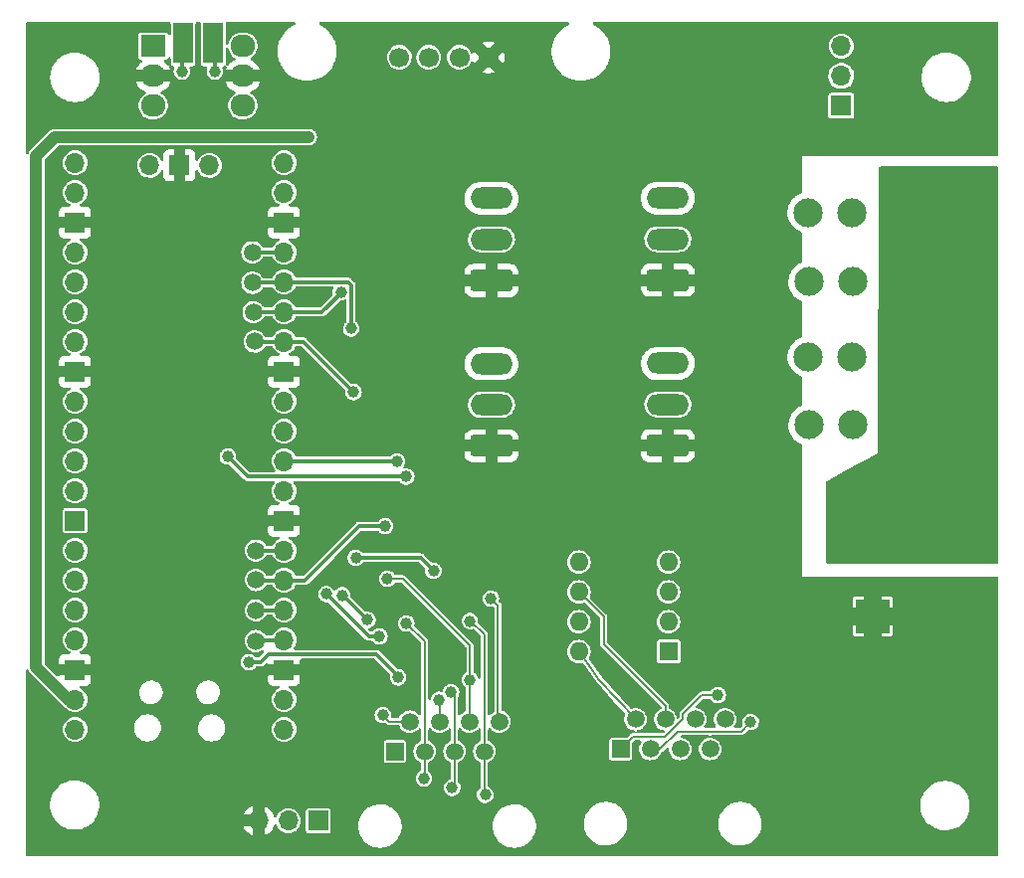
<source format=gbr>
%TF.GenerationSoftware,KiCad,Pcbnew,(6.0.2)*%
%TF.CreationDate,2022-03-13T16:31:38-04:00*%
%TF.ProjectId,Receiver_Out,52656365-6976-4657-925f-4f75742e6b69,v1*%
%TF.SameCoordinates,Original*%
%TF.FileFunction,Copper,L2,Bot*%
%TF.FilePolarity,Positive*%
%FSLAX46Y46*%
G04 Gerber Fmt 4.6, Leading zero omitted, Abs format (unit mm)*
G04 Created by KiCad (PCBNEW (6.0.2)) date 2022-03-13 16:31:38*
%MOMM*%
%LPD*%
G01*
G04 APERTURE LIST*
G04 Aperture macros list*
%AMRoundRect*
0 Rectangle with rounded corners*
0 $1 Rounding radius*
0 $2 $3 $4 $5 $6 $7 $8 $9 X,Y pos of 4 corners*
0 Add a 4 corners polygon primitive as box body*
4,1,4,$2,$3,$4,$5,$6,$7,$8,$9,$2,$3,0*
0 Add four circle primitives for the rounded corners*
1,1,$1+$1,$2,$3*
1,1,$1+$1,$4,$5*
1,1,$1+$1,$6,$7*
1,1,$1+$1,$8,$9*
0 Add four rect primitives between the rounded corners*
20,1,$1+$1,$2,$3,$4,$5,0*
20,1,$1+$1,$4,$5,$6,$7,0*
20,1,$1+$1,$6,$7,$8,$9,0*
20,1,$1+$1,$8,$9,$2,$3,0*%
G04 Aperture macros list end*
%TA.AperFunction,ComponentPad*%
%ADD10RoundRect,0.250000X1.550000X-0.650000X1.550000X0.650000X-1.550000X0.650000X-1.550000X-0.650000X0*%
%TD*%
%TA.AperFunction,ComponentPad*%
%ADD11O,3.600000X1.800000*%
%TD*%
%TA.AperFunction,ComponentPad*%
%ADD12R,3.000000X3.000000*%
%TD*%
%TA.AperFunction,ComponentPad*%
%ADD13C,3.000000*%
%TD*%
%TA.AperFunction,ComponentPad*%
%ADD14C,2.475000*%
%TD*%
%TA.AperFunction,ComponentPad*%
%ADD15R,1.700000X1.700000*%
%TD*%
%TA.AperFunction,ComponentPad*%
%ADD16O,1.700000X1.700000*%
%TD*%
%TA.AperFunction,ComponentPad*%
%ADD17R,1.500000X1.500000*%
%TD*%
%TA.AperFunction,ComponentPad*%
%ADD18C,1.500000*%
%TD*%
%TA.AperFunction,ComponentPad*%
%ADD19C,1.700000*%
%TD*%
%TA.AperFunction,ComponentPad*%
%ADD20R,2.100000X1.900000*%
%TD*%
%TA.AperFunction,ComponentPad*%
%ADD21O,2.100000X1.900000*%
%TD*%
%TA.AperFunction,ComponentPad*%
%ADD22R,1.600000X1.600000*%
%TD*%
%TA.AperFunction,ComponentPad*%
%ADD23O,1.600000X1.600000*%
%TD*%
%TA.AperFunction,SMDPad,CuDef*%
%ADD24C,1.500000*%
%TD*%
%TA.AperFunction,SMDPad,CuDef*%
%ADD25R,1.700000X3.500000*%
%TD*%
%TA.AperFunction,ViaPad*%
%ADD26C,1.000000*%
%TD*%
%TA.AperFunction,Conductor*%
%ADD27C,0.350000*%
%TD*%
%TA.AperFunction,Conductor*%
%ADD28C,0.200000*%
%TD*%
%TA.AperFunction,Conductor*%
%ADD29C,1.000000*%
%TD*%
G04 APERTURE END LIST*
D10*
%TO.P,J2,1,Pin_1*%
%TO.N,GND*%
X84743500Y-104017800D03*
D11*
%TO.P,J2,2,Pin_2*%
%TO.N,/Outputs/DOUT2*%
X84743500Y-100517800D03*
%TO.P,J2,3,Pin_3*%
%TO.N,/Outputs/VOUT2*%
X84743500Y-97017800D03*
%TD*%
D10*
%TO.P,J4,1,Pin_1*%
%TO.N,GND*%
X99743500Y-104000300D03*
D11*
%TO.P,J4,2,Pin_2*%
%TO.N,/Outputs/DOUT4*%
X99743500Y-100500300D03*
%TO.P,J4,3,Pin_3*%
%TO.N,/Outputs/VOUT4*%
X99743500Y-97000300D03*
%TD*%
D10*
%TO.P,J3,1,Pin_1*%
%TO.N,GND*%
X99743500Y-118082800D03*
D11*
%TO.P,J3,2,Pin_2*%
%TO.N,/Outputs/DOUT3*%
X99743500Y-114582800D03*
%TO.P,J3,3,Pin_3*%
%TO.N,/Outputs/VOUT3*%
X99743500Y-111082800D03*
%TD*%
D10*
%TO.P,J1,1,Pin_1*%
%TO.N,GND*%
X84743500Y-118100300D03*
D11*
%TO.P,J1,2,Pin_2*%
%TO.N,/Outputs/DOUT1*%
X84743500Y-114600300D03*
%TO.P,J1,3,Pin_3*%
%TO.N,/Outputs/VOUT1*%
X84743500Y-111100300D03*
%TD*%
D12*
%TO.P,TB1,1,P1*%
%TO.N,GND*%
X117164800Y-132615760D03*
D13*
%TO.P,TB1,2,P2*%
%TO.N,VIN1*%
X117164800Y-124365840D03*
%TD*%
D14*
%TO.P,F2,1_1,1*%
%TO.N,VIN1*%
X123567790Y-98217800D03*
%TO.P,F2,1_2,1*%
X119867790Y-98217800D03*
%TO.P,F2,2_1,2*%
%TO.N,/Outputs/VOUT2*%
X115367790Y-98217800D03*
%TO.P,F2,2_2,2*%
X111667790Y-98217800D03*
%TD*%
%TO.P,F4,1_1,1*%
%TO.N,VIN1*%
X123651000Y-104117800D03*
%TO.P,F4,1_2,1*%
X119951000Y-104117800D03*
%TO.P,F4,2_1,2*%
%TO.N,/Outputs/VOUT4*%
X115451000Y-104117800D03*
%TO.P,F4,2_2,2*%
X111751000Y-104117800D03*
%TD*%
%TO.P,F1,1_1,1*%
%TO.N,VIN1*%
X123567790Y-110517800D03*
%TO.P,F1,1_2,1*%
X119867790Y-110517800D03*
%TO.P,F1,2_1,2*%
%TO.N,/Outputs/VOUT1*%
X115367790Y-110517800D03*
%TO.P,F1,2_2,2*%
X111667790Y-110517800D03*
%TD*%
%TO.P,F3,1_1,1*%
%TO.N,VIN1*%
X123651000Y-116317800D03*
%TO.P,F3,1_2,1*%
X119951000Y-116317800D03*
%TO.P,F3,2_1,2*%
%TO.N,/Outputs/VOUT3*%
X115451000Y-116317800D03*
%TO.P,F3,2_2,2*%
X111751000Y-116317800D03*
%TD*%
D15*
%TO.P,J6,1,Pin_1*%
%TO.N,/PWR*%
X114501000Y-89142800D03*
D16*
%TO.P,J6,2,Pin_2*%
%TO.N,/VIN*%
X114501000Y-86602800D03*
%TO.P,J6,3,Pin_3*%
%TO.N,+5V*%
X114501000Y-84062800D03*
%TD*%
D17*
%TO.P,J7,1*%
%TO.N,Serial1_P*%
X95718500Y-143917800D03*
D18*
%TO.P,J7,2*%
%TO.N,Serial1_N*%
X96988500Y-141377800D03*
%TO.P,J7,3*%
%TO.N,Serial2_P*%
X98258500Y-143917800D03*
%TO.P,J7,4*%
%TO.N,Serial3_N*%
X99528500Y-141377800D03*
%TO.P,J7,5*%
%TO.N,Serial3_P*%
X100798500Y-143917800D03*
%TO.P,J7,6*%
%TO.N,Serial2_N*%
X102068500Y-141377800D03*
%TO.P,J7,7*%
%TO.N,Serial4_P*%
X103338500Y-143917800D03*
%TO.P,J7,8*%
%TO.N,Serial4_N*%
X104608500Y-141377800D03*
%TD*%
D17*
%TO.P,J8,1*%
%TO.N,Serial1_P*%
X76518500Y-144117800D03*
D18*
%TO.P,J8,2*%
%TO.N,Serial1_N*%
X77788500Y-141577800D03*
%TO.P,J8,3*%
%TO.N,Serial2_P*%
X79058500Y-144117800D03*
%TO.P,J8,4*%
%TO.N,Serial3_N*%
X80328500Y-141577800D03*
%TO.P,J8,5*%
%TO.N,Serial3_P*%
X81598500Y-144117800D03*
%TO.P,J8,6*%
%TO.N,Serial2_N*%
X82868500Y-141577800D03*
%TO.P,J8,7*%
%TO.N,Serial4_P*%
X84138500Y-144117800D03*
%TO.P,J8,8*%
%TO.N,Serial4_N*%
X85408500Y-141577800D03*
%TD*%
D19*
%TO.P,J5,1,Pin_1*%
%TO.N,Net-(J5-Pad1)*%
X76901000Y-85017800D03*
%TO.P,J5,2,Pin_2*%
%TO.N,Net-(J5-Pad2)*%
X79401000Y-85017800D03*
%TO.P,J5,3,Pin_3*%
%TO.N,+3V3*%
X82001000Y-85017800D03*
%TO.P,J5,4,Pin_4*%
%TO.N,GND*%
X84501000Y-85017800D03*
%TD*%
D16*
%TO.P,U7,1,GPIO0*%
%TO.N,Net-(J9-Pad2)*%
X67091000Y-142247800D03*
%TO.P,U7,2,GPIO1*%
%TO.N,Net-(J9-Pad1)*%
X67091000Y-139707800D03*
D15*
%TO.P,U7,3,GND*%
%TO.N,GND*%
X67091000Y-137167800D03*
D16*
%TO.P,U7,4,GPIO2*%
%TO.N,OUT17*%
X67091000Y-134627800D03*
%TO.P,U7,5,GPIO3*%
%TO.N,OUT18*%
X67091000Y-132087800D03*
%TO.P,U7,6,GPIO4*%
%TO.N,OUT19*%
X67091000Y-129547800D03*
%TO.P,U7,7,GPIO5*%
%TO.N,OUT20*%
X67091000Y-127007800D03*
D15*
%TO.P,U7,8,GND*%
%TO.N,GND*%
X67091000Y-124467800D03*
D16*
%TO.P,U7,9,GPIO6*%
%TO.N,Net-(D4-Pad2)*%
X67091000Y-121927800D03*
%TO.P,U7,10,GPIO7*%
%TO.N,Net-(SW3-Pad2)*%
X67091000Y-119387800D03*
%TO.P,U7,11,GPIO8*%
%TO.N,DIFF_EN*%
X67091000Y-116847800D03*
%TO.P,U7,12,GPIO9*%
%TO.N,unconnected-(U7-Pad12)*%
X67091000Y-114307800D03*
D15*
%TO.P,U7,13,GND*%
%TO.N,GND*%
X67091000Y-111767800D03*
D16*
%TO.P,U7,14,GPIO10*%
%TO.N,EN1*%
X67091000Y-109227800D03*
%TO.P,U7,15,GPIO11*%
%TO.N,EN2*%
X67091000Y-106687800D03*
%TO.P,U7,16,GPIO12*%
%TO.N,EN3*%
X67091000Y-104147800D03*
%TO.P,U7,17,GPIO13*%
%TO.N,EN4*%
X67091000Y-101607800D03*
D15*
%TO.P,U7,18,GND*%
%TO.N,GND*%
X67091000Y-99067800D03*
D16*
%TO.P,U7,19,GPIO14*%
%TO.N,unconnected-(U7-Pad19)*%
X67091000Y-96527800D03*
%TO.P,U7,20,GPIO15*%
%TO.N,unconnected-(U7-Pad20)*%
X67091000Y-93987800D03*
%TO.P,U7,21,GPIO16*%
%TO.N,unconnected-(U7-Pad21)*%
X49311000Y-93987800D03*
%TO.P,U7,22,GPIO17*%
%TO.N,unconnected-(U7-Pad22)*%
X49311000Y-96527800D03*
D15*
%TO.P,U7,23,GND*%
%TO.N,GND*%
X49311000Y-99067800D03*
D16*
%TO.P,U7,24,GPIO18*%
%TO.N,unconnected-(U7-Pad24)*%
X49311000Y-101607800D03*
%TO.P,U7,25,GPIO19*%
%TO.N,Net-(SW1-Pad4)*%
X49311000Y-104147800D03*
%TO.P,U7,26,GPIO20*%
%TO.N,Net-(SW1-Pad2)*%
X49311000Y-106687800D03*
%TO.P,U7,27,GPIO21*%
%TO.N,Net-(SW1-Pad1)*%
X49311000Y-109227800D03*
D15*
%TO.P,U7,28,GND*%
%TO.N,GND*%
X49311000Y-111767800D03*
D16*
%TO.P,U7,29,GPIO22*%
%TO.N,unconnected-(U7-Pad29)*%
X49311000Y-114307800D03*
%TO.P,U7,30,RUN*%
%TO.N,Net-(SW4-Pad1)*%
X49311000Y-116847800D03*
%TO.P,U7,31,GPIO26_ADC0*%
%TO.N,Net-(J5-Pad2)*%
X49311000Y-119387800D03*
%TO.P,U7,32,GPIO27_ADC1*%
%TO.N,Net-(J5-Pad1)*%
X49311000Y-121927800D03*
D15*
%TO.P,U7,33,AGND*%
%TO.N,unconnected-(U7-Pad33)*%
X49311000Y-124467800D03*
D16*
%TO.P,U7,34,GPIO28_ADC2*%
%TO.N,unconnected-(U7-Pad34)*%
X49311000Y-127007800D03*
%TO.P,U7,35,ADC_VREF*%
%TO.N,unconnected-(U7-Pad35)*%
X49311000Y-129547800D03*
%TO.P,U7,36,3V3*%
%TO.N,+3V3*%
X49311000Y-132087800D03*
%TO.P,U7,37,3V3_EN*%
%TO.N,unconnected-(U7-Pad37)*%
X49311000Y-134627800D03*
D15*
%TO.P,U7,38,GND*%
%TO.N,GND*%
X49311000Y-137167800D03*
D16*
%TO.P,U7,39,VSYS*%
%TO.N,+5V*%
X49311000Y-139707800D03*
%TO.P,U7,40,VBUS*%
%TO.N,unconnected-(U7-Pad40)*%
X49311000Y-142247800D03*
%TO.P,U7,41,SWCLK*%
%TO.N,/Micro/SWDCLK*%
X60741000Y-94217800D03*
D15*
%TO.P,U7,42,GND*%
%TO.N,GND*%
X58201000Y-94217800D03*
D16*
%TO.P,U7,43,SWDIO*%
%TO.N,/Micro/SWDIO*%
X55661000Y-94217800D03*
%TD*%
D20*
%TO.P,SW1,1,1*%
%TO.N,Net-(SW1-Pad1)*%
X55968500Y-84055300D03*
D21*
%TO.P,SW1,2,2*%
%TO.N,Net-(SW1-Pad2)*%
X63588500Y-89135300D03*
%TO.P,SW1,4,4*%
%TO.N,Net-(SW1-Pad4)*%
X55968500Y-89135300D03*
%TO.P,SW1,8,8*%
%TO.N,unconnected-(SW1-Pad8)*%
X63588500Y-84055300D03*
%TO.P,SW1,C,C*%
%TO.N,GND*%
X63588500Y-86595300D03*
X55968500Y-86595300D03*
%TD*%
D15*
%TO.P,J9,1,Pin_1*%
%TO.N,Net-(J9-Pad1)*%
X70001000Y-150017800D03*
D16*
%TO.P,J9,2,Pin_2*%
%TO.N,Net-(J9-Pad2)*%
X67461000Y-150017800D03*
%TO.P,J9,3,Pin_3*%
%TO.N,GND*%
X64921000Y-150017800D03*
%TD*%
D22*
%TO.P,SW2,1*%
%TO.N,Net-(R3-Pad1)*%
X99801000Y-135617800D03*
D23*
%TO.P,SW2,2*%
%TO.N,Net-(R4-Pad1)*%
X99801000Y-133077800D03*
%TO.P,SW2,3*%
%TO.N,Net-(R5-Pad1)*%
X99801000Y-130537800D03*
%TO.P,SW2,4*%
%TO.N,Net-(R6-Pad1)*%
X99801000Y-127997800D03*
%TO.P,SW2,5*%
%TO.N,Serial4_N*%
X92181000Y-127997800D03*
%TO.P,SW2,6*%
%TO.N,Serial3_N*%
X92181000Y-130537800D03*
%TO.P,SW2,7*%
%TO.N,Serial2_N*%
X92181000Y-133077800D03*
%TO.P,SW2,8*%
%TO.N,Serial1_N*%
X92181000Y-135617800D03*
%TD*%
D24*
%TO.P,TP3,1,1*%
%TO.N,OUT19*%
X64701000Y-129517800D03*
%TD*%
%TO.P,TP8,1,1*%
%TO.N,EN4*%
X64401000Y-101617800D03*
%TD*%
%TO.P,TP5,1,1*%
%TO.N,EN1*%
X64601000Y-109217800D03*
%TD*%
%TO.P,TP2,1,1*%
%TO.N,OUT18*%
X64701000Y-132117800D03*
%TD*%
%TO.P,TP6,1,1*%
%TO.N,EN2*%
X64501000Y-106717800D03*
%TD*%
D25*
%TO.P,J10,1,Pin_1*%
%TO.N,/Micro/SWDCLK*%
X61061000Y-83817800D03*
%TO.P,J10,2,Pin_2*%
%TO.N,/Micro/SWDIO*%
X58506000Y-83817800D03*
%TD*%
D24*
%TO.P,TP4,1,1*%
%TO.N,OUT20*%
X64701000Y-127017800D03*
%TD*%
%TO.P,TP1,1,1*%
%TO.N,OUT17*%
X64701000Y-134717800D03*
%TD*%
%TO.P,TP7,1,1*%
%TO.N,EN3*%
X64401000Y-104217800D03*
%TD*%
D26*
%TO.N,GND*%
X72001000Y-134617800D03*
X72001000Y-139717800D03*
X63501000Y-140517800D03*
X65101000Y-116417800D03*
X62701000Y-121717800D03*
%TO.N,DIFF_EN*%
X64101000Y-136517800D03*
X76801000Y-137817800D03*
%TO.N,GND*%
X94401000Y-98117800D03*
X53301000Y-94417800D03*
X74601000Y-117217800D03*
X102701000Y-150217800D03*
X80401000Y-134017800D03*
X74701000Y-123617800D03*
X80201000Y-138017800D03*
X79101000Y-133117800D03*
X108701000Y-133617800D03*
X74001000Y-106617800D03*
X97201000Y-89817800D03*
X74101000Y-111717800D03*
X104201000Y-83532800D03*
X91301000Y-125817800D03*
X105701000Y-83432800D03*
X78901000Y-150617800D03*
X114601000Y-151517800D03*
X118701000Y-151617800D03*
X117401000Y-82817800D03*
X120401000Y-143717800D03*
X59601000Y-96217800D03*
X127101000Y-82817800D03*
X55801000Y-128017800D03*
X73801000Y-94217800D03*
X111901000Y-130017800D03*
X54801000Y-145017800D03*
X94001000Y-136217800D03*
X62501000Y-93417800D03*
X54601000Y-90517800D03*
X104401000Y-145717800D03*
X124801000Y-136717800D03*
X71901000Y-95917800D03*
X53201000Y-83317800D03*
X106501000Y-115117800D03*
X109401000Y-118317800D03*
X99601000Y-82732800D03*
X106301000Y-139017800D03*
X90401000Y-95717800D03*
X97001000Y-134417800D03*
X95601000Y-83632800D03*
X53601000Y-117417800D03*
X74601000Y-142517800D03*
X111201000Y-141217800D03*
X120501000Y-139917800D03*
X114301000Y-92117800D03*
X87001000Y-134517800D03*
X108801000Y-139117800D03*
X118301000Y-141817800D03*
X68201000Y-147417800D03*
X74401000Y-128717800D03*
X78501000Y-126317800D03*
X53301000Y-102217800D03*
X84001000Y-123817800D03*
X97901000Y-150217800D03*
X72101000Y-137117800D03*
X72701000Y-100817800D03*
X113301000Y-130017800D03*
X86401000Y-132817800D03*
X53001000Y-135417800D03*
X110201000Y-85517800D03*
X53601000Y-107317800D03*
X126801000Y-92617800D03*
X91801000Y-123517800D03*
X107901000Y-83017800D03*
X94301000Y-114817800D03*
X89701000Y-89817800D03*
X114501000Y-143517800D03*
X120101000Y-92717800D03*
X111401000Y-92217800D03*
X124601000Y-130417800D03*
X98001000Y-131817800D03*
X102001000Y-137317800D03*
X116501000Y-141217800D03*
X83301000Y-150517800D03*
X94301000Y-112217800D03*
X62701000Y-98717800D03*
X79501000Y-122517800D03*
X62001000Y-147217800D03*
X110201000Y-127017800D03*
X46001000Y-90417800D03*
X111701000Y-85517800D03*
X76801000Y-118017800D03*
X118601000Y-143617800D03*
X110201000Y-129917800D03*
X110201000Y-128617800D03*
X62101000Y-145017800D03*
X69201000Y-144117800D03*
X90201000Y-109717800D03*
X83601000Y-93417800D03*
X126801000Y-90017800D03*
X74101000Y-101517800D03*
X88901000Y-136917800D03*
%TO.N,+5V*%
X69201000Y-91817800D03*
%TO.N,OUT20*%
X75201000Y-134317800D03*
X70701000Y-130717800D03*
%TO.N,OUT19*%
X75701000Y-124943300D03*
%TO.N,OUT18*%
X72032115Y-130812185D03*
X74201000Y-132917800D03*
%TO.N,OUT17*%
X79801000Y-128717800D03*
X73201000Y-127617800D03*
%TO.N,Serial1_P*%
X104001000Y-139317800D03*
%TO.N,Serial1_N*%
X75501000Y-141017800D03*
%TO.N,Serial2_P*%
X77501000Y-133217800D03*
X106801000Y-141617800D03*
X79001000Y-146417800D03*
%TO.N,Serial3_P*%
X81401000Y-147217300D03*
X81310690Y-139070241D03*
%TO.N,Serial4_P*%
X82901000Y-133017800D03*
X84201000Y-147817800D03*
%TO.N,Serial4_N*%
X84701000Y-131117800D03*
%TO.N,EN1*%
X73001000Y-113517800D03*
%TO.N,EN2*%
X71926500Y-105022300D03*
%TO.N,EN3*%
X72801000Y-108117800D03*
%TO.N,+3V3*%
X62301000Y-119017800D03*
X77501000Y-120717800D03*
%TO.N,Net-(SW3-Pad2)*%
X76701000Y-119417800D03*
%TO.N,/Micro/SWDCLK*%
X61201000Y-86217800D03*
%TO.N,/Micro/SWDIO*%
X58401000Y-86217800D03*
%TO.N,Serial3_N*%
X80301000Y-139717800D03*
%TO.N,Serial2_N*%
X82909691Y-138017800D03*
X75901000Y-129417800D03*
%TD*%
D27*
%TO.N,DIFF_EN*%
X65766489Y-135852311D02*
X65101000Y-136517800D01*
X76801000Y-137717800D02*
X74935511Y-135852311D01*
X76801000Y-137817800D02*
X76801000Y-137717800D01*
X74935511Y-135852311D02*
X65766489Y-135852311D01*
X65101000Y-136517800D02*
X64101000Y-136517800D01*
D28*
%TO.N,Serial2_N*%
X82909691Y-135126491D02*
X82909691Y-138017800D01*
X75901000Y-129417800D02*
X77201000Y-129417800D01*
X82868500Y-138058991D02*
X82909691Y-138017800D01*
X82868500Y-141577800D02*
X82868500Y-138058991D01*
X77201000Y-129417800D02*
X82909691Y-135126491D01*
%TO.N,Serial3_P*%
X81598500Y-139358051D02*
X81310690Y-139070241D01*
%TO.N,Serial3_N*%
X80328500Y-139745300D02*
X80301000Y-139717800D01*
%TO.N,Serial3_P*%
X81598500Y-144117800D02*
X81598500Y-139358051D01*
%TO.N,Serial3_N*%
X80328500Y-141577800D02*
X80328500Y-139745300D01*
D29*
%TO.N,+5V*%
X46001000Y-136956822D02*
X48751978Y-139707800D01*
X69201000Y-91817800D02*
X47601000Y-91817800D01*
X47601000Y-91817800D02*
X46001000Y-93417800D01*
X46001000Y-93417800D02*
X46001000Y-136956822D01*
X48751978Y-139707800D02*
X49311000Y-139707800D01*
D27*
%TO.N,OUT20*%
X67091000Y-127007800D02*
X64711000Y-127007800D01*
X75201000Y-134317800D02*
X74301000Y-134317800D01*
X64711000Y-127007800D02*
X64701000Y-127017800D01*
X74301000Y-134317800D02*
X70701000Y-130717800D01*
%TO.N,OUT19*%
X68871000Y-129547800D02*
X73475500Y-124943300D01*
X67091000Y-129547800D02*
X68871000Y-129547800D01*
X64731000Y-129547800D02*
X64701000Y-129517800D01*
X67091000Y-129547800D02*
X64731000Y-129547800D01*
X73475500Y-124943300D02*
X75701000Y-124943300D01*
%TO.N,OUT18*%
X72095385Y-130812185D02*
X74201000Y-132917800D01*
X72032115Y-130812185D02*
X72095385Y-130812185D01*
X67091000Y-132087800D02*
X64731000Y-132087800D01*
X64731000Y-132087800D02*
X64701000Y-132117800D01*
%TO.N,OUT17*%
X79801000Y-128717800D02*
X78701000Y-127617800D01*
X67091000Y-134627800D02*
X64791000Y-134627800D01*
X64791000Y-134627800D02*
X64701000Y-134717800D01*
X78701000Y-127617800D02*
X73201000Y-127617800D01*
D28*
%TO.N,Serial1_P*%
X95718500Y-143917800D02*
X96768011Y-142868289D01*
X101018989Y-140943077D02*
X102644266Y-139317800D01*
X96768011Y-142868289D02*
X99522245Y-142868289D01*
X102644266Y-139317800D02*
X104001000Y-139317800D01*
X99522245Y-142868289D02*
X101018989Y-141371545D01*
X101018989Y-141371545D02*
X101018989Y-140943077D01*
%TO.N,Serial1_N*%
X92181000Y-135617800D02*
X93901000Y-138017800D01*
X76061000Y-141577800D02*
X75501000Y-141017800D01*
X93901000Y-138017800D02*
X96988500Y-141377800D01*
X77788500Y-141577800D02*
X76061000Y-141577800D01*
%TO.N,Serial2_P*%
X79058500Y-146360300D02*
X79058500Y-144117800D01*
X99101000Y-143917800D02*
X98258500Y-143917800D01*
X79058500Y-134775300D02*
X77501000Y-133217800D01*
X106801000Y-141617800D02*
X105991489Y-142427311D01*
X100591489Y-142427311D02*
X99101000Y-143917800D01*
X79058500Y-144117800D02*
X79058500Y-134775300D01*
X105991489Y-142427311D02*
X100591489Y-142427311D01*
X79001000Y-146417800D02*
X79058500Y-146360300D01*
%TO.N,Serial3_P*%
X81598500Y-144117800D02*
X81598500Y-147019800D01*
X81598500Y-147019800D02*
X81401000Y-147217300D01*
%TO.N,Serial4_P*%
X84138500Y-147755300D02*
X84138500Y-144117800D01*
X84201000Y-147817800D02*
X84138500Y-147755300D01*
X84138500Y-134155300D02*
X84138500Y-144117800D01*
X82901000Y-133017800D02*
X83001000Y-133017800D01*
X83001000Y-133017800D02*
X84138500Y-134155300D01*
%TO.N,Serial4_N*%
X85301000Y-131717800D02*
X85301000Y-141470300D01*
X84701000Y-131117800D02*
X85301000Y-131717800D01*
X85301000Y-141470300D02*
X85408500Y-141577800D01*
D27*
%TO.N,EN1*%
X68711000Y-109227800D02*
X67091000Y-109227800D01*
X67091000Y-109227800D02*
X64611000Y-109227800D01*
X64611000Y-109227800D02*
X64601000Y-109217800D01*
X73001000Y-113517800D02*
X68711000Y-109227800D01*
%TO.N,EN2*%
X71926500Y-105092300D02*
X71926500Y-105022300D01*
X70271000Y-106687800D02*
X70301000Y-106717800D01*
X64531000Y-106687800D02*
X64501000Y-106717800D01*
X70301000Y-106717800D02*
X71926500Y-105092300D01*
X67091000Y-106687800D02*
X64531000Y-106687800D01*
X67091000Y-106687800D02*
X70271000Y-106687800D01*
%TO.N,EN3*%
X64401000Y-104217800D02*
X67021000Y-104217800D01*
X72531000Y-104147800D02*
X72801000Y-104417800D01*
X72801000Y-104417800D02*
X72801000Y-108117800D01*
X67091000Y-104147800D02*
X72531000Y-104147800D01*
X67021000Y-104217800D02*
X67091000Y-104147800D01*
%TO.N,EN4*%
X67091000Y-101607800D02*
X64411000Y-101607800D01*
X64411000Y-101607800D02*
X64401000Y-101617800D01*
%TO.N,+3V3*%
X62301000Y-119017800D02*
X63986489Y-120703289D01*
X77486489Y-120703289D02*
X77501000Y-120717800D01*
X63986489Y-120703289D02*
X77486489Y-120703289D01*
%TO.N,Net-(SW3-Pad2)*%
X76671000Y-119387800D02*
X76701000Y-119417800D01*
X67091000Y-119387800D02*
X76671000Y-119387800D01*
%TO.N,/Micro/SWDCLK*%
X61201000Y-83057800D02*
X61061000Y-82917800D01*
X61201000Y-86217800D02*
X61201000Y-83057800D01*
%TO.N,/Micro/SWDIO*%
X58401000Y-86217800D02*
X58401000Y-83022800D01*
X58401000Y-83022800D02*
X58506000Y-82917800D01*
D28*
%TO.N,Serial3_N*%
X94301000Y-135017800D02*
X94301000Y-132657800D01*
X99528500Y-140245300D02*
X94301000Y-135017800D01*
X99528500Y-141377800D02*
X99528500Y-140245300D01*
X94301000Y-132657800D02*
X92181000Y-130537800D01*
%TD*%
%TA.AperFunction,Conductor*%
%TO.N,GND*%
G36*
X57397621Y-82037802D02*
G01*
X57444114Y-82091458D01*
X57455500Y-82143800D01*
X57455500Y-82998997D01*
X57435498Y-83067118D01*
X57381842Y-83113611D01*
X57311568Y-83123715D01*
X57246988Y-83094221D01*
X57213091Y-83047214D01*
X57209788Y-83039239D01*
X57207367Y-83027069D01*
X57194120Y-83007243D01*
X57169943Y-82971061D01*
X57163052Y-82960748D01*
X57096731Y-82916433D01*
X57084562Y-82914012D01*
X57084561Y-82914012D01*
X57044316Y-82906007D01*
X57038248Y-82904800D01*
X54898752Y-82904800D01*
X54892684Y-82906007D01*
X54852439Y-82914012D01*
X54852438Y-82914012D01*
X54840269Y-82916433D01*
X54773948Y-82960748D01*
X54767057Y-82971061D01*
X54742881Y-83007243D01*
X54729633Y-83027069D01*
X54718000Y-83085552D01*
X54718000Y-85025048D01*
X54719207Y-85031116D01*
X54722356Y-85046945D01*
X54729633Y-85083531D01*
X54773948Y-85149852D01*
X54840269Y-85194167D01*
X54852438Y-85196588D01*
X54852439Y-85196588D01*
X54880709Y-85202211D01*
X54898752Y-85205800D01*
X54905589Y-85205800D01*
X54905917Y-85205896D01*
X54911102Y-85206407D01*
X54911005Y-85207390D01*
X54973710Y-85225802D01*
X55020203Y-85279458D01*
X55030307Y-85349732D01*
X55000813Y-85414312D01*
X54982465Y-85431631D01*
X54972034Y-85439664D01*
X54802351Y-85594063D01*
X54795330Y-85601593D01*
X54653144Y-85781632D01*
X54647439Y-85790219D01*
X54536572Y-85991053D01*
X54532344Y-86000462D01*
X54504807Y-86078224D01*
X54504035Y-86092304D01*
X54509747Y-86095300D01*
X57420945Y-86095300D01*
X57434476Y-86091327D01*
X57435480Y-86084345D01*
X57418790Y-86033284D01*
X57414793Y-86023775D01*
X57341670Y-85883307D01*
X57327957Y-85813648D01*
X57343314Y-85774841D01*
X57277042Y-85759181D01*
X57238632Y-85725342D01*
X57165631Y-85628113D01*
X57158788Y-85620406D01*
X56992931Y-85461909D01*
X56984917Y-85455420D01*
X56956285Y-85435888D01*
X56911282Y-85380977D01*
X56903111Y-85310452D01*
X56934365Y-85246705D01*
X56995122Y-85209975D01*
X57027289Y-85205800D01*
X57038248Y-85205800D01*
X57056291Y-85202211D01*
X57084561Y-85196588D01*
X57084562Y-85196588D01*
X57096731Y-85194167D01*
X57163052Y-85149852D01*
X57207367Y-85083531D01*
X57209788Y-85071361D01*
X57213091Y-85063386D01*
X57257639Y-85008105D01*
X57325002Y-84985683D01*
X57393793Y-85003241D01*
X57442172Y-85055202D01*
X57455500Y-85111603D01*
X57455500Y-85587548D01*
X57456707Y-85593616D01*
X57462971Y-85625108D01*
X57456643Y-85695822D01*
X57450102Y-85704242D01*
X57482653Y-85702562D01*
X57523436Y-85720363D01*
X57567449Y-85749772D01*
X57567452Y-85749773D01*
X57577769Y-85756667D01*
X57589938Y-85759088D01*
X57589939Y-85759088D01*
X57624272Y-85765917D01*
X57636252Y-85768300D01*
X57642439Y-85768300D01*
X57648602Y-85768907D01*
X57648418Y-85770774D01*
X57708115Y-85788302D01*
X57754608Y-85841958D01*
X57764712Y-85912232D01*
X57757387Y-85940070D01*
X57722127Y-86030508D01*
X57717524Y-86042313D01*
X57716532Y-86049846D01*
X57716532Y-86049847D01*
X57698691Y-86185371D01*
X57695394Y-86210411D01*
X57713999Y-86378935D01*
X57772266Y-86538156D01*
X57776502Y-86544459D01*
X57776502Y-86544460D01*
X57786509Y-86559352D01*
X57866830Y-86678883D01*
X57872442Y-86683990D01*
X57872445Y-86683993D01*
X57986612Y-86787877D01*
X57986616Y-86787880D01*
X57992233Y-86792991D01*
X57998906Y-86796614D01*
X57998910Y-86796617D01*
X58134558Y-86870267D01*
X58134560Y-86870268D01*
X58141235Y-86873892D01*
X58148584Y-86875820D01*
X58297883Y-86914988D01*
X58297885Y-86914988D01*
X58305233Y-86916916D01*
X58391609Y-86918273D01*
X58467161Y-86919460D01*
X58467164Y-86919460D01*
X58474760Y-86919579D01*
X58482165Y-86917883D01*
X58482166Y-86917883D01*
X58542586Y-86904045D01*
X58640029Y-86881728D01*
X58791498Y-86805547D01*
X58897485Y-86715025D01*
X58914651Y-86700364D01*
X58914652Y-86700363D01*
X58920423Y-86695434D01*
X59019361Y-86557747D01*
X59027237Y-86538156D01*
X59079766Y-86407487D01*
X59079767Y-86407485D01*
X59082601Y-86400434D01*
X59097249Y-86297509D01*
X59105909Y-86236662D01*
X59105909Y-86236659D01*
X59106490Y-86232578D01*
X59106645Y-86217800D01*
X59104840Y-86202880D01*
X59094184Y-86114830D01*
X59086276Y-86049480D01*
X59061948Y-85985097D01*
X59044468Y-85938838D01*
X59039100Y-85868044D01*
X59072858Y-85805587D01*
X59135024Y-85771295D01*
X59162334Y-85768300D01*
X59375748Y-85768300D01*
X59387728Y-85765917D01*
X59422061Y-85759088D01*
X59422062Y-85759088D01*
X59434231Y-85756667D01*
X59500552Y-85712352D01*
X59544867Y-85646031D01*
X59548798Y-85626272D01*
X59555293Y-85593616D01*
X59556500Y-85587548D01*
X59556500Y-82143800D01*
X59576502Y-82075679D01*
X59630158Y-82029186D01*
X59682500Y-82017800D01*
X59884500Y-82017800D01*
X59952621Y-82037802D01*
X59999114Y-82091458D01*
X60010500Y-82143800D01*
X60010500Y-85587548D01*
X60011707Y-85593616D01*
X60018203Y-85626272D01*
X60022133Y-85646031D01*
X60066448Y-85712352D01*
X60132769Y-85756667D01*
X60144938Y-85759088D01*
X60144939Y-85759088D01*
X60179272Y-85765917D01*
X60191252Y-85768300D01*
X60439994Y-85768300D01*
X60508115Y-85788302D01*
X60554608Y-85841958D01*
X60564712Y-85912232D01*
X60557387Y-85940070D01*
X60522127Y-86030508D01*
X60517524Y-86042313D01*
X60516532Y-86049846D01*
X60516532Y-86049847D01*
X60498691Y-86185371D01*
X60495394Y-86210411D01*
X60513999Y-86378935D01*
X60572266Y-86538156D01*
X60576502Y-86544459D01*
X60576502Y-86544460D01*
X60586509Y-86559352D01*
X60666830Y-86678883D01*
X60672442Y-86683990D01*
X60672445Y-86683993D01*
X60786612Y-86787877D01*
X60786616Y-86787880D01*
X60792233Y-86792991D01*
X60798906Y-86796614D01*
X60798910Y-86796617D01*
X60934558Y-86870267D01*
X60934560Y-86870268D01*
X60941235Y-86873892D01*
X60948584Y-86875820D01*
X61097883Y-86914988D01*
X61097885Y-86914988D01*
X61105233Y-86916916D01*
X61191609Y-86918273D01*
X61267161Y-86919460D01*
X61267164Y-86919460D01*
X61274760Y-86919579D01*
X61282165Y-86917883D01*
X61282166Y-86917883D01*
X61342586Y-86904045D01*
X61440029Y-86881728D01*
X61591498Y-86805547D01*
X61697485Y-86715025D01*
X61714651Y-86700364D01*
X61714652Y-86700363D01*
X61720423Y-86695434D01*
X61819361Y-86557747D01*
X61827237Y-86538156D01*
X61879766Y-86407487D01*
X61879767Y-86407485D01*
X61882601Y-86400434D01*
X61897249Y-86297509D01*
X61905909Y-86236662D01*
X61905909Y-86236659D01*
X61906490Y-86232578D01*
X61906645Y-86217800D01*
X61904216Y-86197731D01*
X61915891Y-86127702D01*
X61927223Y-86115201D01*
X61899879Y-86088753D01*
X61887160Y-86056782D01*
X61886276Y-86049480D01*
X61877150Y-86025327D01*
X61843127Y-85935290D01*
X61837759Y-85864497D01*
X61871517Y-85802039D01*
X61936411Y-85767174D01*
X61962596Y-85761965D01*
X61977061Y-85759088D01*
X61977062Y-85759088D01*
X61989231Y-85756667D01*
X61999548Y-85749773D01*
X61999551Y-85749772D01*
X62028794Y-85730232D01*
X62096546Y-85709016D01*
X62148909Y-85723380D01*
X62139881Y-85718143D01*
X62107478Y-85654972D01*
X62107670Y-85606802D01*
X62108706Y-85601593D01*
X62111500Y-85587548D01*
X62111500Y-84313059D01*
X62131502Y-84244938D01*
X62185158Y-84198445D01*
X62255432Y-84188341D01*
X62320012Y-84217835D01*
X62358396Y-84277561D01*
X62361680Y-84291721D01*
X62365347Y-84313059D01*
X62372441Y-84354347D01*
X62445627Y-84552725D01*
X62448579Y-84557686D01*
X62448579Y-84557687D01*
X62530317Y-84695076D01*
X62553738Y-84734444D01*
X62693155Y-84893419D01*
X62859208Y-85024324D01*
X62873800Y-85032001D01*
X62891738Y-85041439D01*
X62942710Y-85090860D01*
X62958872Y-85159993D01*
X62935092Y-85226888D01*
X62883311Y-85268497D01*
X62801904Y-85303894D01*
X62792812Y-85308769D01*
X62600199Y-85433375D01*
X62592039Y-85439659D01*
X62422351Y-85594063D01*
X62415330Y-85601593D01*
X62330132Y-85709473D01*
X62272215Y-85750536D01*
X62201292Y-85753768D01*
X62174249Y-85738080D01*
X62212457Y-85780615D01*
X62223815Y-85850697D01*
X62209106Y-85895890D01*
X62156568Y-85991062D01*
X62152344Y-86000462D01*
X62128218Y-86068592D01*
X62114640Y-86087375D01*
X62129747Y-86095300D01*
X65040945Y-86095300D01*
X65054476Y-86091327D01*
X65055480Y-86084345D01*
X65038790Y-86033284D01*
X65034793Y-86023775D01*
X64928867Y-85820293D01*
X64923373Y-85811568D01*
X64785631Y-85628113D01*
X64778788Y-85620406D01*
X64612931Y-85461909D01*
X64604925Y-85455426D01*
X64415406Y-85326145D01*
X64406438Y-85321051D01*
X64293308Y-85268537D01*
X64239941Y-85221713D01*
X64220361Y-85153470D01*
X64240785Y-85085474D01*
X64283204Y-85047836D01*
X64282103Y-85046039D01*
X64287031Y-85043019D01*
X64292210Y-85040465D01*
X64438886Y-84930937D01*
X64457009Y-84917404D01*
X64457010Y-84917403D01*
X64461633Y-84913951D01*
X64576005Y-84790224D01*
X64601243Y-84762922D01*
X64601245Y-84762920D01*
X64605163Y-84758681D01*
X64617715Y-84738788D01*
X64714916Y-84584734D01*
X64714916Y-84584733D01*
X64717995Y-84579854D01*
X64796348Y-84383460D01*
X64797473Y-84377803D01*
X64797475Y-84377797D01*
X64836472Y-84181742D01*
X64836472Y-84181740D01*
X64837599Y-84176075D01*
X64837994Y-84145954D01*
X64839355Y-84041937D01*
X64840367Y-83964646D01*
X64832658Y-83919783D01*
X64805538Y-83761950D01*
X64805538Y-83761949D01*
X64804559Y-83756253D01*
X64731373Y-83557875D01*
X64623262Y-83376156D01*
X64483845Y-83217181D01*
X64317792Y-83086276D01*
X64312681Y-83083587D01*
X64312678Y-83083585D01*
X64208505Y-83028777D01*
X64130664Y-82987823D01*
X63928727Y-82925120D01*
X63913570Y-82923326D01*
X63760732Y-82905236D01*
X63760725Y-82905236D01*
X63757045Y-82904800D01*
X63434859Y-82904800D01*
X63277940Y-82919219D01*
X63272378Y-82920788D01*
X63272376Y-82920788D01*
X63216275Y-82936610D01*
X63074431Y-82976614D01*
X63069253Y-82979167D01*
X63069249Y-82979169D01*
X62931269Y-83047214D01*
X62884790Y-83070135D01*
X62880162Y-83073591D01*
X62738298Y-83179526D01*
X62715367Y-83196649D01*
X62692377Y-83221520D01*
X62615440Y-83304750D01*
X62571837Y-83351919D01*
X62568756Y-83356802D01*
X62496177Y-83471833D01*
X62459005Y-83530746D01*
X62380652Y-83727140D01*
X62379526Y-83732800D01*
X62379525Y-83732804D01*
X62361079Y-83825541D01*
X62328172Y-83888451D01*
X62266477Y-83923583D01*
X62195582Y-83919783D01*
X62137996Y-83878258D01*
X62112002Y-83812191D01*
X62111500Y-83800960D01*
X62111500Y-82143800D01*
X62131502Y-82075679D01*
X62185158Y-82029186D01*
X62237500Y-82017800D01*
X67927319Y-82017800D01*
X67995440Y-82037802D01*
X68041933Y-82091458D01*
X68052037Y-82161732D01*
X68022543Y-82226312D01*
X67980967Y-82257808D01*
X67847579Y-82320575D01*
X67847572Y-82320579D01*
X67843993Y-82322263D01*
X67578337Y-82490853D01*
X67335906Y-82691410D01*
X67120522Y-82920770D01*
X67118195Y-82923972D01*
X67118194Y-82923974D01*
X66994503Y-83094221D01*
X66935584Y-83175316D01*
X66784006Y-83451034D01*
X66743669Y-83552913D01*
X66672446Y-83732804D01*
X66668181Y-83743575D01*
X66667197Y-83747409D01*
X66667194Y-83747417D01*
X66637286Y-83863903D01*
X66589934Y-84048327D01*
X66589438Y-84052255D01*
X66589437Y-84052259D01*
X66578014Y-84142682D01*
X66550500Y-84360482D01*
X66550500Y-84675118D01*
X66566284Y-84800065D01*
X66586089Y-84956833D01*
X66589934Y-84987273D01*
X66611524Y-85071361D01*
X66667194Y-85288183D01*
X66667197Y-85288191D01*
X66668181Y-85292025D01*
X66669638Y-85295705D01*
X66669639Y-85295708D01*
X66703905Y-85382253D01*
X66784006Y-85584566D01*
X66785907Y-85588025D01*
X66785909Y-85588028D01*
X66806294Y-85625108D01*
X66935584Y-85860284D01*
X66937912Y-85863488D01*
X66937915Y-85863493D01*
X67118194Y-86111626D01*
X67120522Y-86114830D01*
X67335906Y-86344190D01*
X67338957Y-86346714D01*
X67338958Y-86346715D01*
X67377682Y-86378750D01*
X67578337Y-86544747D01*
X67843993Y-86713337D01*
X67847572Y-86715021D01*
X67847579Y-86715025D01*
X68125095Y-86845614D01*
X68125099Y-86845616D01*
X68128685Y-86847303D01*
X68132457Y-86848529D01*
X68132458Y-86848529D01*
X68170246Y-86860807D01*
X68427921Y-86944531D01*
X68736985Y-87003488D01*
X68830489Y-87009371D01*
X68970422Y-87018175D01*
X68970438Y-87018176D01*
X68972417Y-87018300D01*
X69129583Y-87018300D01*
X69131562Y-87018176D01*
X69131578Y-87018175D01*
X69271511Y-87009371D01*
X69365015Y-87003488D01*
X69674079Y-86944531D01*
X69931754Y-86860807D01*
X69969542Y-86848529D01*
X69969543Y-86848529D01*
X69973315Y-86847303D01*
X69976901Y-86845616D01*
X69976905Y-86845614D01*
X70254421Y-86715025D01*
X70254428Y-86715021D01*
X70258007Y-86713337D01*
X70523663Y-86544747D01*
X70724318Y-86378750D01*
X70763042Y-86346715D01*
X70763043Y-86346714D01*
X70766094Y-86344190D01*
X70840675Y-86264770D01*
X83966757Y-86264770D01*
X83969632Y-86268611D01*
X84116001Y-86324503D01*
X84125899Y-86327379D01*
X84334595Y-86369838D01*
X84344823Y-86371057D01*
X84557650Y-86378862D01*
X84567936Y-86378395D01*
X84779185Y-86351334D01*
X84789262Y-86349192D01*
X84993248Y-86287993D01*
X85002846Y-86284231D01*
X85025156Y-86273302D01*
X85035560Y-86263781D01*
X85033499Y-86257406D01*
X84513812Y-85737719D01*
X84499868Y-85730105D01*
X84498035Y-85730236D01*
X84491420Y-85734487D01*
X83973517Y-86252390D01*
X83966757Y-86264770D01*
X70840675Y-86264770D01*
X70981478Y-86114830D01*
X70983806Y-86111626D01*
X71164085Y-85863493D01*
X71164088Y-85863488D01*
X71166416Y-85860284D01*
X71295706Y-85625108D01*
X71316091Y-85588028D01*
X71316093Y-85588025D01*
X71317994Y-85584566D01*
X71398095Y-85382253D01*
X71432361Y-85295708D01*
X71432362Y-85295705D01*
X71433819Y-85292025D01*
X71434803Y-85288191D01*
X71434806Y-85288183D01*
X71490476Y-85071361D01*
X71508012Y-85003062D01*
X75845520Y-85003062D01*
X75847876Y-85031116D01*
X75854635Y-85111603D01*
X75862759Y-85208353D01*
X75864458Y-85214278D01*
X75908441Y-85367664D01*
X75919544Y-85406386D01*
X75922359Y-85411863D01*
X75922360Y-85411866D01*
X75992465Y-85548276D01*
X76013712Y-85589618D01*
X76141677Y-85751070D01*
X76146370Y-85755064D01*
X76146371Y-85755065D01*
X76278942Y-85867891D01*
X76298564Y-85884591D01*
X76303942Y-85887597D01*
X76303944Y-85887598D01*
X76388481Y-85934844D01*
X76478398Y-85985097D01*
X76542629Y-86005967D01*
X76668471Y-86046856D01*
X76668475Y-86046857D01*
X76674329Y-86048759D01*
X76878894Y-86073151D01*
X76885029Y-86072679D01*
X76885031Y-86072679D01*
X76941039Y-86068369D01*
X77084300Y-86057346D01*
X77090230Y-86055690D01*
X77090232Y-86055690D01*
X77215552Y-86020700D01*
X77282725Y-86001945D01*
X77288214Y-85999172D01*
X77288220Y-85999170D01*
X77420952Y-85932122D01*
X77466610Y-85909058D01*
X77483465Y-85895890D01*
X77591392Y-85811568D01*
X77628951Y-85782224D01*
X77638835Y-85770774D01*
X77759540Y-85630934D01*
X77759540Y-85630933D01*
X77763564Y-85626272D01*
X77766897Y-85620406D01*
X77833229Y-85503639D01*
X77865323Y-85447144D01*
X77930351Y-85251663D01*
X77956171Y-85047274D01*
X77956583Y-85017800D01*
X77955138Y-85003062D01*
X78345520Y-85003062D01*
X78347876Y-85031116D01*
X78354635Y-85111603D01*
X78362759Y-85208353D01*
X78364458Y-85214278D01*
X78408441Y-85367664D01*
X78419544Y-85406386D01*
X78422359Y-85411863D01*
X78422360Y-85411866D01*
X78492465Y-85548276D01*
X78513712Y-85589618D01*
X78641677Y-85751070D01*
X78646370Y-85755064D01*
X78646371Y-85755065D01*
X78778942Y-85867891D01*
X78798564Y-85884591D01*
X78803942Y-85887597D01*
X78803944Y-85887598D01*
X78888481Y-85934844D01*
X78978398Y-85985097D01*
X79042629Y-86005967D01*
X79168471Y-86046856D01*
X79168475Y-86046857D01*
X79174329Y-86048759D01*
X79378894Y-86073151D01*
X79385029Y-86072679D01*
X79385031Y-86072679D01*
X79441039Y-86068369D01*
X79584300Y-86057346D01*
X79590230Y-86055690D01*
X79590232Y-86055690D01*
X79715552Y-86020700D01*
X79782725Y-86001945D01*
X79788214Y-85999172D01*
X79788220Y-85999170D01*
X79920952Y-85932122D01*
X79966610Y-85909058D01*
X79983465Y-85895890D01*
X80091392Y-85811568D01*
X80128951Y-85782224D01*
X80138835Y-85770774D01*
X80259540Y-85630934D01*
X80259540Y-85630933D01*
X80263564Y-85626272D01*
X80266897Y-85620406D01*
X80333229Y-85503639D01*
X80365323Y-85447144D01*
X80430351Y-85251663D01*
X80456171Y-85047274D01*
X80456583Y-85017800D01*
X80455138Y-85003062D01*
X80945520Y-85003062D01*
X80947876Y-85031116D01*
X80954635Y-85111603D01*
X80962759Y-85208353D01*
X80964458Y-85214278D01*
X81008441Y-85367664D01*
X81019544Y-85406386D01*
X81022359Y-85411863D01*
X81022360Y-85411866D01*
X81092465Y-85548276D01*
X81113712Y-85589618D01*
X81241677Y-85751070D01*
X81246370Y-85755064D01*
X81246371Y-85755065D01*
X81378942Y-85867891D01*
X81398564Y-85884591D01*
X81403942Y-85887597D01*
X81403944Y-85887598D01*
X81488481Y-85934844D01*
X81578398Y-85985097D01*
X81642629Y-86005967D01*
X81768471Y-86046856D01*
X81768475Y-86046857D01*
X81774329Y-86048759D01*
X81978894Y-86073151D01*
X81985029Y-86072679D01*
X81985031Y-86072679D01*
X82041039Y-86068369D01*
X82184300Y-86057346D01*
X82190230Y-86055690D01*
X82190232Y-86055690D01*
X82315552Y-86020700D01*
X82382725Y-86001945D01*
X82388214Y-85999172D01*
X82388220Y-85999170D01*
X82520952Y-85932122D01*
X82566610Y-85909058D01*
X82583465Y-85895890D01*
X82691392Y-85811568D01*
X82728951Y-85782224D01*
X82738835Y-85770774D01*
X82859540Y-85630934D01*
X82859540Y-85630933D01*
X82863564Y-85626272D01*
X82866897Y-85620406D01*
X82933229Y-85503639D01*
X82965323Y-85447144D01*
X82967508Y-85440577D01*
X82967732Y-85440253D01*
X82969774Y-85435667D01*
X82970646Y-85436055D01*
X83007986Y-85382253D01*
X83073574Y-85355071D01*
X83143445Y-85367664D01*
X83195416Y-85416033D01*
X83203809Y-85432943D01*
X83247514Y-85540578D01*
X83256286Y-85551620D01*
X83261321Y-85550372D01*
X83781081Y-85030612D01*
X83787459Y-85018932D01*
X85213305Y-85018932D01*
X85213436Y-85020765D01*
X85217687Y-85027380D01*
X85735891Y-85545584D01*
X85748271Y-85552344D01*
X85753705Y-85548276D01*
X85765673Y-85524062D01*
X85769467Y-85514478D01*
X85831376Y-85310715D01*
X85833555Y-85300634D01*
X85861590Y-85087687D01*
X85862109Y-85081012D01*
X85863572Y-85021164D01*
X85863378Y-85014446D01*
X85845781Y-84800404D01*
X85844096Y-84790224D01*
X85792215Y-84583681D01*
X85788890Y-84573915D01*
X85754627Y-84495116D01*
X85745589Y-84484292D01*
X85740115Y-84485792D01*
X85220919Y-85004988D01*
X85213305Y-85018932D01*
X83787459Y-85018932D01*
X83788695Y-85016668D01*
X83788564Y-85014835D01*
X83784313Y-85008220D01*
X83267058Y-84490965D01*
X83254678Y-84484205D01*
X83249711Y-84487924D01*
X83224336Y-84542587D01*
X83220778Y-84552259D01*
X83210015Y-84591067D01*
X83172535Y-84651365D01*
X83108406Y-84681827D01*
X83037988Y-84672783D01*
X82983638Y-84627104D01*
X82977374Y-84615316D01*
X82976935Y-84615549D01*
X82883111Y-84439090D01*
X82880218Y-84433649D01*
X82775591Y-84305364D01*
X82753906Y-84278775D01*
X82753903Y-84278772D01*
X82750011Y-84274000D01*
X82732786Y-84259750D01*
X82596025Y-84146611D01*
X82596021Y-84146609D01*
X82591275Y-84142682D01*
X82416769Y-84048327D01*
X82415474Y-84047627D01*
X82410055Y-84044697D01*
X82213254Y-83983777D01*
X82207129Y-83983133D01*
X82207128Y-83983133D01*
X82014498Y-83962887D01*
X82014496Y-83962887D01*
X82008369Y-83962243D01*
X81921529Y-83970146D01*
X81809342Y-83980355D01*
X81809339Y-83980356D01*
X81803203Y-83980914D01*
X81605572Y-84039080D01*
X81600107Y-84041937D01*
X81594828Y-84044697D01*
X81423002Y-84134526D01*
X81418201Y-84138386D01*
X81418198Y-84138388D01*
X81275210Y-84253353D01*
X81262447Y-84263615D01*
X81130024Y-84421430D01*
X81127056Y-84426828D01*
X81127053Y-84426833D01*
X81058100Y-84552259D01*
X81030776Y-84601962D01*
X80968484Y-84798332D01*
X80967798Y-84804449D01*
X80967797Y-84804453D01*
X80955128Y-84917404D01*
X80945520Y-85003062D01*
X80455138Y-85003062D01*
X80436480Y-84812770D01*
X80376935Y-84615549D01*
X80280218Y-84433649D01*
X80175591Y-84305364D01*
X80153906Y-84278775D01*
X80153903Y-84278772D01*
X80150011Y-84274000D01*
X80132786Y-84259750D01*
X79996025Y-84146611D01*
X79996021Y-84146609D01*
X79991275Y-84142682D01*
X79816769Y-84048327D01*
X79815474Y-84047627D01*
X79810055Y-84044697D01*
X79613254Y-83983777D01*
X79607129Y-83983133D01*
X79607128Y-83983133D01*
X79414498Y-83962887D01*
X79414496Y-83962887D01*
X79408369Y-83962243D01*
X79321529Y-83970146D01*
X79209342Y-83980355D01*
X79209339Y-83980356D01*
X79203203Y-83980914D01*
X79005572Y-84039080D01*
X79000107Y-84041937D01*
X78994828Y-84044697D01*
X78823002Y-84134526D01*
X78818201Y-84138386D01*
X78818198Y-84138388D01*
X78675210Y-84253353D01*
X78662447Y-84263615D01*
X78530024Y-84421430D01*
X78527056Y-84426828D01*
X78527053Y-84426833D01*
X78458100Y-84552259D01*
X78430776Y-84601962D01*
X78368484Y-84798332D01*
X78367798Y-84804449D01*
X78367797Y-84804453D01*
X78355128Y-84917404D01*
X78345520Y-85003062D01*
X77955138Y-85003062D01*
X77936480Y-84812770D01*
X77876935Y-84615549D01*
X77780218Y-84433649D01*
X77675591Y-84305364D01*
X77653906Y-84278775D01*
X77653903Y-84278772D01*
X77650011Y-84274000D01*
X77632786Y-84259750D01*
X77496025Y-84146611D01*
X77496021Y-84146609D01*
X77491275Y-84142682D01*
X77316769Y-84048327D01*
X77315474Y-84047627D01*
X77310055Y-84044697D01*
X77113254Y-83983777D01*
X77107129Y-83983133D01*
X77107128Y-83983133D01*
X76914498Y-83962887D01*
X76914496Y-83962887D01*
X76908369Y-83962243D01*
X76821529Y-83970146D01*
X76709342Y-83980355D01*
X76709339Y-83980356D01*
X76703203Y-83980914D01*
X76505572Y-84039080D01*
X76500107Y-84041937D01*
X76494828Y-84044697D01*
X76323002Y-84134526D01*
X76318201Y-84138386D01*
X76318198Y-84138388D01*
X76175210Y-84253353D01*
X76162447Y-84263615D01*
X76030024Y-84421430D01*
X76027056Y-84426828D01*
X76027053Y-84426833D01*
X75958100Y-84552259D01*
X75930776Y-84601962D01*
X75868484Y-84798332D01*
X75867798Y-84804449D01*
X75867797Y-84804453D01*
X75855128Y-84917404D01*
X75845520Y-85003062D01*
X71508012Y-85003062D01*
X71512066Y-84987273D01*
X71515912Y-84956833D01*
X71535716Y-84800065D01*
X71551500Y-84675118D01*
X71551500Y-84360482D01*
X71523986Y-84142682D01*
X71512563Y-84052259D01*
X71512562Y-84052255D01*
X71512066Y-84048327D01*
X71464714Y-83863903D01*
X71440662Y-83770224D01*
X83965026Y-83770224D01*
X83967453Y-83777146D01*
X84488188Y-84297881D01*
X84502132Y-84305495D01*
X84503965Y-84305364D01*
X84510580Y-84301113D01*
X85029944Y-83781749D01*
X85036704Y-83769369D01*
X85034152Y-83765960D01*
X85033766Y-83765754D01*
X84853959Y-83702080D01*
X84843989Y-83699446D01*
X84634327Y-83662101D01*
X84624073Y-83661131D01*
X84411116Y-83658528D01*
X84400832Y-83659248D01*
X84190321Y-83691461D01*
X84180293Y-83693850D01*
X83977867Y-83760012D01*
X83973927Y-83761668D01*
X83965026Y-83770224D01*
X71440662Y-83770224D01*
X71434806Y-83747417D01*
X71434803Y-83747409D01*
X71433819Y-83743575D01*
X71429555Y-83732804D01*
X71358331Y-83552913D01*
X71317994Y-83451034D01*
X71166416Y-83175316D01*
X71107498Y-83094221D01*
X70983806Y-82923974D01*
X70983805Y-82923972D01*
X70981478Y-82920770D01*
X70766094Y-82691410D01*
X70523663Y-82490853D01*
X70258007Y-82322263D01*
X70254428Y-82320579D01*
X70254421Y-82320575D01*
X70121033Y-82257808D01*
X70067912Y-82210705D01*
X70048689Y-82142361D01*
X70069468Y-82074473D01*
X70123651Y-82028596D01*
X70174681Y-82017800D01*
X91227319Y-82017800D01*
X91295440Y-82037802D01*
X91341933Y-82091458D01*
X91352037Y-82161732D01*
X91322543Y-82226312D01*
X91280967Y-82257808D01*
X91147579Y-82320575D01*
X91147572Y-82320579D01*
X91143993Y-82322263D01*
X90878337Y-82490853D01*
X90635906Y-82691410D01*
X90420522Y-82920770D01*
X90418195Y-82923972D01*
X90418194Y-82923974D01*
X90294503Y-83094221D01*
X90235584Y-83175316D01*
X90084006Y-83451034D01*
X90043669Y-83552913D01*
X89972446Y-83732804D01*
X89968181Y-83743575D01*
X89967197Y-83747409D01*
X89967194Y-83747417D01*
X89937286Y-83863903D01*
X89889934Y-84048327D01*
X89889438Y-84052255D01*
X89889437Y-84052259D01*
X89878014Y-84142682D01*
X89850500Y-84360482D01*
X89850500Y-84675118D01*
X89866284Y-84800065D01*
X89886089Y-84956833D01*
X89889934Y-84987273D01*
X89911524Y-85071361D01*
X89967194Y-85288183D01*
X89967197Y-85288191D01*
X89968181Y-85292025D01*
X89969638Y-85295705D01*
X89969639Y-85295708D01*
X90003905Y-85382253D01*
X90084006Y-85584566D01*
X90085907Y-85588025D01*
X90085909Y-85588028D01*
X90106294Y-85625108D01*
X90235584Y-85860284D01*
X90237912Y-85863488D01*
X90237915Y-85863493D01*
X90418194Y-86111626D01*
X90420522Y-86114830D01*
X90635906Y-86344190D01*
X90638957Y-86346714D01*
X90638958Y-86346715D01*
X90677682Y-86378750D01*
X90878337Y-86544747D01*
X91143993Y-86713337D01*
X91147572Y-86715021D01*
X91147579Y-86715025D01*
X91425095Y-86845614D01*
X91425099Y-86845616D01*
X91428685Y-86847303D01*
X91432457Y-86848529D01*
X91432458Y-86848529D01*
X91470246Y-86860807D01*
X91727921Y-86944531D01*
X92036985Y-87003488D01*
X92130489Y-87009371D01*
X92270422Y-87018175D01*
X92270438Y-87018176D01*
X92272417Y-87018300D01*
X92429583Y-87018300D01*
X92431562Y-87018176D01*
X92431578Y-87018175D01*
X92571511Y-87009371D01*
X92665015Y-87003488D01*
X92974079Y-86944531D01*
X93231754Y-86860807D01*
X93269542Y-86848529D01*
X93269543Y-86848529D01*
X93273315Y-86847303D01*
X93276901Y-86845616D01*
X93276905Y-86845614D01*
X93554421Y-86715025D01*
X93554428Y-86715021D01*
X93558007Y-86713337D01*
X93777774Y-86573869D01*
X113396164Y-86573869D01*
X113409392Y-86775694D01*
X113416974Y-86805547D01*
X113445258Y-86916916D01*
X113459178Y-86971728D01*
X113543856Y-87155407D01*
X113660588Y-87320580D01*
X113664730Y-87324615D01*
X113720591Y-87379032D01*
X113805466Y-87461713D01*
X113973637Y-87574082D01*
X113978940Y-87576360D01*
X113978943Y-87576362D01*
X114067291Y-87614319D01*
X114159470Y-87653922D01*
X114356740Y-87698560D01*
X114362509Y-87698787D01*
X114362512Y-87698787D01*
X114438683Y-87701779D01*
X114558842Y-87706500D01*
X114650386Y-87693227D01*
X114753286Y-87678308D01*
X114753291Y-87678307D01*
X114759007Y-87677478D01*
X114764479Y-87675620D01*
X114764481Y-87675620D01*
X114945067Y-87614319D01*
X114945069Y-87614318D01*
X114950531Y-87612464D01*
X115127001Y-87513637D01*
X115189433Y-87461713D01*
X115278073Y-87387991D01*
X115282505Y-87384305D01*
X115411837Y-87228801D01*
X115510664Y-87052331D01*
X115522259Y-87018175D01*
X115573820Y-86866281D01*
X115573820Y-86866279D01*
X115575678Y-86860807D01*
X115576507Y-86855091D01*
X115576508Y-86855086D01*
X115577245Y-86850000D01*
X121329747Y-86850000D01*
X121330306Y-86854244D01*
X121330306Y-86854248D01*
X121342192Y-86944531D01*
X121367129Y-87133949D01*
X121368262Y-87138089D01*
X121368262Y-87138091D01*
X121385075Y-87199547D01*
X121442702Y-87410198D01*
X121444386Y-87414146D01*
X121546660Y-87653922D01*
X121555068Y-87673635D01*
X121702146Y-87919385D01*
X121704830Y-87922736D01*
X121704832Y-87922738D01*
X121754553Y-87984800D01*
X121881215Y-88142900D01*
X122088962Y-88340045D01*
X122321543Y-88507171D01*
X122574653Y-88641186D01*
X122843610Y-88739610D01*
X123123436Y-88800622D01*
X123162901Y-88803728D01*
X123345597Y-88818107D01*
X123345604Y-88818107D01*
X123348053Y-88818300D01*
X123502992Y-88818300D01*
X123505128Y-88818154D01*
X123505139Y-88818154D01*
X123712460Y-88804020D01*
X123712466Y-88804019D01*
X123716737Y-88803728D01*
X123720932Y-88802859D01*
X123720934Y-88802859D01*
X123856961Y-88774689D01*
X123997186Y-88745650D01*
X124267158Y-88650048D01*
X124521658Y-88518691D01*
X124525159Y-88516230D01*
X124525163Y-88516228D01*
X124752471Y-88356473D01*
X124752477Y-88356468D01*
X124755976Y-88354009D01*
X124965776Y-88159051D01*
X124976575Y-88145858D01*
X125121424Y-87968887D01*
X125147177Y-87937423D01*
X125296820Y-87693227D01*
X125303369Y-87678308D01*
X125410214Y-87434910D01*
X125410215Y-87434906D01*
X125411938Y-87430982D01*
X125490400Y-87155539D01*
X125530754Y-86871996D01*
X125532163Y-86602800D01*
X125532231Y-86589886D01*
X125532231Y-86589880D01*
X125532253Y-86585600D01*
X125528798Y-86559352D01*
X125504266Y-86373013D01*
X125494871Y-86301651D01*
X125490106Y-86284231D01*
X125469911Y-86210411D01*
X125419298Y-86025402D01*
X125404647Y-85991053D01*
X125308618Y-85765917D01*
X125308616Y-85765913D01*
X125306932Y-85761965D01*
X125159854Y-85516215D01*
X125148443Y-85501971D01*
X125071288Y-85405667D01*
X124980785Y-85292700D01*
X124780692Y-85102818D01*
X124776147Y-85098505D01*
X124776144Y-85098503D01*
X124773038Y-85095555D01*
X124540457Y-84928429D01*
X124287347Y-84794414D01*
X124018390Y-84695990D01*
X123738564Y-84634978D01*
X123695389Y-84631580D01*
X123516403Y-84617493D01*
X123516396Y-84617493D01*
X123513947Y-84617300D01*
X123359008Y-84617300D01*
X123356872Y-84617446D01*
X123356861Y-84617446D01*
X123149540Y-84631580D01*
X123149534Y-84631581D01*
X123145263Y-84631872D01*
X123141068Y-84632741D01*
X123141066Y-84632741D01*
X123005038Y-84660911D01*
X122864814Y-84689950D01*
X122594842Y-84785552D01*
X122340342Y-84916909D01*
X122336841Y-84919370D01*
X122336837Y-84919372D01*
X122109529Y-85079127D01*
X122109523Y-85079132D01*
X122106024Y-85081591D01*
X122032566Y-85149852D01*
X121923005Y-85251663D01*
X121896224Y-85276549D01*
X121893510Y-85279865D01*
X121893507Y-85279868D01*
X121868259Y-85310715D01*
X121714823Y-85498177D01*
X121651450Y-85601593D01*
X121570013Y-85734487D01*
X121565180Y-85742373D01*
X121563453Y-85746307D01*
X121563452Y-85746309D01*
X121452454Y-85999170D01*
X121450062Y-86004618D01*
X121371600Y-86280061D01*
X121354332Y-86401391D01*
X121332080Y-86557747D01*
X121331246Y-86563604D01*
X121330758Y-86656933D01*
X121329962Y-86808959D01*
X121329747Y-86850000D01*
X115577245Y-86850000D01*
X115602055Y-86678883D01*
X115604700Y-86660642D01*
X115606215Y-86602800D01*
X115587708Y-86401391D01*
X115581223Y-86378395D01*
X115554666Y-86284231D01*
X115532807Y-86206726D01*
X115443351Y-86025327D01*
X115425079Y-86000857D01*
X115325788Y-85867891D01*
X115325787Y-85867890D01*
X115322335Y-85863267D01*
X115299283Y-85841958D01*
X115178053Y-85729894D01*
X115178051Y-85729892D01*
X115173812Y-85725974D01*
X115146374Y-85708662D01*
X115007637Y-85621125D01*
X115002757Y-85618046D01*
X114814898Y-85543098D01*
X114616526Y-85503639D01*
X114610752Y-85503563D01*
X114610748Y-85503563D01*
X114508257Y-85502222D01*
X114414286Y-85500992D01*
X114408589Y-85501971D01*
X114408588Y-85501971D01*
X114220646Y-85534265D01*
X114220645Y-85534265D01*
X114214949Y-85535244D01*
X114025193Y-85605249D01*
X113851371Y-85708662D01*
X113699305Y-85842020D01*
X113574089Y-86000857D01*
X113479914Y-86179853D01*
X113419937Y-86373013D01*
X113396164Y-86573869D01*
X93777774Y-86573869D01*
X93823663Y-86544747D01*
X94024318Y-86378750D01*
X94063042Y-86346715D01*
X94063043Y-86346714D01*
X94066094Y-86344190D01*
X94281478Y-86114830D01*
X94283806Y-86111626D01*
X94464085Y-85863493D01*
X94464088Y-85863488D01*
X94466416Y-85860284D01*
X94595706Y-85625108D01*
X94616091Y-85588028D01*
X94616093Y-85588025D01*
X94617994Y-85584566D01*
X94698095Y-85382253D01*
X94732361Y-85295708D01*
X94732362Y-85295705D01*
X94733819Y-85292025D01*
X94734803Y-85288191D01*
X94734806Y-85288183D01*
X94790476Y-85071361D01*
X94812066Y-84987273D01*
X94815912Y-84956833D01*
X94835716Y-84800065D01*
X94851500Y-84675118D01*
X94851500Y-84360482D01*
X94823986Y-84142682D01*
X94812563Y-84052259D01*
X94812562Y-84052255D01*
X94812066Y-84048327D01*
X94811998Y-84048062D01*
X113445520Y-84048062D01*
X113446036Y-84054206D01*
X113456746Y-84181742D01*
X113462759Y-84253353D01*
X113464458Y-84259278D01*
X113513089Y-84428873D01*
X113519544Y-84451386D01*
X113522359Y-84456863D01*
X113522360Y-84456866D01*
X113603792Y-84615316D01*
X113613712Y-84634618D01*
X113741677Y-84796070D01*
X113746370Y-84800064D01*
X113746371Y-84800065D01*
X113886557Y-84919372D01*
X113898564Y-84929591D01*
X114078398Y-85030097D01*
X114155663Y-85055202D01*
X114268471Y-85091856D01*
X114268475Y-85091857D01*
X114274329Y-85093759D01*
X114478894Y-85118151D01*
X114485029Y-85117679D01*
X114485031Y-85117679D01*
X114541039Y-85113369D01*
X114684300Y-85102346D01*
X114690230Y-85100690D01*
X114690232Y-85100690D01*
X114823840Y-85063386D01*
X114882725Y-85046945D01*
X114888214Y-85044172D01*
X114888220Y-85044170D01*
X115061116Y-84956833D01*
X115066610Y-84954058D01*
X115228951Y-84827224D01*
X115236134Y-84818903D01*
X115359540Y-84675934D01*
X115359540Y-84675933D01*
X115363564Y-84671272D01*
X115384387Y-84634618D01*
X115418543Y-84574491D01*
X115465323Y-84492144D01*
X115530351Y-84296663D01*
X115556171Y-84092274D01*
X115556583Y-84062800D01*
X115536480Y-83857770D01*
X115476935Y-83660549D01*
X115380218Y-83478649D01*
X115300676Y-83381121D01*
X115253906Y-83323775D01*
X115253903Y-83323772D01*
X115250011Y-83319000D01*
X115232786Y-83304750D01*
X115096025Y-83191611D01*
X115096021Y-83191609D01*
X115091275Y-83187682D01*
X114910055Y-83089697D01*
X114713254Y-83028777D01*
X114707129Y-83028133D01*
X114707128Y-83028133D01*
X114514498Y-83007887D01*
X114514496Y-83007887D01*
X114508369Y-83007243D01*
X114421529Y-83015146D01*
X114309342Y-83025355D01*
X114309339Y-83025356D01*
X114303203Y-83025914D01*
X114105572Y-83084080D01*
X113923002Y-83179526D01*
X113918201Y-83183386D01*
X113918198Y-83183388D01*
X113767254Y-83304750D01*
X113762447Y-83308615D01*
X113630024Y-83466430D01*
X113627056Y-83471828D01*
X113627053Y-83471833D01*
X113576774Y-83563291D01*
X113530776Y-83646962D01*
X113468484Y-83843332D01*
X113467798Y-83849449D01*
X113467797Y-83849453D01*
X113453052Y-83980914D01*
X113445520Y-84048062D01*
X94811998Y-84048062D01*
X94764714Y-83863903D01*
X94734806Y-83747417D01*
X94734803Y-83747409D01*
X94733819Y-83743575D01*
X94729555Y-83732804D01*
X94658331Y-83552913D01*
X94617994Y-83451034D01*
X94466416Y-83175316D01*
X94407498Y-83094221D01*
X94283806Y-82923974D01*
X94283805Y-82923972D01*
X94281478Y-82920770D01*
X94066094Y-82691410D01*
X93823663Y-82490853D01*
X93558007Y-82322263D01*
X93554428Y-82320579D01*
X93554421Y-82320575D01*
X93421033Y-82257808D01*
X93367912Y-82210705D01*
X93348689Y-82142361D01*
X93369468Y-82074473D01*
X93423651Y-82028596D01*
X93474681Y-82017800D01*
X127750000Y-82017800D01*
X127818121Y-82037802D01*
X127864614Y-82091458D01*
X127876000Y-82143800D01*
X127876000Y-93291800D01*
X127855998Y-93359921D01*
X127802342Y-93406414D01*
X127750000Y-93417800D01*
X111201000Y-93417800D01*
X111201000Y-96448933D01*
X111180998Y-96517054D01*
X111127342Y-96563547D01*
X111110258Y-96569899D01*
X111061919Y-96583988D01*
X111061912Y-96583990D01*
X111057423Y-96585299D01*
X111053176Y-96587257D01*
X111053173Y-96587258D01*
X110964690Y-96628050D01*
X110822828Y-96693449D01*
X110818919Y-96696012D01*
X110610709Y-96832520D01*
X110610704Y-96832524D01*
X110606796Y-96835086D01*
X110575148Y-96863333D01*
X110476266Y-96951589D01*
X110414072Y-97007099D01*
X110248890Y-97205708D01*
X110114879Y-97426552D01*
X110113070Y-97430866D01*
X110113069Y-97430868D01*
X110022301Y-97647325D01*
X110014982Y-97664778D01*
X110013831Y-97669310D01*
X110013830Y-97669313D01*
X109996841Y-97736210D01*
X109951395Y-97915153D01*
X109925514Y-98172177D01*
X109925738Y-98176843D01*
X109925738Y-98176848D01*
X109930600Y-98278056D01*
X109937908Y-98430203D01*
X109988305Y-98683563D01*
X110075596Y-98926690D01*
X110197866Y-99154245D01*
X110352427Y-99361228D01*
X110355734Y-99364506D01*
X110355739Y-99364512D01*
X110532330Y-99539567D01*
X110535885Y-99543091D01*
X110539651Y-99545853D01*
X110539653Y-99545854D01*
X110624354Y-99607959D01*
X110744208Y-99695840D01*
X110748351Y-99698020D01*
X110748353Y-99698021D01*
X110968671Y-99813936D01*
X110968676Y-99813938D01*
X110972821Y-99816119D01*
X111116542Y-99866309D01*
X111174258Y-99907650D01*
X111200462Y-99973634D01*
X111201000Y-99985263D01*
X111201000Y-102376812D01*
X111180998Y-102444933D01*
X111127752Y-102491237D01*
X110906038Y-102593449D01*
X110874273Y-102614275D01*
X110693919Y-102732520D01*
X110693914Y-102732524D01*
X110690006Y-102735086D01*
X110593644Y-102821092D01*
X110504071Y-102901040D01*
X110497282Y-102907099D01*
X110332100Y-103105708D01*
X110198089Y-103326552D01*
X110196280Y-103330866D01*
X110196279Y-103330868D01*
X110101524Y-103556833D01*
X110098192Y-103564778D01*
X110097041Y-103569310D01*
X110097040Y-103569313D01*
X110069386Y-103678201D01*
X110034605Y-103815153D01*
X110008724Y-104072177D01*
X110008948Y-104076843D01*
X110008948Y-104076848D01*
X110014017Y-104182374D01*
X110021118Y-104330203D01*
X110071515Y-104583563D01*
X110158806Y-104826690D01*
X110281076Y-105054245D01*
X110435637Y-105261228D01*
X110438944Y-105264506D01*
X110438949Y-105264512D01*
X110601311Y-105425462D01*
X110619095Y-105443091D01*
X110622861Y-105445853D01*
X110622863Y-105445854D01*
X110707564Y-105507959D01*
X110827418Y-105595840D01*
X110831561Y-105598020D01*
X110831563Y-105598021D01*
X111051881Y-105713936D01*
X111051886Y-105713938D01*
X111056031Y-105716119D01*
X111060454Y-105717664D01*
X111060455Y-105717664D01*
X111116541Y-105737250D01*
X111174259Y-105778592D01*
X111200462Y-105844576D01*
X111201000Y-105856205D01*
X111201000Y-108748933D01*
X111180998Y-108817054D01*
X111127342Y-108863547D01*
X111110258Y-108869899D01*
X111061919Y-108883988D01*
X111061912Y-108883990D01*
X111057423Y-108885299D01*
X111053176Y-108887257D01*
X111053173Y-108887258D01*
X110970040Y-108925583D01*
X110822828Y-108993449D01*
X110800128Y-109008332D01*
X110610709Y-109132520D01*
X110610704Y-109132524D01*
X110606796Y-109135086D01*
X110575148Y-109163333D01*
X110473846Y-109253749D01*
X110414072Y-109307099D01*
X110248890Y-109505708D01*
X110114879Y-109726552D01*
X110113070Y-109730866D01*
X110113069Y-109730868D01*
X110018563Y-109956239D01*
X110014982Y-109964778D01*
X110013831Y-109969310D01*
X110013830Y-109969313D01*
X109999886Y-110024217D01*
X109951395Y-110215153D01*
X109925514Y-110472177D01*
X109925738Y-110476843D01*
X109925738Y-110476848D01*
X109930529Y-110576587D01*
X109937908Y-110730203D01*
X109988305Y-110983563D01*
X110075596Y-111226690D01*
X110197866Y-111454245D01*
X110352427Y-111661228D01*
X110355734Y-111664506D01*
X110355739Y-111664512D01*
X110532569Y-111839804D01*
X110535885Y-111843091D01*
X110539651Y-111845853D01*
X110539653Y-111845854D01*
X110624354Y-111907959D01*
X110744208Y-111995840D01*
X110748351Y-111998020D01*
X110748353Y-111998021D01*
X110968671Y-112113936D01*
X110968676Y-112113938D01*
X110972821Y-112116119D01*
X111116542Y-112166309D01*
X111174258Y-112207650D01*
X111200462Y-112273634D01*
X111201000Y-112285263D01*
X111201000Y-114576812D01*
X111180998Y-114644933D01*
X111127752Y-114691237D01*
X110906038Y-114793449D01*
X110902129Y-114796012D01*
X110693919Y-114932520D01*
X110693914Y-114932524D01*
X110690006Y-114935086D01*
X110593644Y-115021093D01*
X110549491Y-115060501D01*
X110497282Y-115107099D01*
X110332100Y-115305708D01*
X110198089Y-115526552D01*
X110196280Y-115530866D01*
X110196279Y-115530868D01*
X110125134Y-115700530D01*
X110098192Y-115764778D01*
X110034605Y-116015153D01*
X110008724Y-116272177D01*
X110021118Y-116530203D01*
X110071515Y-116783563D01*
X110158806Y-117026690D01*
X110281076Y-117254245D01*
X110435637Y-117461228D01*
X110438944Y-117464506D01*
X110438949Y-117464512D01*
X110615779Y-117639804D01*
X110619095Y-117643091D01*
X110622861Y-117645853D01*
X110622863Y-117645854D01*
X110744810Y-117735269D01*
X110827418Y-117795840D01*
X110831561Y-117798020D01*
X110831563Y-117798021D01*
X111051881Y-117913936D01*
X111051886Y-117913938D01*
X111056031Y-117916119D01*
X111060454Y-117917664D01*
X111060455Y-117917664D01*
X111116541Y-117937250D01*
X111174259Y-117978592D01*
X111200462Y-118044576D01*
X111201000Y-118056205D01*
X111201000Y-129217800D01*
X127750000Y-129217800D01*
X127818121Y-129237802D01*
X127864614Y-129291458D01*
X127876000Y-129343800D01*
X127876000Y-152891800D01*
X127855998Y-152959921D01*
X127802342Y-153006414D01*
X127750000Y-153017800D01*
X45227000Y-153017800D01*
X45158879Y-152997798D01*
X45112386Y-152944142D01*
X45101000Y-152891800D01*
X45101000Y-148822000D01*
X47179747Y-148822000D01*
X47180306Y-148826244D01*
X47180306Y-148826248D01*
X47189225Y-148893996D01*
X47217129Y-149105949D01*
X47218262Y-149110089D01*
X47218262Y-149110091D01*
X47233154Y-149164527D01*
X47292702Y-149382198D01*
X47294386Y-149386146D01*
X47394752Y-149621449D01*
X47405068Y-149645635D01*
X47552146Y-149891385D01*
X47731215Y-150114900D01*
X47804002Y-150183972D01*
X47931882Y-150305326D01*
X47938962Y-150312045D01*
X48171543Y-150479171D01*
X48424653Y-150613186D01*
X48693610Y-150711610D01*
X48973436Y-150772622D01*
X49012901Y-150775728D01*
X49195597Y-150790107D01*
X49195604Y-150790107D01*
X49198053Y-150790300D01*
X49352992Y-150790300D01*
X49355128Y-150790154D01*
X49355139Y-150790154D01*
X49562460Y-150776020D01*
X49562466Y-150776019D01*
X49566737Y-150775728D01*
X49570932Y-150774859D01*
X49570934Y-150774859D01*
X49709134Y-150746239D01*
X49847186Y-150717650D01*
X50117158Y-150622048D01*
X50212809Y-150572679D01*
X50300970Y-150527176D01*
X63662072Y-150527176D01*
X63702770Y-150627403D01*
X63707413Y-150636594D01*
X63818694Y-150818188D01*
X63824777Y-150826499D01*
X63964213Y-150987467D01*
X63971580Y-150994683D01*
X64135434Y-151130716D01*
X64143881Y-151136631D01*
X64327756Y-151244079D01*
X64337043Y-151248529D01*
X64404078Y-151274127D01*
X64418134Y-151275242D01*
X64421000Y-151270090D01*
X64421000Y-151267021D01*
X65421000Y-151267021D01*
X65424973Y-151280552D01*
X65428842Y-151281108D01*
X65429867Y-151280792D01*
X65614095Y-151190539D01*
X65622945Y-151185264D01*
X65796328Y-151061592D01*
X65804200Y-151054939D01*
X65955052Y-150904612D01*
X65961730Y-150896765D01*
X66086003Y-150723820D01*
X66091313Y-150714983D01*
X66185670Y-150524067D01*
X66189469Y-150514472D01*
X66230593Y-150379119D01*
X66269534Y-150319755D01*
X66334388Y-150290868D01*
X66404564Y-150301630D01*
X66457782Y-150348623D01*
X66472270Y-150381017D01*
X66479544Y-150406386D01*
X66482359Y-150411863D01*
X66482360Y-150411866D01*
X66567346Y-150577231D01*
X66573712Y-150589618D01*
X66701677Y-150751070D01*
X66706370Y-150755064D01*
X66706371Y-150755065D01*
X66806351Y-150840154D01*
X66858564Y-150884591D01*
X66863942Y-150887597D01*
X66863944Y-150887598D01*
X66894387Y-150904612D01*
X67038398Y-150985097D01*
X67116974Y-151010628D01*
X67228471Y-151046856D01*
X67228475Y-151046857D01*
X67234329Y-151048759D01*
X67438894Y-151073151D01*
X67445029Y-151072679D01*
X67445031Y-151072679D01*
X67517625Y-151067093D01*
X67644300Y-151057346D01*
X67650230Y-151055690D01*
X67650232Y-151055690D01*
X67836797Y-151003600D01*
X67836796Y-151003600D01*
X67842725Y-151001945D01*
X67848214Y-150999172D01*
X67848220Y-150999170D01*
X68021116Y-150911833D01*
X68026610Y-150909058D01*
X68042345Y-150896765D01*
X68054142Y-150887548D01*
X68950500Y-150887548D01*
X68951707Y-150893616D01*
X68955331Y-150911833D01*
X68962133Y-150946031D01*
X69006448Y-151012352D01*
X69072769Y-151056667D01*
X69084938Y-151059088D01*
X69084939Y-151059088D01*
X69125184Y-151067093D01*
X69131252Y-151068300D01*
X70870748Y-151068300D01*
X70876816Y-151067093D01*
X70917061Y-151059088D01*
X70917062Y-151059088D01*
X70929231Y-151056667D01*
X70995552Y-151012352D01*
X71039867Y-150946031D01*
X71046670Y-150911833D01*
X71050293Y-150893616D01*
X71051500Y-150887548D01*
X71051500Y-150509895D01*
X73393528Y-150509895D01*
X73419034Y-150777231D01*
X73420119Y-150781665D01*
X73420120Y-150781671D01*
X73457361Y-150933861D01*
X73482864Y-151038085D01*
X73484576Y-151042311D01*
X73484577Y-151042315D01*
X73581171Y-151280792D01*
X73583682Y-151286992D01*
X73719375Y-151518738D01*
X73727157Y-151528469D01*
X73833725Y-151661725D01*
X73887101Y-151728469D01*
X74083346Y-151911791D01*
X74175539Y-151975748D01*
X74300246Y-152062261D01*
X74300251Y-152062264D01*
X74303999Y-152064864D01*
X74308084Y-152066896D01*
X74308087Y-152066898D01*
X74411253Y-152118222D01*
X74544438Y-152184480D01*
X74548772Y-152185901D01*
X74548775Y-152185902D01*
X74795293Y-152266715D01*
X74795298Y-152266716D01*
X74799626Y-152268135D01*
X74804117Y-152268915D01*
X74804118Y-152268915D01*
X75060436Y-152313420D01*
X75060444Y-152313421D01*
X75064217Y-152314076D01*
X75068054Y-152314267D01*
X75147496Y-152318222D01*
X75147504Y-152318222D01*
X75149067Y-152318300D01*
X75316723Y-152318300D01*
X75318991Y-152318135D01*
X75319003Y-152318135D01*
X75449323Y-152308679D01*
X75516346Y-152303816D01*
X75520801Y-152302832D01*
X75520804Y-152302832D01*
X75774120Y-152246905D01*
X75774124Y-152246904D01*
X75778580Y-152245920D01*
X75946117Y-152182446D01*
X76025441Y-152152393D01*
X76025444Y-152152392D01*
X76029711Y-152150775D01*
X76264476Y-152020374D01*
X76406754Y-151911791D01*
X76474333Y-151860217D01*
X76474337Y-151860213D01*
X76477958Y-151857450D01*
X76665685Y-151665414D01*
X76765365Y-151528469D01*
X76821038Y-151451983D01*
X76821040Y-151451980D01*
X76823725Y-151448291D01*
X76911850Y-151280792D01*
X76946640Y-151214668D01*
X76946643Y-151214662D01*
X76948765Y-151210628D01*
X76991035Y-151090931D01*
X77036665Y-150961716D01*
X77036665Y-150961715D01*
X77038188Y-150957403D01*
X77073996Y-150775728D01*
X77089239Y-150698394D01*
X77089240Y-150698388D01*
X77090120Y-150693922D01*
X77093256Y-150630934D01*
X77099281Y-150509895D01*
X84823528Y-150509895D01*
X84849034Y-150777231D01*
X84850119Y-150781665D01*
X84850120Y-150781671D01*
X84887361Y-150933861D01*
X84912864Y-151038085D01*
X84914576Y-151042311D01*
X84914577Y-151042315D01*
X85011171Y-151280792D01*
X85013682Y-151286992D01*
X85149375Y-151518738D01*
X85157157Y-151528469D01*
X85263725Y-151661725D01*
X85317101Y-151728469D01*
X85513346Y-151911791D01*
X85605539Y-151975748D01*
X85730246Y-152062261D01*
X85730251Y-152062264D01*
X85733999Y-152064864D01*
X85738084Y-152066896D01*
X85738087Y-152066898D01*
X85841253Y-152118222D01*
X85974438Y-152184480D01*
X85978772Y-152185901D01*
X85978775Y-152185902D01*
X86225293Y-152266715D01*
X86225298Y-152266716D01*
X86229626Y-152268135D01*
X86234117Y-152268915D01*
X86234118Y-152268915D01*
X86490436Y-152313420D01*
X86490444Y-152313421D01*
X86494217Y-152314076D01*
X86498054Y-152314267D01*
X86577496Y-152318222D01*
X86577504Y-152318222D01*
X86579067Y-152318300D01*
X86746723Y-152318300D01*
X86748991Y-152318135D01*
X86749003Y-152318135D01*
X86879323Y-152308679D01*
X86946346Y-152303816D01*
X86950801Y-152302832D01*
X86950804Y-152302832D01*
X87204120Y-152246905D01*
X87204124Y-152246904D01*
X87208580Y-152245920D01*
X87376117Y-152182446D01*
X87455441Y-152152393D01*
X87455444Y-152152392D01*
X87459711Y-152150775D01*
X87694476Y-152020374D01*
X87836754Y-151911791D01*
X87904333Y-151860217D01*
X87904337Y-151860213D01*
X87907958Y-151857450D01*
X88095685Y-151665414D01*
X88195365Y-151528469D01*
X88251038Y-151451983D01*
X88251040Y-151451980D01*
X88253725Y-151448291D01*
X88341850Y-151280792D01*
X88376640Y-151214668D01*
X88376643Y-151214662D01*
X88378765Y-151210628D01*
X88421035Y-151090931D01*
X88466665Y-150961716D01*
X88466665Y-150961715D01*
X88468188Y-150957403D01*
X88503996Y-150775728D01*
X88519239Y-150698394D01*
X88519240Y-150698388D01*
X88520120Y-150693922D01*
X88523256Y-150630934D01*
X88533245Y-150430274D01*
X88533245Y-150430268D01*
X88533472Y-150425705D01*
X88522423Y-150309895D01*
X92593528Y-150309895D01*
X92619034Y-150577231D01*
X92620119Y-150581665D01*
X92620120Y-150581671D01*
X92665279Y-150766220D01*
X92682864Y-150838085D01*
X92684576Y-150842311D01*
X92684577Y-150842315D01*
X92777885Y-151072679D01*
X92783682Y-151086992D01*
X92919375Y-151318738D01*
X92922228Y-151322305D01*
X93082172Y-151522305D01*
X93087101Y-151528469D01*
X93283346Y-151711791D01*
X93375539Y-151775748D01*
X93500246Y-151862261D01*
X93500251Y-151862264D01*
X93503999Y-151864864D01*
X93508084Y-151866896D01*
X93508087Y-151866898D01*
X93603551Y-151914390D01*
X93744438Y-151984480D01*
X93748772Y-151985901D01*
X93748775Y-151985902D01*
X93995293Y-152066715D01*
X93995298Y-152066716D01*
X93999626Y-152068135D01*
X94004117Y-152068915D01*
X94004118Y-152068915D01*
X94260436Y-152113420D01*
X94260444Y-152113421D01*
X94264217Y-152114076D01*
X94268054Y-152114267D01*
X94347496Y-152118222D01*
X94347504Y-152118222D01*
X94349067Y-152118300D01*
X94516723Y-152118300D01*
X94518991Y-152118135D01*
X94519003Y-152118135D01*
X94649323Y-152108679D01*
X94716346Y-152103816D01*
X94720801Y-152102832D01*
X94720804Y-152102832D01*
X94974120Y-152046905D01*
X94974124Y-152046904D01*
X94978580Y-152045920D01*
X95146117Y-151982446D01*
X95225441Y-151952393D01*
X95225444Y-151952392D01*
X95229711Y-151950775D01*
X95464476Y-151820374D01*
X95516366Y-151780773D01*
X95674333Y-151660217D01*
X95674337Y-151660213D01*
X95677958Y-151657450D01*
X95865685Y-151465414D01*
X95995555Y-151286992D01*
X96021038Y-151251983D01*
X96021040Y-151251980D01*
X96023725Y-151248291D01*
X96116254Y-151072422D01*
X96146640Y-151014668D01*
X96146643Y-151014662D01*
X96148765Y-151010628D01*
X96151832Y-151001945D01*
X96236665Y-150761716D01*
X96236665Y-150761715D01*
X96238188Y-150757403D01*
X96266613Y-150613186D01*
X96289239Y-150498394D01*
X96289240Y-150498388D01*
X96290120Y-150493922D01*
X96290347Y-150489366D01*
X96299281Y-150309895D01*
X104023528Y-150309895D01*
X104049034Y-150577231D01*
X104050119Y-150581665D01*
X104050120Y-150581671D01*
X104095279Y-150766220D01*
X104112864Y-150838085D01*
X104114576Y-150842311D01*
X104114577Y-150842315D01*
X104207885Y-151072679D01*
X104213682Y-151086992D01*
X104349375Y-151318738D01*
X104352228Y-151322305D01*
X104512172Y-151522305D01*
X104517101Y-151528469D01*
X104713346Y-151711791D01*
X104805539Y-151775748D01*
X104930246Y-151862261D01*
X104930251Y-151862264D01*
X104933999Y-151864864D01*
X104938084Y-151866896D01*
X104938087Y-151866898D01*
X105033551Y-151914390D01*
X105174438Y-151984480D01*
X105178772Y-151985901D01*
X105178775Y-151985902D01*
X105425293Y-152066715D01*
X105425298Y-152066716D01*
X105429626Y-152068135D01*
X105434117Y-152068915D01*
X105434118Y-152068915D01*
X105690436Y-152113420D01*
X105690444Y-152113421D01*
X105694217Y-152114076D01*
X105698054Y-152114267D01*
X105777496Y-152118222D01*
X105777504Y-152118222D01*
X105779067Y-152118300D01*
X105946723Y-152118300D01*
X105948991Y-152118135D01*
X105949003Y-152118135D01*
X106079323Y-152108679D01*
X106146346Y-152103816D01*
X106150801Y-152102832D01*
X106150804Y-152102832D01*
X106404120Y-152046905D01*
X106404124Y-152046904D01*
X106408580Y-152045920D01*
X106576117Y-151982446D01*
X106655441Y-151952393D01*
X106655444Y-151952392D01*
X106659711Y-151950775D01*
X106894476Y-151820374D01*
X106946366Y-151780773D01*
X107104333Y-151660217D01*
X107104337Y-151660213D01*
X107107958Y-151657450D01*
X107295685Y-151465414D01*
X107425555Y-151286992D01*
X107451038Y-151251983D01*
X107451040Y-151251980D01*
X107453725Y-151248291D01*
X107546254Y-151072422D01*
X107576640Y-151014668D01*
X107576643Y-151014662D01*
X107578765Y-151010628D01*
X107581832Y-151001945D01*
X107666665Y-150761716D01*
X107666665Y-150761715D01*
X107668188Y-150757403D01*
X107696613Y-150613186D01*
X107719239Y-150498394D01*
X107719240Y-150498388D01*
X107720120Y-150493922D01*
X107720347Y-150489366D01*
X107733245Y-150230274D01*
X107733245Y-150230268D01*
X107733472Y-150225705D01*
X107707966Y-149958369D01*
X107703811Y-149941385D01*
X107644136Y-149697515D01*
X107632542Y-149668889D01*
X107545031Y-149452837D01*
X107545031Y-149452836D01*
X107543318Y-149448608D01*
X107407625Y-149216862D01*
X107294481Y-149075383D01*
X107242751Y-149010697D01*
X107242750Y-149010695D01*
X107239899Y-149007131D01*
X107095242Y-148872000D01*
X121229747Y-148872000D01*
X121230306Y-148876244D01*
X121230306Y-148876248D01*
X121244378Y-148983133D01*
X121267129Y-149155949D01*
X121342702Y-149432198D01*
X121349807Y-149448856D01*
X121452092Y-149688657D01*
X121455068Y-149695635D01*
X121602146Y-149941385D01*
X121604830Y-149944736D01*
X121604832Y-149944738D01*
X121678913Y-150037206D01*
X121781215Y-150164900D01*
X121862122Y-150241678D01*
X121953585Y-150328473D01*
X121988962Y-150362045D01*
X122221543Y-150529171D01*
X122474653Y-150663186D01*
X122558643Y-150693922D01*
X122732114Y-150757403D01*
X122743610Y-150761610D01*
X123023436Y-150822622D01*
X123062901Y-150825728D01*
X123245597Y-150840107D01*
X123245604Y-150840107D01*
X123248053Y-150840300D01*
X123402992Y-150840300D01*
X123405128Y-150840154D01*
X123405139Y-150840154D01*
X123612460Y-150826020D01*
X123612466Y-150826019D01*
X123616737Y-150825728D01*
X123620932Y-150824859D01*
X123620934Y-150824859D01*
X123808514Y-150786013D01*
X123897186Y-150767650D01*
X124167158Y-150672048D01*
X124264031Y-150622048D01*
X124417851Y-150542656D01*
X124417852Y-150542656D01*
X124421658Y-150540691D01*
X124425159Y-150538230D01*
X124425163Y-150538228D01*
X124652471Y-150378473D01*
X124652477Y-150378468D01*
X124655976Y-150376009D01*
X124783491Y-150257515D01*
X124862633Y-150183972D01*
X124862636Y-150183969D01*
X124865776Y-150181051D01*
X124876575Y-150167858D01*
X125028142Y-149982679D01*
X125047177Y-149959423D01*
X125152073Y-149788248D01*
X125194576Y-149718889D01*
X125194576Y-149718888D01*
X125196820Y-149715227D01*
X125204595Y-149697515D01*
X125310214Y-149456910D01*
X125310215Y-149456906D01*
X125311938Y-149452982D01*
X125390400Y-149177539D01*
X125420949Y-148962887D01*
X125430149Y-148898248D01*
X125430149Y-148898246D01*
X125430754Y-148893996D01*
X125431815Y-148691298D01*
X125432231Y-148611886D01*
X125432231Y-148611880D01*
X125432253Y-148607600D01*
X125428798Y-148581352D01*
X125406102Y-148408959D01*
X125394871Y-148323651D01*
X125388501Y-148300364D01*
X125320430Y-148051541D01*
X125319298Y-148047402D01*
X125289106Y-147976618D01*
X125208618Y-147787917D01*
X125208616Y-147787913D01*
X125206932Y-147783965D01*
X125059854Y-147538215D01*
X124880785Y-147314700D01*
X124704644Y-147147548D01*
X124676147Y-147120505D01*
X124676144Y-147120503D01*
X124673038Y-147117555D01*
X124440457Y-146950429D01*
X124187347Y-146816414D01*
X124007635Y-146750649D01*
X123922421Y-146719465D01*
X123922419Y-146719464D01*
X123918390Y-146717990D01*
X123638564Y-146656978D01*
X123595389Y-146653580D01*
X123416403Y-146639493D01*
X123416396Y-146639493D01*
X123413947Y-146639300D01*
X123259008Y-146639300D01*
X123256872Y-146639446D01*
X123256861Y-146639446D01*
X123049540Y-146653580D01*
X123049534Y-146653581D01*
X123045263Y-146653872D01*
X123041068Y-146654741D01*
X123041066Y-146654741D01*
X122972690Y-146668901D01*
X122764814Y-146711950D01*
X122494842Y-146807552D01*
X122491033Y-146809518D01*
X122341023Y-146886944D01*
X122240342Y-146938909D01*
X122236841Y-146941370D01*
X122236837Y-146941372D01*
X122009529Y-147101127D01*
X122009523Y-147101132D01*
X122006024Y-147103591D01*
X121969977Y-147137088D01*
X121855559Y-147243412D01*
X121796224Y-147298549D01*
X121793510Y-147301865D01*
X121793507Y-147301868D01*
X121730838Y-147378435D01*
X121614823Y-147520177D01*
X121465180Y-147764373D01*
X121463453Y-147768307D01*
X121463452Y-147768309D01*
X121364860Y-147992908D01*
X121350062Y-148026618D01*
X121271600Y-148302061D01*
X121245038Y-148488695D01*
X121234622Y-148561886D01*
X121231246Y-148585604D01*
X121230701Y-148689680D01*
X121229798Y-148862342D01*
X121229747Y-148872000D01*
X107095242Y-148872000D01*
X107043654Y-148823809D01*
X106883936Y-148713008D01*
X106826754Y-148673339D01*
X106826749Y-148673336D01*
X106823001Y-148670736D01*
X106818916Y-148668704D01*
X106818913Y-148668702D01*
X106643331Y-148581352D01*
X106582562Y-148551120D01*
X106578228Y-148549699D01*
X106578225Y-148549698D01*
X106331707Y-148468885D01*
X106331702Y-148468884D01*
X106327374Y-148467465D01*
X106322882Y-148466685D01*
X106066564Y-148422180D01*
X106066556Y-148422179D01*
X106062783Y-148421524D01*
X106054122Y-148421093D01*
X105979504Y-148417378D01*
X105979496Y-148417378D01*
X105977933Y-148417300D01*
X105810277Y-148417300D01*
X105808009Y-148417465D01*
X105807997Y-148417465D01*
X105677677Y-148426921D01*
X105610654Y-148431784D01*
X105606199Y-148432768D01*
X105606196Y-148432768D01*
X105352880Y-148488695D01*
X105352876Y-148488696D01*
X105348420Y-148489680D01*
X105269817Y-148519460D01*
X105101559Y-148583207D01*
X105101556Y-148583208D01*
X105097289Y-148584825D01*
X104862524Y-148715226D01*
X104858892Y-148717998D01*
X104652667Y-148875383D01*
X104652663Y-148875387D01*
X104649042Y-148878150D01*
X104645857Y-148881408D01*
X104645856Y-148881409D01*
X104629395Y-148898248D01*
X104461315Y-149070186D01*
X104438382Y-149101693D01*
X104309487Y-149278775D01*
X104303275Y-149287309D01*
X104260012Y-149369539D01*
X104180360Y-149520932D01*
X104180357Y-149520938D01*
X104178235Y-149524972D01*
X104176715Y-149529277D01*
X104176713Y-149529281D01*
X104115738Y-149701949D01*
X104088812Y-149778197D01*
X104083161Y-149806868D01*
X104048509Y-149982679D01*
X104036880Y-150041678D01*
X104036653Y-150046231D01*
X104036653Y-150046234D01*
X104026136Y-150257515D01*
X104023528Y-150309895D01*
X96299281Y-150309895D01*
X96303245Y-150230274D01*
X96303245Y-150230268D01*
X96303472Y-150225705D01*
X96277966Y-149958369D01*
X96273811Y-149941385D01*
X96214136Y-149697515D01*
X96202542Y-149668889D01*
X96115031Y-149452837D01*
X96115031Y-149452836D01*
X96113318Y-149448608D01*
X95977625Y-149216862D01*
X95864481Y-149075383D01*
X95812751Y-149010697D01*
X95812750Y-149010695D01*
X95809899Y-149007131D01*
X95613654Y-148823809D01*
X95453936Y-148713008D01*
X95396754Y-148673339D01*
X95396749Y-148673336D01*
X95393001Y-148670736D01*
X95388916Y-148668704D01*
X95388913Y-148668702D01*
X95213331Y-148581352D01*
X95152562Y-148551120D01*
X95148228Y-148549699D01*
X95148225Y-148549698D01*
X94901707Y-148468885D01*
X94901702Y-148468884D01*
X94897374Y-148467465D01*
X94892882Y-148466685D01*
X94636564Y-148422180D01*
X94636556Y-148422179D01*
X94632783Y-148421524D01*
X94624122Y-148421093D01*
X94549504Y-148417378D01*
X94549496Y-148417378D01*
X94547933Y-148417300D01*
X94380277Y-148417300D01*
X94378009Y-148417465D01*
X94377997Y-148417465D01*
X94247677Y-148426921D01*
X94180654Y-148431784D01*
X94176199Y-148432768D01*
X94176196Y-148432768D01*
X93922880Y-148488695D01*
X93922876Y-148488696D01*
X93918420Y-148489680D01*
X93839817Y-148519460D01*
X93671559Y-148583207D01*
X93671556Y-148583208D01*
X93667289Y-148584825D01*
X93432524Y-148715226D01*
X93428892Y-148717998D01*
X93222667Y-148875383D01*
X93222663Y-148875387D01*
X93219042Y-148878150D01*
X93215857Y-148881408D01*
X93215856Y-148881409D01*
X93199395Y-148898248D01*
X93031315Y-149070186D01*
X93008382Y-149101693D01*
X92879487Y-149278775D01*
X92873275Y-149287309D01*
X92830012Y-149369539D01*
X92750360Y-149520932D01*
X92750357Y-149520938D01*
X92748235Y-149524972D01*
X92746715Y-149529277D01*
X92746713Y-149529281D01*
X92685738Y-149701949D01*
X92658812Y-149778197D01*
X92653161Y-149806868D01*
X92618509Y-149982679D01*
X92606880Y-150041678D01*
X92606653Y-150046231D01*
X92606653Y-150046234D01*
X92596136Y-150257515D01*
X92593528Y-150309895D01*
X88522423Y-150309895D01*
X88507966Y-150158369D01*
X88501997Y-150133972D01*
X88445221Y-149901949D01*
X88444136Y-149897515D01*
X88397623Y-149782679D01*
X88345031Y-149652837D01*
X88345031Y-149652836D01*
X88343318Y-149648608D01*
X88207625Y-149416862D01*
X88093375Y-149274000D01*
X88042751Y-149210697D01*
X88042750Y-149210695D01*
X88039899Y-149207131D01*
X87843654Y-149023809D01*
X87683936Y-148913008D01*
X87626754Y-148873339D01*
X87626749Y-148873336D01*
X87623001Y-148870736D01*
X87618916Y-148868704D01*
X87618913Y-148868702D01*
X87408470Y-148764009D01*
X87382562Y-148751120D01*
X87378228Y-148749699D01*
X87378225Y-148749698D01*
X87131707Y-148668885D01*
X87131702Y-148668884D01*
X87127374Y-148667465D01*
X87122882Y-148666685D01*
X86866564Y-148622180D01*
X86866556Y-148622179D01*
X86862783Y-148621524D01*
X86854122Y-148621093D01*
X86779504Y-148617378D01*
X86779496Y-148617378D01*
X86777933Y-148617300D01*
X86610277Y-148617300D01*
X86608009Y-148617465D01*
X86607997Y-148617465D01*
X86477677Y-148626921D01*
X86410654Y-148631784D01*
X86406199Y-148632768D01*
X86406196Y-148632768D01*
X86152880Y-148688695D01*
X86152876Y-148688696D01*
X86148420Y-148689680D01*
X86073676Y-148717998D01*
X85901559Y-148783207D01*
X85901556Y-148783208D01*
X85897289Y-148784825D01*
X85662524Y-148915226D01*
X85658892Y-148917998D01*
X85452667Y-149075383D01*
X85452663Y-149075387D01*
X85449042Y-149078150D01*
X85261315Y-149270186D01*
X85245912Y-149291347D01*
X85128367Y-149452837D01*
X85103275Y-149487309D01*
X85083460Y-149524972D01*
X84980360Y-149720932D01*
X84980357Y-149720938D01*
X84978235Y-149724972D01*
X84976715Y-149729277D01*
X84976713Y-149729281D01*
X84890335Y-149973884D01*
X84888812Y-149978197D01*
X84876300Y-150041678D01*
X84839128Y-150230274D01*
X84836880Y-150241678D01*
X84836653Y-150246231D01*
X84836653Y-150246234D01*
X84824101Y-150498394D01*
X84823528Y-150509895D01*
X77099281Y-150509895D01*
X77103245Y-150430274D01*
X77103245Y-150430268D01*
X77103472Y-150425705D01*
X77077966Y-150158369D01*
X77071997Y-150133972D01*
X77015221Y-149901949D01*
X77014136Y-149897515D01*
X76967623Y-149782679D01*
X76915031Y-149652837D01*
X76915031Y-149652836D01*
X76913318Y-149648608D01*
X76777625Y-149416862D01*
X76663375Y-149274000D01*
X76612751Y-149210697D01*
X76612750Y-149210695D01*
X76609899Y-149207131D01*
X76413654Y-149023809D01*
X76253936Y-148913008D01*
X76196754Y-148873339D01*
X76196749Y-148873336D01*
X76193001Y-148870736D01*
X76188916Y-148868704D01*
X76188913Y-148868702D01*
X75978470Y-148764009D01*
X75952562Y-148751120D01*
X75948228Y-148749699D01*
X75948225Y-148749698D01*
X75701707Y-148668885D01*
X75701702Y-148668884D01*
X75697374Y-148667465D01*
X75692882Y-148666685D01*
X75436564Y-148622180D01*
X75436556Y-148622179D01*
X75432783Y-148621524D01*
X75424122Y-148621093D01*
X75349504Y-148617378D01*
X75349496Y-148617378D01*
X75347933Y-148617300D01*
X75180277Y-148617300D01*
X75178009Y-148617465D01*
X75177997Y-148617465D01*
X75047677Y-148626921D01*
X74980654Y-148631784D01*
X74976199Y-148632768D01*
X74976196Y-148632768D01*
X74722880Y-148688695D01*
X74722876Y-148688696D01*
X74718420Y-148689680D01*
X74643676Y-148717998D01*
X74471559Y-148783207D01*
X74471556Y-148783208D01*
X74467289Y-148784825D01*
X74232524Y-148915226D01*
X74228892Y-148917998D01*
X74022667Y-149075383D01*
X74022663Y-149075387D01*
X74019042Y-149078150D01*
X73831315Y-149270186D01*
X73815912Y-149291347D01*
X73698367Y-149452837D01*
X73673275Y-149487309D01*
X73653460Y-149524972D01*
X73550360Y-149720932D01*
X73550357Y-149720938D01*
X73548235Y-149724972D01*
X73546715Y-149729277D01*
X73546713Y-149729281D01*
X73460335Y-149973884D01*
X73458812Y-149978197D01*
X73446300Y-150041678D01*
X73409128Y-150230274D01*
X73406880Y-150241678D01*
X73406653Y-150246231D01*
X73406653Y-150246234D01*
X73394101Y-150498394D01*
X73393528Y-150509895D01*
X71051500Y-150509895D01*
X71051500Y-149148052D01*
X71039867Y-149089569D01*
X71026916Y-149070186D01*
X71002443Y-149033561D01*
X70995552Y-149023248D01*
X70929231Y-148978933D01*
X70917062Y-148976512D01*
X70917061Y-148976512D01*
X70876816Y-148968507D01*
X70870748Y-148967300D01*
X69131252Y-148967300D01*
X69125184Y-148968507D01*
X69084939Y-148976512D01*
X69084938Y-148976512D01*
X69072769Y-148978933D01*
X69006448Y-149023248D01*
X68999557Y-149033561D01*
X68975085Y-149070186D01*
X68962133Y-149089569D01*
X68950500Y-149148052D01*
X68950500Y-150887548D01*
X68054142Y-150887548D01*
X68134380Y-150824859D01*
X68188951Y-150782224D01*
X68194559Y-150775728D01*
X68319540Y-150630934D01*
X68319540Y-150630933D01*
X68323564Y-150626272D01*
X68327081Y-150620082D01*
X68380150Y-150526663D01*
X68425323Y-150447144D01*
X68490351Y-150251663D01*
X68516171Y-150047274D01*
X68516583Y-150017800D01*
X68496480Y-149812770D01*
X68436935Y-149615549D01*
X68340218Y-149433649D01*
X68220866Y-149287309D01*
X68213906Y-149278775D01*
X68213903Y-149278772D01*
X68210011Y-149274000D01*
X68203173Y-149268343D01*
X68056025Y-149146611D01*
X68056021Y-149146609D01*
X68051275Y-149142682D01*
X67870055Y-149044697D01*
X67673254Y-148983777D01*
X67667129Y-148983133D01*
X67667128Y-148983133D01*
X67474498Y-148962887D01*
X67474496Y-148962887D01*
X67468369Y-148962243D01*
X67381529Y-148970146D01*
X67269342Y-148980355D01*
X67269339Y-148980356D01*
X67263203Y-148980914D01*
X67065572Y-149039080D01*
X66883002Y-149134526D01*
X66878201Y-149138386D01*
X66878198Y-149138388D01*
X66780596Y-149216862D01*
X66722447Y-149263615D01*
X66590024Y-149421430D01*
X66587056Y-149426828D01*
X66587053Y-149426833D01*
X66506190Y-149573924D01*
X66490776Y-149601962D01*
X66488914Y-149607832D01*
X66472068Y-149660938D01*
X66432405Y-149719822D01*
X66367202Y-149747914D01*
X66297163Y-149736297D01*
X66244523Y-149688657D01*
X66229762Y-149653535D01*
X66212214Y-149583675D01*
X66208894Y-149573924D01*
X66123972Y-149378614D01*
X66119105Y-149369539D01*
X66003426Y-149190726D01*
X65997136Y-149182557D01*
X65853806Y-149025040D01*
X65846273Y-149018015D01*
X65679139Y-148886022D01*
X65670552Y-148880317D01*
X65484114Y-148777397D01*
X65474705Y-148773169D01*
X65438076Y-148760198D01*
X65423996Y-148759426D01*
X65421000Y-148765137D01*
X65421000Y-151267021D01*
X64421000Y-151267021D01*
X64421000Y-150535915D01*
X64416525Y-150520676D01*
X64415135Y-150519471D01*
X64407452Y-150517800D01*
X63676380Y-150517800D01*
X63662849Y-150521773D01*
X63662072Y-150527176D01*
X50300970Y-150527176D01*
X50367851Y-150492656D01*
X50367852Y-150492656D01*
X50371658Y-150490691D01*
X50375159Y-150488230D01*
X50375163Y-150488228D01*
X50602471Y-150328473D01*
X50602477Y-150328468D01*
X50605976Y-150326009D01*
X50782964Y-150161542D01*
X50812633Y-150133972D01*
X50812636Y-150133969D01*
X50815776Y-150131051D01*
X50826575Y-150117858D01*
X50953389Y-149962921D01*
X50997177Y-149909423D01*
X51146820Y-149665227D01*
X51148703Y-149660938D01*
X51212628Y-149515313D01*
X63661376Y-149515313D01*
X63665193Y-149517800D01*
X64402885Y-149517800D01*
X64418124Y-149513325D01*
X64419329Y-149511935D01*
X64421000Y-149504252D01*
X64421000Y-148770566D01*
X64417027Y-148757035D01*
X64410045Y-148756031D01*
X64397868Y-148760012D01*
X64388359Y-148764009D01*
X64199463Y-148862342D01*
X64190738Y-148867836D01*
X64020433Y-148995705D01*
X64012726Y-149002548D01*
X63865590Y-149156517D01*
X63859104Y-149164527D01*
X63739098Y-149340449D01*
X63734000Y-149349423D01*
X63663469Y-149501370D01*
X63661376Y-149515313D01*
X51212628Y-149515313D01*
X51260214Y-149406910D01*
X51260215Y-149406906D01*
X51261938Y-149402982D01*
X51340400Y-149127539D01*
X51376578Y-148873339D01*
X51380149Y-148848248D01*
X51380149Y-148848246D01*
X51380754Y-148843996D01*
X51381671Y-148668885D01*
X51382231Y-148561886D01*
X51382231Y-148561880D01*
X51382253Y-148557600D01*
X51378798Y-148531352D01*
X51361586Y-148400616D01*
X51344871Y-148273651D01*
X51269298Y-147997402D01*
X51235890Y-147919079D01*
X51158618Y-147737917D01*
X51158616Y-147737913D01*
X51156932Y-147733965D01*
X51009854Y-147488215D01*
X51001775Y-147478130D01*
X50833475Y-147268058D01*
X50830785Y-147264700D01*
X50661012Y-147103591D01*
X50626147Y-147070505D01*
X50626144Y-147070503D01*
X50623038Y-147067555D01*
X50390457Y-146900429D01*
X50137347Y-146766414D01*
X49868390Y-146667990D01*
X49588564Y-146606978D01*
X49545389Y-146603580D01*
X49366403Y-146589493D01*
X49366396Y-146589493D01*
X49363947Y-146589300D01*
X49209008Y-146589300D01*
X49206872Y-146589446D01*
X49206861Y-146589446D01*
X48999540Y-146603580D01*
X48999534Y-146603581D01*
X48995263Y-146603872D01*
X48991068Y-146604741D01*
X48991066Y-146604741D01*
X48868168Y-146630192D01*
X48714814Y-146661950D01*
X48444842Y-146757552D01*
X48441033Y-146759518D01*
X48199867Y-146883993D01*
X48190342Y-146888909D01*
X48186841Y-146891370D01*
X48186837Y-146891372D01*
X47959529Y-147051127D01*
X47959523Y-147051132D01*
X47956024Y-147053591D01*
X47932103Y-147075820D01*
X47752737Y-147242497D01*
X47746224Y-147248549D01*
X47743510Y-147251865D01*
X47743507Y-147251868D01*
X47661677Y-147351845D01*
X47564823Y-147470177D01*
X47415180Y-147714373D01*
X47413453Y-147718307D01*
X47413452Y-147718309D01*
X47302359Y-147971386D01*
X47300062Y-147976618D01*
X47221600Y-148252061D01*
X47181246Y-148535604D01*
X47180560Y-148666685D01*
X47179942Y-148784825D01*
X47179747Y-148822000D01*
X45101000Y-148822000D01*
X45101000Y-144887548D01*
X75568000Y-144887548D01*
X75569207Y-144893616D01*
X75571489Y-144905086D01*
X75579633Y-144946031D01*
X75623948Y-145012352D01*
X75690269Y-145056667D01*
X75702438Y-145059088D01*
X75702439Y-145059088D01*
X75742684Y-145067093D01*
X75748752Y-145068300D01*
X77288248Y-145068300D01*
X77294316Y-145067093D01*
X77334561Y-145059088D01*
X77334562Y-145059088D01*
X77346731Y-145056667D01*
X77413052Y-145012352D01*
X77457367Y-144946031D01*
X77465512Y-144905086D01*
X77467793Y-144893616D01*
X77469000Y-144887548D01*
X77469000Y-143348052D01*
X77457367Y-143289569D01*
X77413052Y-143223248D01*
X77375349Y-143198055D01*
X77357047Y-143185826D01*
X77346731Y-143178933D01*
X77334562Y-143176512D01*
X77334561Y-143176512D01*
X77294316Y-143168507D01*
X77288248Y-143167300D01*
X75748752Y-143167300D01*
X75742684Y-143168507D01*
X75702439Y-143176512D01*
X75702438Y-143176512D01*
X75690269Y-143178933D01*
X75679953Y-143185826D01*
X75661651Y-143198055D01*
X75623948Y-143223248D01*
X75579633Y-143289569D01*
X75568000Y-143348052D01*
X75568000Y-144887548D01*
X45101000Y-144887548D01*
X45101000Y-142233062D01*
X48255520Y-142233062D01*
X48256036Y-142239206D01*
X48271542Y-142423857D01*
X48272759Y-142438353D01*
X48274458Y-142444278D01*
X48325568Y-142622519D01*
X48329544Y-142636386D01*
X48332359Y-142641863D01*
X48332360Y-142641866D01*
X48414385Y-142801469D01*
X48423712Y-142819618D01*
X48551677Y-142981070D01*
X48556370Y-142985064D01*
X48556371Y-142985065D01*
X48690843Y-143099509D01*
X48708564Y-143114591D01*
X48713942Y-143117597D01*
X48713944Y-143117598D01*
X48728962Y-143125991D01*
X48888398Y-143215097D01*
X48979830Y-143244805D01*
X49078471Y-143276856D01*
X49078475Y-143276857D01*
X49084329Y-143278759D01*
X49288894Y-143303151D01*
X49295029Y-143302679D01*
X49295031Y-143302679D01*
X49351039Y-143298369D01*
X49494300Y-143287346D01*
X49500230Y-143285690D01*
X49500232Y-143285690D01*
X49655111Y-143242447D01*
X49692725Y-143231945D01*
X49698214Y-143229172D01*
X49698220Y-143229170D01*
X49858805Y-143148052D01*
X49876610Y-143139058D01*
X49888312Y-143129916D01*
X49972391Y-143064226D01*
X50038951Y-143012224D01*
X50063287Y-142984031D01*
X50169540Y-142860934D01*
X50169540Y-142860933D01*
X50173564Y-142856272D01*
X50193499Y-142821181D01*
X50235177Y-142747813D01*
X50275323Y-142677144D01*
X50340351Y-142481663D01*
X50366171Y-142277274D01*
X50366390Y-142261606D01*
X50366534Y-142251322D01*
X50366534Y-142251318D01*
X50366583Y-142247800D01*
X50362725Y-142208454D01*
X54324133Y-142208454D01*
X54325112Y-142214151D01*
X54325112Y-142214152D01*
X54354812Y-142386995D01*
X54359941Y-142416847D01*
X54433127Y-142615225D01*
X54436079Y-142620186D01*
X54436079Y-142620187D01*
X54501254Y-142729736D01*
X54541238Y-142796944D01*
X54680655Y-142955919D01*
X54846708Y-143086824D01*
X54851819Y-143089513D01*
X54851822Y-143089515D01*
X54907117Y-143118607D01*
X55033836Y-143185277D01*
X55235773Y-143247980D01*
X55241510Y-143248659D01*
X55403768Y-143267864D01*
X55403775Y-143267864D01*
X55407455Y-143268300D01*
X55529641Y-143268300D01*
X55686560Y-143253881D01*
X55692122Y-143252312D01*
X55692124Y-143252312D01*
X55752061Y-143235408D01*
X55890069Y-143196486D01*
X55895247Y-143193933D01*
X55895251Y-143193931D01*
X56074531Y-143105519D01*
X56079710Y-143102965D01*
X56236578Y-142985826D01*
X56244509Y-142979904D01*
X56244510Y-142979903D01*
X56249133Y-142976451D01*
X56392663Y-142821181D01*
X56405215Y-142801288D01*
X56502416Y-142647234D01*
X56502416Y-142647233D01*
X56505495Y-142642354D01*
X56583848Y-142445960D01*
X56584973Y-142440303D01*
X56584975Y-142440297D01*
X56623972Y-142244242D01*
X56623972Y-142244240D01*
X56625099Y-142238575D01*
X56625252Y-142226937D01*
X56625494Y-142208454D01*
X59774133Y-142208454D01*
X59775112Y-142214151D01*
X59775112Y-142214152D01*
X59804812Y-142386995D01*
X59809941Y-142416847D01*
X59883127Y-142615225D01*
X59886079Y-142620186D01*
X59886079Y-142620187D01*
X59951254Y-142729736D01*
X59991238Y-142796944D01*
X60130655Y-142955919D01*
X60296708Y-143086824D01*
X60301819Y-143089513D01*
X60301822Y-143089515D01*
X60357117Y-143118607D01*
X60483836Y-143185277D01*
X60685773Y-143247980D01*
X60691510Y-143248659D01*
X60853768Y-143267864D01*
X60853775Y-143267864D01*
X60857455Y-143268300D01*
X60979641Y-143268300D01*
X61136560Y-143253881D01*
X61142122Y-143252312D01*
X61142124Y-143252312D01*
X61202061Y-143235408D01*
X61340069Y-143196486D01*
X61345247Y-143193933D01*
X61345251Y-143193931D01*
X61524531Y-143105519D01*
X61529710Y-143102965D01*
X61686578Y-142985826D01*
X61694509Y-142979904D01*
X61694510Y-142979903D01*
X61699133Y-142976451D01*
X61842663Y-142821181D01*
X61855215Y-142801288D01*
X61952416Y-142647234D01*
X61952416Y-142647233D01*
X61955495Y-142642354D01*
X62033848Y-142445960D01*
X62034973Y-142440303D01*
X62034975Y-142440297D01*
X62073972Y-142244242D01*
X62073972Y-142244240D01*
X62075099Y-142238575D01*
X62075171Y-142233062D01*
X66035520Y-142233062D01*
X66036036Y-142239206D01*
X66051542Y-142423857D01*
X66052759Y-142438353D01*
X66054458Y-142444278D01*
X66105568Y-142622519D01*
X66109544Y-142636386D01*
X66112359Y-142641863D01*
X66112360Y-142641866D01*
X66194385Y-142801469D01*
X66203712Y-142819618D01*
X66331677Y-142981070D01*
X66336370Y-142985064D01*
X66336371Y-142985065D01*
X66470843Y-143099509D01*
X66488564Y-143114591D01*
X66493942Y-143117597D01*
X66493944Y-143117598D01*
X66508962Y-143125991D01*
X66668398Y-143215097D01*
X66759830Y-143244805D01*
X66858471Y-143276856D01*
X66858475Y-143276857D01*
X66864329Y-143278759D01*
X67068894Y-143303151D01*
X67075029Y-143302679D01*
X67075031Y-143302679D01*
X67131039Y-143298369D01*
X67274300Y-143287346D01*
X67280230Y-143285690D01*
X67280232Y-143285690D01*
X67435111Y-143242447D01*
X67472725Y-143231945D01*
X67478214Y-143229172D01*
X67478220Y-143229170D01*
X67638805Y-143148052D01*
X67656610Y-143139058D01*
X67668312Y-143129916D01*
X67752391Y-143064226D01*
X67818951Y-143012224D01*
X67843287Y-142984031D01*
X67949540Y-142860934D01*
X67949540Y-142860933D01*
X67953564Y-142856272D01*
X67973499Y-142821181D01*
X68015177Y-142747813D01*
X68055323Y-142677144D01*
X68120351Y-142481663D01*
X68146171Y-142277274D01*
X68146390Y-142261606D01*
X68146534Y-142251322D01*
X68146534Y-142251318D01*
X68146583Y-142247800D01*
X68126480Y-142042770D01*
X68066935Y-141845549D01*
X67970218Y-141663649D01*
X67882535Y-141556139D01*
X67843906Y-141508775D01*
X67843903Y-141508772D01*
X67840011Y-141504000D01*
X67809650Y-141478883D01*
X67686025Y-141376611D01*
X67686021Y-141376609D01*
X67681275Y-141372682D01*
X67500055Y-141274697D01*
X67303254Y-141213777D01*
X67297129Y-141213133D01*
X67297128Y-141213133D01*
X67104498Y-141192887D01*
X67104496Y-141192887D01*
X67098369Y-141192243D01*
X67011529Y-141200146D01*
X66899342Y-141210355D01*
X66899339Y-141210356D01*
X66893203Y-141210914D01*
X66695572Y-141269080D01*
X66513002Y-141364526D01*
X66508201Y-141368386D01*
X66508198Y-141368388D01*
X66370770Y-141478883D01*
X66352447Y-141493615D01*
X66220024Y-141651430D01*
X66217056Y-141656828D01*
X66217053Y-141656833D01*
X66136790Y-141802832D01*
X66120776Y-141831962D01*
X66058484Y-142028332D01*
X66057798Y-142034449D01*
X66057797Y-142034453D01*
X66040999Y-142184217D01*
X66035520Y-142233062D01*
X62075171Y-142233062D01*
X62075252Y-142226937D01*
X62077461Y-142058120D01*
X62077867Y-142027146D01*
X62055192Y-141895185D01*
X62043038Y-141824450D01*
X62043038Y-141824449D01*
X62042059Y-141818753D01*
X61968873Y-141620375D01*
X61952581Y-141592991D01*
X61863716Y-141443621D01*
X61863715Y-141443620D01*
X61860762Y-141438656D01*
X61721345Y-141279681D01*
X61555292Y-141148776D01*
X61550181Y-141146087D01*
X61550178Y-141146085D01*
X61376479Y-141054698D01*
X61368164Y-141050323D01*
X61239626Y-141010411D01*
X74795394Y-141010411D01*
X74813999Y-141178935D01*
X74826773Y-141213840D01*
X74857564Y-141297980D01*
X74872266Y-141338156D01*
X74966830Y-141478883D01*
X74972442Y-141483990D01*
X74972445Y-141483993D01*
X75086612Y-141587877D01*
X75086616Y-141587880D01*
X75092233Y-141592991D01*
X75098906Y-141596614D01*
X75098910Y-141596617D01*
X75234558Y-141670267D01*
X75234560Y-141670268D01*
X75241235Y-141673892D01*
X75248584Y-141675820D01*
X75397883Y-141714988D01*
X75397885Y-141714988D01*
X75405233Y-141716916D01*
X75491609Y-141718273D01*
X75567161Y-141719460D01*
X75567164Y-141719460D01*
X75574760Y-141719579D01*
X75582164Y-141717883D01*
X75582166Y-141717883D01*
X75672031Y-141697301D01*
X75742897Y-141701590D01*
X75789255Y-141731026D01*
X75811481Y-141753252D01*
X75813237Y-141755286D01*
X75815575Y-141760069D01*
X75824104Y-141767981D01*
X75824105Y-141767982D01*
X75851477Y-141793373D01*
X75854882Y-141796653D01*
X75868277Y-141810048D01*
X75872247Y-141812772D01*
X75874895Y-141815097D01*
X75880986Y-141820747D01*
X75897646Y-141836201D01*
X75908453Y-141840513D01*
X75912438Y-141843032D01*
X75923247Y-141848804D01*
X75927552Y-141850711D01*
X75937146Y-141857293D01*
X75959143Y-141862513D01*
X75961136Y-141862986D01*
X75978732Y-141868551D01*
X76001622Y-141877683D01*
X76007915Y-141878300D01*
X76010997Y-141878300D01*
X76014067Y-141878450D01*
X76014056Y-141878666D01*
X76025431Y-141879998D01*
X76034745Y-141880453D01*
X76046066Y-141883140D01*
X76057595Y-141881571D01*
X76057596Y-141881571D01*
X76073173Y-141879451D01*
X76090164Y-141878300D01*
X76797301Y-141878300D01*
X76865422Y-141898302D01*
X76909367Y-141946705D01*
X76927958Y-141982879D01*
X76985676Y-142095185D01*
X77101459Y-142241268D01*
X77243412Y-142362079D01*
X77406127Y-142453017D01*
X77583407Y-142510619D01*
X77768498Y-142532690D01*
X77774633Y-142532218D01*
X77774635Y-142532218D01*
X77948210Y-142518862D01*
X77948215Y-142518861D01*
X77954351Y-142518389D01*
X77960281Y-142516733D01*
X77960283Y-142516733D01*
X78085890Y-142481663D01*
X78133887Y-142468262D01*
X78300268Y-142384217D01*
X78324755Y-142365086D01*
X78442294Y-142273254D01*
X78442295Y-142273253D01*
X78447155Y-142269456D01*
X78451183Y-142264790D01*
X78451188Y-142264785D01*
X78536619Y-142165812D01*
X78596272Y-142127315D01*
X78667268Y-142127179D01*
X78727067Y-142165449D01*
X78756683Y-142229974D01*
X78758000Y-142248143D01*
X78758000Y-143125991D01*
X78737998Y-143194112D01*
X78690375Y-143237653D01*
X78535523Y-143318607D01*
X78390252Y-143435408D01*
X78270435Y-143578201D01*
X78267471Y-143583593D01*
X78267468Y-143583597D01*
X78196134Y-143713354D01*
X78180635Y-143741546D01*
X78178774Y-143747413D01*
X78178773Y-143747415D01*
X78127006Y-143910606D01*
X78124272Y-143919224D01*
X78103494Y-144104465D01*
X78104010Y-144110609D01*
X78111257Y-144196905D01*
X78119092Y-144290214D01*
X78120791Y-144296139D01*
X78162046Y-144440012D01*
X78170471Y-144469395D01*
X78255676Y-144635185D01*
X78371459Y-144781268D01*
X78513412Y-144902079D01*
X78518790Y-144905085D01*
X78518792Y-144905086D01*
X78670743Y-144990008D01*
X78676127Y-144993017D01*
X78681993Y-144994923D01*
X78682444Y-144995120D01*
X78736860Y-145040722D01*
X78758000Y-145110582D01*
X78758000Y-145678120D01*
X78737998Y-145746241D01*
X78689790Y-145790086D01*
X78604369Y-145834175D01*
X78476604Y-145945631D01*
X78379113Y-146084347D01*
X78317524Y-146242313D01*
X78295394Y-146410411D01*
X78313999Y-146578935D01*
X78332757Y-146630192D01*
X78366629Y-146722751D01*
X78372266Y-146738156D01*
X78376502Y-146744459D01*
X78376502Y-146744460D01*
X78386621Y-146759518D01*
X78466830Y-146878883D01*
X78472442Y-146883990D01*
X78472445Y-146883993D01*
X78586612Y-146987877D01*
X78586616Y-146987880D01*
X78592233Y-146992991D01*
X78598906Y-146996614D01*
X78598910Y-146996617D01*
X78734558Y-147070267D01*
X78734560Y-147070268D01*
X78741235Y-147073892D01*
X78748584Y-147075820D01*
X78897883Y-147114988D01*
X78897885Y-147114988D01*
X78905233Y-147116916D01*
X78991609Y-147118273D01*
X79067161Y-147119460D01*
X79067164Y-147119460D01*
X79074760Y-147119579D01*
X79082165Y-147117883D01*
X79082166Y-147117883D01*
X79155327Y-147101127D01*
X79240029Y-147081728D01*
X79391498Y-147005547D01*
X79520423Y-146895434D01*
X79619361Y-146757747D01*
X79622194Y-146750700D01*
X79679766Y-146607487D01*
X79679767Y-146607485D01*
X79682601Y-146600434D01*
X79706490Y-146432578D01*
X79706562Y-146425732D01*
X79706602Y-146421935D01*
X79706602Y-146421929D01*
X79706645Y-146417800D01*
X79704840Y-146402880D01*
X79687188Y-146257020D01*
X79686276Y-146249480D01*
X79626345Y-146090877D01*
X79530312Y-145951149D01*
X79403721Y-145838360D01*
X79405420Y-145836453D01*
X79368573Y-145790692D01*
X79359000Y-145742519D01*
X79359000Y-145108452D01*
X79379002Y-145040331D01*
X79428190Y-144995986D01*
X79564764Y-144926998D01*
X79564770Y-144926994D01*
X79570268Y-144924217D01*
X79594755Y-144905086D01*
X79712294Y-144813254D01*
X79712295Y-144813253D01*
X79717155Y-144809456D01*
X79838954Y-144668350D01*
X79931026Y-144506274D01*
X79989864Y-144329401D01*
X79997445Y-144269395D01*
X80012785Y-144147970D01*
X80012786Y-144147963D01*
X80013227Y-144144468D01*
X80013599Y-144117800D01*
X79995409Y-143932287D01*
X79993628Y-143926388D01*
X79993627Y-143926383D01*
X79943314Y-143759739D01*
X79941533Y-143753840D01*
X79854022Y-143589256D01*
X79850132Y-143584486D01*
X79850129Y-143584482D01*
X79740105Y-143449580D01*
X79740102Y-143449577D01*
X79736210Y-143444805D01*
X79730556Y-143440127D01*
X79597334Y-143329916D01*
X79592585Y-143325987D01*
X79428616Y-143237329D01*
X79429490Y-143235713D01*
X79381129Y-143196325D01*
X79359000Y-143125003D01*
X79359000Y-142246716D01*
X79379002Y-142178595D01*
X79432658Y-142132102D01*
X79502932Y-142121998D01*
X79567512Y-142151492D01*
X79583746Y-142168452D01*
X79637630Y-142236438D01*
X79637635Y-142236443D01*
X79641459Y-142241268D01*
X79783412Y-142362079D01*
X79946127Y-142453017D01*
X80123407Y-142510619D01*
X80308498Y-142532690D01*
X80314633Y-142532218D01*
X80314635Y-142532218D01*
X80488210Y-142518862D01*
X80488215Y-142518861D01*
X80494351Y-142518389D01*
X80500281Y-142516733D01*
X80500283Y-142516733D01*
X80625890Y-142481663D01*
X80673887Y-142468262D01*
X80840268Y-142384217D01*
X80864755Y-142365086D01*
X80982294Y-142273254D01*
X80982295Y-142273253D01*
X80987155Y-142269456D01*
X80991183Y-142264790D01*
X80991188Y-142264785D01*
X81076619Y-142165812D01*
X81136272Y-142127315D01*
X81207268Y-142127179D01*
X81267067Y-142165449D01*
X81296683Y-142229974D01*
X81298000Y-142248143D01*
X81298000Y-143125991D01*
X81277998Y-143194112D01*
X81230375Y-143237653D01*
X81075523Y-143318607D01*
X80930252Y-143435408D01*
X80810435Y-143578201D01*
X80807471Y-143583593D01*
X80807468Y-143583597D01*
X80736134Y-143713354D01*
X80720635Y-143741546D01*
X80718774Y-143747413D01*
X80718773Y-143747415D01*
X80667006Y-143910606D01*
X80664272Y-143919224D01*
X80643494Y-144104465D01*
X80644010Y-144110609D01*
X80651257Y-144196905D01*
X80659092Y-144290214D01*
X80660791Y-144296139D01*
X80702046Y-144440012D01*
X80710471Y-144469395D01*
X80795676Y-144635185D01*
X80911459Y-144781268D01*
X81053412Y-144902079D01*
X81058790Y-144905085D01*
X81058792Y-144905086D01*
X81210743Y-144990008D01*
X81216127Y-144993017D01*
X81221993Y-144994923D01*
X81222444Y-144995120D01*
X81276860Y-145040722D01*
X81298000Y-145110582D01*
X81298000Y-146422258D01*
X81277998Y-146490379D01*
X81224342Y-146536872D01*
X81201415Y-146544776D01*
X81155032Y-146555912D01*
X81004369Y-146633675D01*
X80998647Y-146638667D01*
X80998645Y-146638668D01*
X80965033Y-146667990D01*
X80876604Y-146745131D01*
X80779113Y-146883847D01*
X80717524Y-147041813D01*
X80716532Y-147049346D01*
X80716532Y-147049347D01*
X80698458Y-147186640D01*
X80695394Y-147209911D01*
X80713999Y-147378435D01*
X80721867Y-147399934D01*
X80767207Y-147523831D01*
X80772266Y-147537656D01*
X80776502Y-147543959D01*
X80776502Y-147543960D01*
X80789574Y-147563413D01*
X80866830Y-147678383D01*
X80872442Y-147683490D01*
X80872445Y-147683493D01*
X80986612Y-147787377D01*
X80986616Y-147787380D01*
X80992233Y-147792491D01*
X80998906Y-147796114D01*
X80998910Y-147796117D01*
X81134558Y-147869767D01*
X81134560Y-147869768D01*
X81141235Y-147873392D01*
X81148584Y-147875320D01*
X81297883Y-147914488D01*
X81297885Y-147914488D01*
X81305233Y-147916416D01*
X81391609Y-147917773D01*
X81467161Y-147918960D01*
X81467164Y-147918960D01*
X81474760Y-147919079D01*
X81482165Y-147917383D01*
X81482166Y-147917383D01*
X81542586Y-147903545D01*
X81640029Y-147881228D01*
X81791498Y-147805047D01*
X81920423Y-147694934D01*
X82019361Y-147557247D01*
X82028360Y-147534862D01*
X82079766Y-147406987D01*
X82079767Y-147406985D01*
X82082601Y-147399934D01*
X82091040Y-147340637D01*
X82105909Y-147236162D01*
X82105909Y-147236159D01*
X82106490Y-147232078D01*
X82106645Y-147217300D01*
X82104840Y-147202380D01*
X82094614Y-147117883D01*
X82086276Y-147048980D01*
X82026345Y-146890377D01*
X82014115Y-146872583D01*
X81934614Y-146756908D01*
X81934613Y-146756907D01*
X81930312Y-146750649D01*
X81929348Y-146749790D01*
X81900441Y-146687900D01*
X81899000Y-146668901D01*
X81899000Y-145108452D01*
X81919002Y-145040331D01*
X81968190Y-144995986D01*
X82104764Y-144926998D01*
X82104770Y-144926994D01*
X82110268Y-144924217D01*
X82134755Y-144905086D01*
X82252294Y-144813254D01*
X82252295Y-144813253D01*
X82257155Y-144809456D01*
X82378954Y-144668350D01*
X82471026Y-144506274D01*
X82529864Y-144329401D01*
X82537445Y-144269395D01*
X82552785Y-144147970D01*
X82552786Y-144147963D01*
X82553227Y-144144468D01*
X82553599Y-144117800D01*
X82535409Y-143932287D01*
X82533628Y-143926388D01*
X82533627Y-143926383D01*
X82483314Y-143759739D01*
X82481533Y-143753840D01*
X82394022Y-143589256D01*
X82390132Y-143584486D01*
X82390129Y-143584482D01*
X82280105Y-143449580D01*
X82280102Y-143449577D01*
X82276210Y-143444805D01*
X82270556Y-143440127D01*
X82137334Y-143329916D01*
X82132585Y-143325987D01*
X81968616Y-143237329D01*
X81969490Y-143235713D01*
X81921129Y-143196325D01*
X81899000Y-143125003D01*
X81899000Y-142246716D01*
X81919002Y-142178595D01*
X81972658Y-142132102D01*
X82042932Y-142121998D01*
X82107512Y-142151492D01*
X82123746Y-142168452D01*
X82177630Y-142236438D01*
X82177635Y-142236443D01*
X82181459Y-142241268D01*
X82323412Y-142362079D01*
X82486127Y-142453017D01*
X82663407Y-142510619D01*
X82848498Y-142532690D01*
X82854633Y-142532218D01*
X82854635Y-142532218D01*
X83028210Y-142518862D01*
X83028215Y-142518861D01*
X83034351Y-142518389D01*
X83040281Y-142516733D01*
X83040283Y-142516733D01*
X83165890Y-142481663D01*
X83213887Y-142468262D01*
X83380268Y-142384217D01*
X83404755Y-142365086D01*
X83522294Y-142273254D01*
X83522295Y-142273253D01*
X83527155Y-142269456D01*
X83531183Y-142264790D01*
X83531188Y-142264785D01*
X83616619Y-142165812D01*
X83676272Y-142127315D01*
X83747268Y-142127179D01*
X83807067Y-142165449D01*
X83836683Y-142229974D01*
X83838000Y-142248143D01*
X83838000Y-143125991D01*
X83817998Y-143194112D01*
X83770375Y-143237653D01*
X83615523Y-143318607D01*
X83470252Y-143435408D01*
X83350435Y-143578201D01*
X83347471Y-143583593D01*
X83347468Y-143583597D01*
X83276134Y-143713354D01*
X83260635Y-143741546D01*
X83258774Y-143747413D01*
X83258773Y-143747415D01*
X83207006Y-143910606D01*
X83204272Y-143919224D01*
X83183494Y-144104465D01*
X83184010Y-144110609D01*
X83191257Y-144196905D01*
X83199092Y-144290214D01*
X83200791Y-144296139D01*
X83242046Y-144440012D01*
X83250471Y-144469395D01*
X83335676Y-144635185D01*
X83451459Y-144781268D01*
X83593412Y-144902079D01*
X83598790Y-144905085D01*
X83598792Y-144905086D01*
X83750743Y-144990008D01*
X83756127Y-144993017D01*
X83761993Y-144994923D01*
X83762444Y-144995120D01*
X83816860Y-145040722D01*
X83838000Y-145110582D01*
X83838000Y-147147548D01*
X83817998Y-147215669D01*
X83794829Y-147242497D01*
X83784087Y-147251868D01*
X83676604Y-147345631D01*
X83672237Y-147351845D01*
X83586504Y-147473831D01*
X83579113Y-147484347D01*
X83517524Y-147642313D01*
X83516532Y-147649846D01*
X83516532Y-147649847D01*
X83497276Y-147796117D01*
X83495394Y-147810411D01*
X83513999Y-147978935D01*
X83572266Y-148138156D01*
X83576502Y-148144459D01*
X83576502Y-148144460D01*
X83589574Y-148163913D01*
X83666830Y-148278883D01*
X83672442Y-148283990D01*
X83672445Y-148283993D01*
X83786612Y-148387877D01*
X83786616Y-148387880D01*
X83792233Y-148392991D01*
X83798906Y-148396614D01*
X83798910Y-148396617D01*
X83934558Y-148470267D01*
X83934560Y-148470268D01*
X83941235Y-148473892D01*
X83948584Y-148475820D01*
X84097883Y-148514988D01*
X84097885Y-148514988D01*
X84105233Y-148516916D01*
X84191609Y-148518273D01*
X84267161Y-148519460D01*
X84267164Y-148519460D01*
X84274760Y-148519579D01*
X84282165Y-148517883D01*
X84282166Y-148517883D01*
X84398243Y-148491298D01*
X84440029Y-148481728D01*
X84591498Y-148405547D01*
X84720423Y-148295434D01*
X84819361Y-148157747D01*
X84827237Y-148138156D01*
X84879766Y-148007487D01*
X84879767Y-148007485D01*
X84882601Y-148000434D01*
X84900407Y-147875320D01*
X84905909Y-147836662D01*
X84905909Y-147836659D01*
X84906490Y-147832578D01*
X84906645Y-147817800D01*
X84904840Y-147802880D01*
X84896500Y-147733965D01*
X84886276Y-147649480D01*
X84826345Y-147490877D01*
X84758669Y-147392408D01*
X84734614Y-147357408D01*
X84734613Y-147357407D01*
X84730312Y-147351149D01*
X84686083Y-147311742D01*
X84609392Y-147243412D01*
X84609388Y-147243410D01*
X84603721Y-147238360D01*
X84597011Y-147234807D01*
X84597005Y-147234803D01*
X84506041Y-147186640D01*
X84455198Y-147137088D01*
X84439000Y-147075286D01*
X84439000Y-145108452D01*
X84459002Y-145040331D01*
X84508190Y-144995986D01*
X84644764Y-144926998D01*
X84644770Y-144926994D01*
X84650268Y-144924217D01*
X84674755Y-144905086D01*
X84792294Y-144813254D01*
X84792295Y-144813253D01*
X84797155Y-144809456D01*
X84918954Y-144668350D01*
X85011026Y-144506274D01*
X85069864Y-144329401D01*
X85077445Y-144269395D01*
X85092785Y-144147970D01*
X85092786Y-144147963D01*
X85093227Y-144144468D01*
X85093599Y-144117800D01*
X85075409Y-143932287D01*
X85073628Y-143926388D01*
X85073627Y-143926383D01*
X85023314Y-143759739D01*
X85021533Y-143753840D01*
X84934022Y-143589256D01*
X84930132Y-143584486D01*
X84930129Y-143584482D01*
X84820105Y-143449580D01*
X84820102Y-143449577D01*
X84816210Y-143444805D01*
X84810556Y-143440127D01*
X84677334Y-143329916D01*
X84672585Y-143325987D01*
X84508616Y-143237329D01*
X84509490Y-143235713D01*
X84461129Y-143196325D01*
X84439000Y-143125003D01*
X84439000Y-142246716D01*
X84459002Y-142178595D01*
X84512658Y-142132102D01*
X84582932Y-142121998D01*
X84647512Y-142151492D01*
X84663746Y-142168452D01*
X84717630Y-142236438D01*
X84717635Y-142236443D01*
X84721459Y-142241268D01*
X84863412Y-142362079D01*
X85026127Y-142453017D01*
X85203407Y-142510619D01*
X85388498Y-142532690D01*
X85394633Y-142532218D01*
X85394635Y-142532218D01*
X85568210Y-142518862D01*
X85568215Y-142518861D01*
X85574351Y-142518389D01*
X85580281Y-142516733D01*
X85580283Y-142516733D01*
X85705890Y-142481663D01*
X85753887Y-142468262D01*
X85920268Y-142384217D01*
X85944755Y-142365086D01*
X86062294Y-142273254D01*
X86062295Y-142273253D01*
X86067155Y-142269456D01*
X86188954Y-142128350D01*
X86192563Y-142121998D01*
X86266776Y-141991358D01*
X86281026Y-141966274D01*
X86339864Y-141789401D01*
X86347445Y-141729395D01*
X86362785Y-141607970D01*
X86362786Y-141607963D01*
X86363227Y-141604468D01*
X86363599Y-141577800D01*
X86345409Y-141392287D01*
X86343628Y-141386388D01*
X86343627Y-141386383D01*
X86293314Y-141219739D01*
X86291533Y-141213840D01*
X86204022Y-141049256D01*
X86200132Y-141044486D01*
X86200129Y-141044482D01*
X86090105Y-140909580D01*
X86090102Y-140909577D01*
X86086210Y-140904805D01*
X86080556Y-140900127D01*
X85965935Y-140805304D01*
X85942585Y-140785987D01*
X85778616Y-140697329D01*
X85766570Y-140693600D01*
X85690242Y-140669973D01*
X85631082Y-140630722D01*
X85602534Y-140565718D01*
X85601500Y-140549608D01*
X85601500Y-135603763D01*
X91175757Y-135603763D01*
X91192175Y-135799283D01*
X91246258Y-135987891D01*
X91249076Y-135993374D01*
X91333123Y-136156913D01*
X91333126Y-136156917D01*
X91335944Y-136162401D01*
X91457818Y-136316169D01*
X91462511Y-136320163D01*
X91462512Y-136320164D01*
X91593169Y-136431361D01*
X91607238Y-136443335D01*
X91778513Y-136539057D01*
X91965118Y-136599689D01*
X92159946Y-136622921D01*
X92166081Y-136622449D01*
X92166083Y-136622449D01*
X92349434Y-136608341D01*
X92349438Y-136608340D01*
X92355576Y-136607868D01*
X92384565Y-136599774D01*
X92408358Y-136593131D01*
X92479348Y-136594077D01*
X92538558Y-136633253D01*
X92544657Y-136641092D01*
X93624401Y-138147711D01*
X93631724Y-138161346D01*
X93632551Y-138160889D01*
X93636847Y-138168670D01*
X93640010Y-138176984D01*
X93643813Y-138182035D01*
X93645900Y-138184306D01*
X93662203Y-138202048D01*
X93665816Y-138206493D01*
X93665851Y-138206463D01*
X93669647Y-138210845D01*
X93673029Y-138215564D01*
X93677217Y-138219583D01*
X93677220Y-138219587D01*
X93683674Y-138225782D01*
X93689203Y-138231432D01*
X95117211Y-139785475D01*
X96090332Y-140844482D01*
X96095822Y-140850457D01*
X96127186Y-140914151D01*
X96119135Y-140984689D01*
X96113738Y-140995834D01*
X96113606Y-140996141D01*
X96110635Y-141001546D01*
X96108771Y-141007421D01*
X96108770Y-141007424D01*
X96064928Y-141145631D01*
X96054272Y-141179224D01*
X96033494Y-141364465D01*
X96034010Y-141370609D01*
X96044338Y-141493595D01*
X96049092Y-141550214D01*
X96050791Y-141556139D01*
X96096927Y-141717035D01*
X96100471Y-141729395D01*
X96185676Y-141895185D01*
X96301459Y-142041268D01*
X96443412Y-142162079D01*
X96606127Y-142253017D01*
X96783407Y-142310619D01*
X96819762Y-142314954D01*
X96885036Y-142342881D01*
X96924849Y-142401664D01*
X96926561Y-142472640D01*
X96889629Y-142533275D01*
X96825779Y-142564317D01*
X96809572Y-142565979D01*
X96771455Y-142567410D01*
X96763739Y-142567700D01*
X96759014Y-142567789D01*
X96740063Y-142567789D01*
X96735330Y-142568671D01*
X96731803Y-142568899D01*
X96712431Y-142569626D01*
X96712429Y-142569627D01*
X96700803Y-142570063D01*
X96690111Y-142574657D01*
X96685508Y-142575694D01*
X96673798Y-142579251D01*
X96669395Y-142580950D01*
X96657958Y-142583080D01*
X96648057Y-142589183D01*
X96648054Y-142589184D01*
X96636967Y-142596018D01*
X96620596Y-142604522D01*
X96606117Y-142610743D01*
X96606114Y-142610745D01*
X96597949Y-142614253D01*
X96593062Y-142618266D01*
X96590867Y-142620461D01*
X96588597Y-142622519D01*
X96588450Y-142622357D01*
X96579472Y-142629454D01*
X96572565Y-142635717D01*
X96562663Y-142641821D01*
X96555622Y-142651081D01*
X96546105Y-142663596D01*
X96534904Y-142676424D01*
X96280933Y-142930395D01*
X96218621Y-142964421D01*
X96191838Y-142967300D01*
X94948752Y-142967300D01*
X94942684Y-142968507D01*
X94902439Y-142976512D01*
X94902438Y-142976512D01*
X94890269Y-142978933D01*
X94823948Y-143023248D01*
X94779633Y-143089569D01*
X94768000Y-143148052D01*
X94768000Y-144687548D01*
X94769207Y-144693616D01*
X94775847Y-144726995D01*
X94779633Y-144746031D01*
X94823948Y-144812352D01*
X94890269Y-144856667D01*
X94902438Y-144859088D01*
X94902439Y-144859088D01*
X94942684Y-144867093D01*
X94948752Y-144868300D01*
X96488248Y-144868300D01*
X96494316Y-144867093D01*
X96534561Y-144859088D01*
X96534562Y-144859088D01*
X96546731Y-144856667D01*
X96613052Y-144812352D01*
X96657367Y-144746031D01*
X96661154Y-144726995D01*
X96667793Y-144693616D01*
X96669000Y-144687548D01*
X96669000Y-143444461D01*
X96689002Y-143376340D01*
X96705905Y-143355366D01*
X96855577Y-143205694D01*
X96917889Y-143171668D01*
X96944672Y-143168789D01*
X97375944Y-143168789D01*
X97444065Y-143188791D01*
X97490558Y-143242447D01*
X97500662Y-143312721D01*
X97476265Y-143367292D01*
X97477877Y-143368396D01*
X97474394Y-143373483D01*
X97470435Y-143378201D01*
X97467471Y-143383593D01*
X97467468Y-143383597D01*
X97435979Y-143440876D01*
X97380635Y-143541546D01*
X97378774Y-143547413D01*
X97378773Y-143547415D01*
X97367015Y-143584482D01*
X97324272Y-143719224D01*
X97303494Y-143904465D01*
X97319092Y-144090214D01*
X97320791Y-144096139D01*
X97355927Y-144218673D01*
X97370471Y-144269395D01*
X97455676Y-144435185D01*
X97571459Y-144581268D01*
X97713412Y-144702079D01*
X97876127Y-144793017D01*
X98053407Y-144850619D01*
X98238498Y-144872690D01*
X98244633Y-144872218D01*
X98244635Y-144872218D01*
X98418210Y-144858862D01*
X98418215Y-144858861D01*
X98424351Y-144858389D01*
X98430281Y-144856733D01*
X98430283Y-144856733D01*
X98564557Y-144819243D01*
X98603887Y-144808262D01*
X98770268Y-144724217D01*
X98794755Y-144705086D01*
X98912294Y-144613254D01*
X98912295Y-144613253D01*
X98917155Y-144609456D01*
X99015639Y-144495361D01*
X99034930Y-144473012D01*
X99034931Y-144473011D01*
X99038954Y-144468350D01*
X99131026Y-144306274D01*
X99140766Y-144276996D01*
X99181246Y-144218673D01*
X99207123Y-144203741D01*
X99211053Y-144203009D01*
X99232041Y-144190072D01*
X99248411Y-144181569D01*
X99262888Y-144175349D01*
X99262892Y-144175347D01*
X99271063Y-144171836D01*
X99275949Y-144167822D01*
X99278134Y-144165637D01*
X99280397Y-144163585D01*
X99280542Y-144163745D01*
X99289549Y-144156625D01*
X99296444Y-144150373D01*
X99306348Y-144144268D01*
X99322916Y-144122480D01*
X99334110Y-144109661D01*
X99628996Y-143814775D01*
X99691308Y-143780749D01*
X99762123Y-143785814D01*
X99818959Y-143828361D01*
X99843770Y-143894881D01*
X99843933Y-143900550D01*
X99843494Y-143904465D01*
X99859092Y-144090214D01*
X99860791Y-144096139D01*
X99895927Y-144218673D01*
X99910471Y-144269395D01*
X99995676Y-144435185D01*
X100111459Y-144581268D01*
X100253412Y-144702079D01*
X100416127Y-144793017D01*
X100593407Y-144850619D01*
X100778498Y-144872690D01*
X100784633Y-144872218D01*
X100784635Y-144872218D01*
X100958210Y-144858862D01*
X100958215Y-144858861D01*
X100964351Y-144858389D01*
X100970281Y-144856733D01*
X100970283Y-144856733D01*
X101104557Y-144819243D01*
X101143887Y-144808262D01*
X101310268Y-144724217D01*
X101334755Y-144705086D01*
X101452294Y-144613254D01*
X101452295Y-144613253D01*
X101457155Y-144609456D01*
X101555639Y-144495361D01*
X101574930Y-144473012D01*
X101574931Y-144473011D01*
X101578954Y-144468350D01*
X101671026Y-144306274D01*
X101729864Y-144129401D01*
X101753227Y-143944468D01*
X101753599Y-143917800D01*
X101735409Y-143732287D01*
X101733628Y-143726388D01*
X101733627Y-143726383D01*
X101683314Y-143559739D01*
X101681533Y-143553840D01*
X101621071Y-143440127D01*
X101596916Y-143394698D01*
X101596914Y-143394695D01*
X101594022Y-143389256D01*
X101590132Y-143384486D01*
X101590129Y-143384482D01*
X101480105Y-143249580D01*
X101480102Y-143249577D01*
X101476210Y-143244805D01*
X101470556Y-143240127D01*
X101337334Y-143129916D01*
X101332585Y-143125987D01*
X101168616Y-143037329D01*
X101072466Y-143007566D01*
X100996436Y-142984031D01*
X100996433Y-142984030D01*
X100990549Y-142982209D01*
X100984424Y-142981565D01*
X100984423Y-142981565D01*
X100961170Y-142979121D01*
X100895513Y-142952107D01*
X100854884Y-142893886D01*
X100852181Y-142822940D01*
X100888264Y-142761796D01*
X100951675Y-142729866D01*
X100974341Y-142727811D01*
X103151694Y-142727811D01*
X103219815Y-142747813D01*
X103266308Y-142801469D01*
X103276412Y-142871743D01*
X103246918Y-142936323D01*
X103187192Y-142974707D01*
X103171676Y-142977662D01*
X103171722Y-142977905D01*
X103165670Y-142979059D01*
X103159532Y-142979618D01*
X103153622Y-142981357D01*
X103153619Y-142981358D01*
X102986629Y-143030507D01*
X102980714Y-143032248D01*
X102815523Y-143118607D01*
X102670252Y-143235408D01*
X102550435Y-143378201D01*
X102547471Y-143383593D01*
X102547468Y-143383597D01*
X102515979Y-143440876D01*
X102460635Y-143541546D01*
X102458774Y-143547413D01*
X102458773Y-143547415D01*
X102447015Y-143584482D01*
X102404272Y-143719224D01*
X102383494Y-143904465D01*
X102399092Y-144090214D01*
X102400791Y-144096139D01*
X102435927Y-144218673D01*
X102450471Y-144269395D01*
X102535676Y-144435185D01*
X102651459Y-144581268D01*
X102793412Y-144702079D01*
X102956127Y-144793017D01*
X103133407Y-144850619D01*
X103318498Y-144872690D01*
X103324633Y-144872218D01*
X103324635Y-144872218D01*
X103498210Y-144858862D01*
X103498215Y-144858861D01*
X103504351Y-144858389D01*
X103510281Y-144856733D01*
X103510283Y-144856733D01*
X103644557Y-144819243D01*
X103683887Y-144808262D01*
X103850268Y-144724217D01*
X103874755Y-144705086D01*
X103992294Y-144613254D01*
X103992295Y-144613253D01*
X103997155Y-144609456D01*
X104095639Y-144495361D01*
X104114930Y-144473012D01*
X104114931Y-144473011D01*
X104118954Y-144468350D01*
X104211026Y-144306274D01*
X104269864Y-144129401D01*
X104293227Y-143944468D01*
X104293599Y-143917800D01*
X104275409Y-143732287D01*
X104273628Y-143726388D01*
X104273627Y-143726383D01*
X104223314Y-143559739D01*
X104221533Y-143553840D01*
X104161071Y-143440127D01*
X104136916Y-143394698D01*
X104136914Y-143394695D01*
X104134022Y-143389256D01*
X104130132Y-143384486D01*
X104130129Y-143384482D01*
X104020105Y-143249580D01*
X104020102Y-143249577D01*
X104016210Y-143244805D01*
X104010556Y-143240127D01*
X103877334Y-143129916D01*
X103872585Y-143125987D01*
X103708616Y-143037329D01*
X103612466Y-143007566D01*
X103536436Y-142984031D01*
X103536433Y-142984030D01*
X103530549Y-142982209D01*
X103524424Y-142981565D01*
X103524423Y-142981565D01*
X103501170Y-142979121D01*
X103435513Y-142952107D01*
X103394884Y-142893886D01*
X103392181Y-142822940D01*
X103428264Y-142761796D01*
X103491675Y-142729866D01*
X103514341Y-142727811D01*
X105939123Y-142727811D01*
X105941796Y-142728007D01*
X105946831Y-142729736D01*
X105958453Y-142729300D01*
X105958455Y-142729300D01*
X105995744Y-142727900D01*
X106000470Y-142727811D01*
X106019437Y-142727811D01*
X106024172Y-142726929D01*
X106027698Y-142726701D01*
X106031438Y-142726560D01*
X106058697Y-142725537D01*
X106069382Y-142720947D01*
X106073982Y-142719910D01*
X106085703Y-142716349D01*
X106090106Y-142714650D01*
X106101542Y-142712520D01*
X106122530Y-142699583D01*
X106138900Y-142691080D01*
X106153377Y-142684860D01*
X106153381Y-142684858D01*
X106161552Y-142681347D01*
X106166438Y-142677333D01*
X106168623Y-142675148D01*
X106170886Y-142673096D01*
X106171031Y-142673256D01*
X106180038Y-142666136D01*
X106186933Y-142659884D01*
X106196837Y-142653779D01*
X106213405Y-142631991D01*
X106224599Y-142619172D01*
X106512797Y-142330974D01*
X106575109Y-142296948D01*
X106633865Y-142298193D01*
X106697883Y-142314988D01*
X106697885Y-142314988D01*
X106705233Y-142316916D01*
X106791609Y-142318273D01*
X106867161Y-142319460D01*
X106867164Y-142319460D01*
X106874760Y-142319579D01*
X106882165Y-142317883D01*
X106882166Y-142317883D01*
X106942586Y-142304045D01*
X107040029Y-142281728D01*
X107191498Y-142205547D01*
X107283255Y-142127179D01*
X107314651Y-142100364D01*
X107314652Y-142100363D01*
X107320423Y-142095434D01*
X107419361Y-141957747D01*
X107423800Y-141946705D01*
X107479766Y-141807487D01*
X107479767Y-141807485D01*
X107482601Y-141800434D01*
X107506490Y-141632578D01*
X107506645Y-141617800D01*
X107505456Y-141607970D01*
X107493451Y-141508775D01*
X107486276Y-141449480D01*
X107426345Y-141290877D01*
X107417584Y-141278130D01*
X107334614Y-141157408D01*
X107334613Y-141157407D01*
X107330312Y-141151149D01*
X107324641Y-141146096D01*
X107209392Y-141043412D01*
X107209388Y-141043410D01*
X107203721Y-141038360D01*
X107194435Y-141033443D01*
X107109289Y-140988361D01*
X107053881Y-140959024D01*
X106889441Y-140917719D01*
X106881843Y-140917679D01*
X106881841Y-140917679D01*
X106804668Y-140917275D01*
X106719895Y-140916831D01*
X106712508Y-140918605D01*
X106712504Y-140918605D01*
X106624753Y-140939673D01*
X106555032Y-140956412D01*
X106548288Y-140959893D01*
X106548285Y-140959894D01*
X106425363Y-141023339D01*
X106404369Y-141034175D01*
X106398647Y-141039167D01*
X106398645Y-141039168D01*
X106387081Y-141049256D01*
X106276604Y-141145631D01*
X106272237Y-141151845D01*
X106184066Y-141277300D01*
X106179113Y-141284347D01*
X106117524Y-141442313D01*
X106116532Y-141449846D01*
X106116532Y-141449847D01*
X106096948Y-141598609D01*
X106095394Y-141610411D01*
X106101872Y-141669090D01*
X106111164Y-141753252D01*
X106113999Y-141778935D01*
X106116610Y-141786069D01*
X106117913Y-141791625D01*
X106113995Y-141862513D01*
X106084337Y-141909492D01*
X105903923Y-142089906D01*
X105841611Y-142123932D01*
X105814828Y-142126811D01*
X105491298Y-142126811D01*
X105423177Y-142106809D01*
X105376684Y-142053153D01*
X105366580Y-141982879D01*
X105387686Y-141929819D01*
X105388954Y-141928350D01*
X105398404Y-141911716D01*
X105451214Y-141818753D01*
X105481026Y-141766274D01*
X105539864Y-141589401D01*
X105551965Y-141493615D01*
X105562785Y-141407970D01*
X105562786Y-141407963D01*
X105563227Y-141404468D01*
X105563599Y-141377800D01*
X105545409Y-141192287D01*
X105543628Y-141186388D01*
X105543627Y-141186383D01*
X105493314Y-141019739D01*
X105491533Y-141013840D01*
X105440896Y-140918605D01*
X105406916Y-140854698D01*
X105406914Y-140854695D01*
X105404022Y-140849256D01*
X105400132Y-140844486D01*
X105400129Y-140844482D01*
X105290105Y-140709580D01*
X105290102Y-140709577D01*
X105286210Y-140704805D01*
X105280556Y-140700127D01*
X105147334Y-140589916D01*
X105142585Y-140585987D01*
X104978616Y-140497329D01*
X104882466Y-140467566D01*
X104806436Y-140444031D01*
X104806433Y-140444030D01*
X104800549Y-140442209D01*
X104794424Y-140441565D01*
X104794423Y-140441565D01*
X104621296Y-140423368D01*
X104621295Y-140423368D01*
X104615168Y-140422724D01*
X104537049Y-140429833D01*
X104435671Y-140439059D01*
X104435668Y-140439060D01*
X104429532Y-140439618D01*
X104423622Y-140441357D01*
X104423619Y-140441358D01*
X104288166Y-140481225D01*
X104250714Y-140492248D01*
X104085523Y-140578607D01*
X103940252Y-140695408D01*
X103820435Y-140838201D01*
X103817471Y-140843593D01*
X103817468Y-140843597D01*
X103755448Y-140956412D01*
X103730635Y-141001546D01*
X103728774Y-141007413D01*
X103728773Y-141007415D01*
X103684928Y-141145631D01*
X103674272Y-141179224D01*
X103653494Y-141364465D01*
X103654010Y-141370609D01*
X103664338Y-141493595D01*
X103669092Y-141550214D01*
X103670791Y-141556139D01*
X103716927Y-141717035D01*
X103720471Y-141729395D01*
X103805676Y-141895185D01*
X103818778Y-141911716D01*
X103827362Y-141922546D01*
X103854000Y-141988356D01*
X103840830Y-142058120D01*
X103792032Y-142109689D01*
X103728617Y-142126811D01*
X102951298Y-142126811D01*
X102883177Y-142106809D01*
X102836684Y-142053153D01*
X102826580Y-141982879D01*
X102847686Y-141929819D01*
X102848954Y-141928350D01*
X102858404Y-141911716D01*
X102911214Y-141818753D01*
X102941026Y-141766274D01*
X102999864Y-141589401D01*
X103011965Y-141493615D01*
X103022785Y-141407970D01*
X103022786Y-141407963D01*
X103023227Y-141404468D01*
X103023599Y-141377800D01*
X103005409Y-141192287D01*
X103003628Y-141186388D01*
X103003627Y-141186383D01*
X102953314Y-141019739D01*
X102951533Y-141013840D01*
X102900896Y-140918605D01*
X102866916Y-140854698D01*
X102866914Y-140854695D01*
X102864022Y-140849256D01*
X102860132Y-140844486D01*
X102860129Y-140844482D01*
X102750105Y-140709580D01*
X102750102Y-140709577D01*
X102746210Y-140704805D01*
X102740556Y-140700127D01*
X102607334Y-140589916D01*
X102602585Y-140585987D01*
X102438616Y-140497329D01*
X102342466Y-140467566D01*
X102266436Y-140444031D01*
X102266433Y-140444030D01*
X102260549Y-140442209D01*
X102254424Y-140441565D01*
X102254423Y-140441565D01*
X102243752Y-140440444D01*
X102237572Y-140439794D01*
X102171916Y-140412781D01*
X102131286Y-140354559D01*
X102128583Y-140283614D01*
X102161648Y-140225389D01*
X102731832Y-139655205D01*
X102794144Y-139621179D01*
X102820927Y-139618300D01*
X103291786Y-139618300D01*
X103359907Y-139638302D01*
X103396368Y-139674024D01*
X103466830Y-139778883D01*
X103472442Y-139783990D01*
X103472445Y-139783993D01*
X103586612Y-139887877D01*
X103586616Y-139887880D01*
X103592233Y-139892991D01*
X103598906Y-139896614D01*
X103598910Y-139896617D01*
X103734558Y-139970267D01*
X103734560Y-139970268D01*
X103741235Y-139973892D01*
X103748584Y-139975820D01*
X103897883Y-140014988D01*
X103897885Y-140014988D01*
X103905233Y-140016916D01*
X103991609Y-140018273D01*
X104067161Y-140019460D01*
X104067164Y-140019460D01*
X104074760Y-140019579D01*
X104082165Y-140017883D01*
X104082166Y-140017883D01*
X104142586Y-140004045D01*
X104240029Y-139981728D01*
X104391498Y-139905547D01*
X104520423Y-139795434D01*
X104619361Y-139657747D01*
X104632221Y-139625758D01*
X104679766Y-139507487D01*
X104679767Y-139507485D01*
X104682601Y-139500434D01*
X104706490Y-139332578D01*
X104706645Y-139317800D01*
X104705877Y-139311449D01*
X104698788Y-139252875D01*
X104686276Y-139149480D01*
X104626345Y-138990877D01*
X104607702Y-138963751D01*
X104534614Y-138857408D01*
X104534613Y-138857407D01*
X104530312Y-138851149D01*
X104513995Y-138836611D01*
X104409392Y-138743412D01*
X104409388Y-138743410D01*
X104403721Y-138738360D01*
X104389011Y-138730571D01*
X104295528Y-138681075D01*
X104253881Y-138659024D01*
X104089441Y-138617719D01*
X104081843Y-138617679D01*
X104081841Y-138617679D01*
X104004668Y-138617275D01*
X103919895Y-138616831D01*
X103912508Y-138618605D01*
X103912504Y-138618605D01*
X103772397Y-138652243D01*
X103755032Y-138656412D01*
X103748288Y-138659893D01*
X103748285Y-138659894D01*
X103611117Y-138730692D01*
X103604369Y-138734175D01*
X103598647Y-138739167D01*
X103598645Y-138739168D01*
X103550525Y-138781146D01*
X103476604Y-138845631D01*
X103472237Y-138851845D01*
X103393588Y-138963751D01*
X103338053Y-139007982D01*
X103290501Y-139017300D01*
X102696632Y-139017300D01*
X102693959Y-139017104D01*
X102688924Y-139015375D01*
X102677302Y-139015811D01*
X102677300Y-139015811D01*
X102640011Y-139017211D01*
X102635285Y-139017300D01*
X102616318Y-139017300D01*
X102611583Y-139018182D01*
X102608057Y-139018410D01*
X102604317Y-139018551D01*
X102577058Y-139019574D01*
X102566373Y-139024164D01*
X102561773Y-139025201D01*
X102550052Y-139028762D01*
X102545649Y-139030461D01*
X102534213Y-139032591D01*
X102513991Y-139045056D01*
X102513227Y-139045527D01*
X102496855Y-139054031D01*
X102482375Y-139060252D01*
X102482370Y-139060255D01*
X102474203Y-139063764D01*
X102469317Y-139067777D01*
X102467134Y-139069960D01*
X102464858Y-139072024D01*
X102464712Y-139071863D01*
X102455727Y-139078965D01*
X102448820Y-139085228D01*
X102438918Y-139091332D01*
X102431877Y-139100592D01*
X102422360Y-139113107D01*
X102411159Y-139125935D01*
X100843537Y-140693558D01*
X100841503Y-140695314D01*
X100836720Y-140697652D01*
X100828808Y-140706181D01*
X100828807Y-140706182D01*
X100803416Y-140733554D01*
X100800136Y-140736959D01*
X100786741Y-140750354D01*
X100784017Y-140754324D01*
X100781692Y-140756972D01*
X100768497Y-140771196D01*
X100768495Y-140771199D01*
X100760588Y-140779723D01*
X100756278Y-140790527D01*
X100753756Y-140794516D01*
X100747995Y-140805304D01*
X100746078Y-140809629D01*
X100739497Y-140819223D01*
X100736811Y-140830542D01*
X100736810Y-140830544D01*
X100733806Y-140843204D01*
X100728241Y-140860801D01*
X100719106Y-140883699D01*
X100718489Y-140889992D01*
X100718489Y-140893071D01*
X100718339Y-140896144D01*
X100718123Y-140896133D01*
X100716791Y-140907508D01*
X100716335Y-140916823D01*
X100713649Y-140928143D01*
X100715218Y-140939672D01*
X100715218Y-140939673D01*
X100717338Y-140955250D01*
X100718489Y-140972241D01*
X100718489Y-141194883D01*
X100698487Y-141263004D01*
X100681584Y-141283978D01*
X100681383Y-141284179D01*
X100619071Y-141318205D01*
X100548256Y-141313140D01*
X100491420Y-141270593D01*
X100466889Y-141207380D01*
X100466011Y-141198421D01*
X100466010Y-141198416D01*
X100465409Y-141192287D01*
X100463628Y-141186388D01*
X100463627Y-141186383D01*
X100413314Y-141019739D01*
X100411533Y-141013840D01*
X100360896Y-140918605D01*
X100326916Y-140854698D01*
X100326914Y-140854695D01*
X100324022Y-140849256D01*
X100320132Y-140844486D01*
X100320129Y-140844482D01*
X100210105Y-140709580D01*
X100210102Y-140709577D01*
X100206210Y-140704805D01*
X100200556Y-140700127D01*
X100067334Y-140589916D01*
X100062585Y-140585987D01*
X99898616Y-140497329D01*
X99899490Y-140495713D01*
X99851129Y-140456325D01*
X99829000Y-140385003D01*
X99829000Y-140297666D01*
X99829196Y-140294993D01*
X99830925Y-140289958D01*
X99830332Y-140274141D01*
X99829089Y-140241044D01*
X99829000Y-140236318D01*
X99829000Y-140217352D01*
X99828119Y-140212617D01*
X99827890Y-140209090D01*
X99827162Y-140189715D01*
X99826726Y-140178091D01*
X99822134Y-140167404D01*
X99821095Y-140162792D01*
X99817543Y-140151100D01*
X99815839Y-140146683D01*
X99813709Y-140135247D01*
X99800772Y-140114259D01*
X99792269Y-140097889D01*
X99786049Y-140083412D01*
X99786047Y-140083408D01*
X99782536Y-140075237D01*
X99778522Y-140070351D01*
X99776337Y-140068166D01*
X99774285Y-140065903D01*
X99774445Y-140065758D01*
X99767325Y-140056751D01*
X99761073Y-140049856D01*
X99754968Y-140039952D01*
X99733180Y-140023384D01*
X99720361Y-140012190D01*
X96145719Y-136437548D01*
X98800500Y-136437548D01*
X98812133Y-136496031D01*
X98856448Y-136562352D01*
X98922769Y-136606667D01*
X98934938Y-136609088D01*
X98934939Y-136609088D01*
X98962022Y-136614475D01*
X98981252Y-136618300D01*
X100620748Y-136618300D01*
X100639978Y-136614475D01*
X100667061Y-136609088D01*
X100667062Y-136609088D01*
X100679231Y-136606667D01*
X100745552Y-136562352D01*
X100789867Y-136496031D01*
X100801500Y-136437548D01*
X100801500Y-134798052D01*
X100798772Y-134784335D01*
X100792288Y-134751739D01*
X100792288Y-134751738D01*
X100789867Y-134739569D01*
X100745552Y-134673248D01*
X100679231Y-134628933D01*
X100667062Y-134626512D01*
X100667061Y-134626512D01*
X100626816Y-134618507D01*
X100620748Y-134617300D01*
X98981252Y-134617300D01*
X98975184Y-134618507D01*
X98934939Y-134626512D01*
X98934938Y-134626512D01*
X98922769Y-134628933D01*
X98856448Y-134673248D01*
X98812133Y-134739569D01*
X98809712Y-134751738D01*
X98809712Y-134751739D01*
X98803228Y-134784335D01*
X98800500Y-134798052D01*
X98800500Y-136437548D01*
X96145719Y-136437548D01*
X94638405Y-134930234D01*
X94604379Y-134867922D01*
X94601500Y-134841139D01*
X94601500Y-134129271D01*
X115464800Y-134129271D01*
X115466007Y-134141526D01*
X115473983Y-134181624D01*
X115483299Y-134204115D01*
X115513715Y-134249636D01*
X115530924Y-134266845D01*
X115576445Y-134297261D01*
X115598936Y-134306577D01*
X115639034Y-134314553D01*
X115651289Y-134315760D01*
X116396685Y-134315760D01*
X116411924Y-134311285D01*
X116413129Y-134309895D01*
X116414800Y-134302212D01*
X116414800Y-134297645D01*
X117914800Y-134297645D01*
X117919275Y-134312884D01*
X117920665Y-134314089D01*
X117928348Y-134315760D01*
X118678311Y-134315760D01*
X118690566Y-134314553D01*
X118730664Y-134306577D01*
X118753155Y-134297261D01*
X118798676Y-134266845D01*
X118815885Y-134249636D01*
X118846301Y-134204115D01*
X118855617Y-134181624D01*
X118863593Y-134141526D01*
X118864800Y-134129271D01*
X118864800Y-133383875D01*
X118860325Y-133368636D01*
X118858935Y-133367431D01*
X118851252Y-133365760D01*
X117932915Y-133365760D01*
X117917676Y-133370235D01*
X117916471Y-133371625D01*
X117914800Y-133379308D01*
X117914800Y-134297645D01*
X116414800Y-134297645D01*
X116414800Y-133383875D01*
X116410325Y-133368636D01*
X116408935Y-133367431D01*
X116401252Y-133365760D01*
X115482915Y-133365760D01*
X115467676Y-133370235D01*
X115466471Y-133371625D01*
X115464800Y-133379308D01*
X115464800Y-134129271D01*
X94601500Y-134129271D01*
X94601500Y-133063763D01*
X98795757Y-133063763D01*
X98812175Y-133259283D01*
X98866258Y-133447891D01*
X98869076Y-133453374D01*
X98953123Y-133616913D01*
X98953126Y-133616917D01*
X98955944Y-133622401D01*
X99077818Y-133776169D01*
X99082511Y-133780163D01*
X99082512Y-133780164D01*
X99210101Y-133888750D01*
X99227238Y-133903335D01*
X99232616Y-133906341D01*
X99232618Y-133906342D01*
X99310650Y-133949952D01*
X99398513Y-133999057D01*
X99585118Y-134059689D01*
X99779946Y-134082921D01*
X99786081Y-134082449D01*
X99786083Y-134082449D01*
X99969434Y-134068341D01*
X99969438Y-134068340D01*
X99975576Y-134067868D01*
X100164556Y-134015103D01*
X100339689Y-133926637D01*
X100345027Y-133922467D01*
X100442777Y-133846096D01*
X100494303Y-133805840D01*
X100515257Y-133781565D01*
X100618485Y-133661973D01*
X100618485Y-133661972D01*
X100622509Y-133657311D01*
X100628174Y-133647340D01*
X100670835Y-133572243D01*
X100719425Y-133486709D01*
X100781358Y-133300532D01*
X100805949Y-133105871D01*
X100806341Y-133077800D01*
X100787194Y-132882528D01*
X100785413Y-132876629D01*
X100785412Y-132876624D01*
X100732265Y-132700593D01*
X100730484Y-132694694D01*
X100638370Y-132521453D01*
X100514361Y-132369402D01*
X100363180Y-132244335D01*
X100190585Y-132151013D01*
X100070204Y-132113749D01*
X100009039Y-132094815D01*
X100009036Y-132094814D01*
X100003152Y-132092993D01*
X99997027Y-132092349D01*
X99997026Y-132092349D01*
X99814147Y-132073127D01*
X99814146Y-132073127D01*
X99808019Y-132072483D01*
X99685383Y-132083644D01*
X99618759Y-132089707D01*
X99618758Y-132089707D01*
X99612618Y-132090266D01*
X99606704Y-132092007D01*
X99606702Y-132092007D01*
X99585185Y-132098340D01*
X99424393Y-132145664D01*
X99418928Y-132148521D01*
X99255972Y-132233712D01*
X99255968Y-132233715D01*
X99250512Y-132236567D01*
X99245712Y-132240427D01*
X99245711Y-132240427D01*
X99224881Y-132257175D01*
X99097600Y-132359511D01*
X98971480Y-132509816D01*
X98968516Y-132515208D01*
X98968513Y-132515212D01*
X98927073Y-132590592D01*
X98876956Y-132681754D01*
X98875095Y-132687621D01*
X98875094Y-132687623D01*
X98871809Y-132697980D01*
X98817628Y-132868778D01*
X98795757Y-133063763D01*
X94601500Y-133063763D01*
X94601500Y-132710170D01*
X94601696Y-132707495D01*
X94603426Y-132702458D01*
X94601589Y-132653529D01*
X94601500Y-132648803D01*
X94601500Y-132629852D01*
X94600618Y-132625119D01*
X94600390Y-132621592D01*
X94599663Y-132602220D01*
X94599662Y-132602218D01*
X94599226Y-132590592D01*
X94594632Y-132579900D01*
X94593595Y-132575297D01*
X94590038Y-132563586D01*
X94588339Y-132559183D01*
X94586209Y-132547747D01*
X94573272Y-132526759D01*
X94564769Y-132510389D01*
X94558548Y-132495909D01*
X94558545Y-132495904D01*
X94555036Y-132487737D01*
X94551023Y-132482851D01*
X94548840Y-132480668D01*
X94546776Y-132478392D01*
X94546937Y-132478246D01*
X94539835Y-132469261D01*
X94533572Y-132462354D01*
X94527468Y-132452452D01*
X94505693Y-132435894D01*
X94492865Y-132424693D01*
X93915817Y-131847645D01*
X115464800Y-131847645D01*
X115469275Y-131862884D01*
X115470665Y-131864089D01*
X115478348Y-131865760D01*
X116396685Y-131865760D01*
X116411924Y-131861285D01*
X116413129Y-131859895D01*
X116414800Y-131852212D01*
X116414800Y-131847645D01*
X117914800Y-131847645D01*
X117919275Y-131862884D01*
X117920665Y-131864089D01*
X117928348Y-131865760D01*
X118846685Y-131865760D01*
X118861924Y-131861285D01*
X118863129Y-131859895D01*
X118864800Y-131852212D01*
X118864800Y-131102249D01*
X118863593Y-131089994D01*
X118855617Y-131049896D01*
X118846301Y-131027405D01*
X118815885Y-130981884D01*
X118798676Y-130964675D01*
X118753155Y-130934259D01*
X118730664Y-130924943D01*
X118690566Y-130916967D01*
X118678311Y-130915760D01*
X117932915Y-130915760D01*
X117917676Y-130920235D01*
X117916471Y-130921625D01*
X117914800Y-130929308D01*
X117914800Y-131847645D01*
X116414800Y-131847645D01*
X116414800Y-130933875D01*
X116410325Y-130918636D01*
X116408935Y-130917431D01*
X116401252Y-130915760D01*
X115651289Y-130915760D01*
X115639034Y-130916967D01*
X115598936Y-130924943D01*
X115576445Y-130934259D01*
X115530924Y-130964675D01*
X115513715Y-130981884D01*
X115483299Y-131027405D01*
X115473983Y-131049896D01*
X115466007Y-131089994D01*
X115464800Y-131102249D01*
X115464800Y-131847645D01*
X93915817Y-131847645D01*
X93815587Y-131747415D01*
X93133347Y-131065176D01*
X93099322Y-131002864D01*
X93102884Y-130936311D01*
X93161358Y-130760532D01*
X93185949Y-130565871D01*
X93186341Y-130537800D01*
X93184965Y-130523763D01*
X98795757Y-130523763D01*
X98812175Y-130719283D01*
X98866258Y-130907891D01*
X98871161Y-130917431D01*
X98953123Y-131076913D01*
X98953126Y-131076917D01*
X98955944Y-131082401D01*
X99077818Y-131236169D01*
X99082511Y-131240163D01*
X99082512Y-131240164D01*
X99215345Y-131353213D01*
X99227238Y-131363335D01*
X99232616Y-131366341D01*
X99232618Y-131366342D01*
X99268932Y-131386637D01*
X99398513Y-131459057D01*
X99585118Y-131519689D01*
X99779946Y-131542921D01*
X99786081Y-131542449D01*
X99786083Y-131542449D01*
X99969434Y-131528341D01*
X99969438Y-131528340D01*
X99975576Y-131527868D01*
X100164556Y-131475103D01*
X100339689Y-131386637D01*
X100369515Y-131363335D01*
X100489453Y-131269629D01*
X100494303Y-131265840D01*
X100520834Y-131235104D01*
X100618485Y-131121973D01*
X100618485Y-131121972D01*
X100622509Y-131117311D01*
X100628174Y-131107340D01*
X100688796Y-131000625D01*
X100719425Y-130946709D01*
X100781358Y-130760532D01*
X100805949Y-130565871D01*
X100806341Y-130537800D01*
X100787194Y-130342528D01*
X100785413Y-130336629D01*
X100785412Y-130336624D01*
X100732265Y-130160593D01*
X100730484Y-130154694D01*
X100638370Y-129981453D01*
X100514361Y-129829402D01*
X100363180Y-129704335D01*
X100190585Y-129611013D01*
X100070204Y-129573749D01*
X100009039Y-129554815D01*
X100009036Y-129554814D01*
X100003152Y-129552993D01*
X99997027Y-129552349D01*
X99997026Y-129552349D01*
X99814147Y-129533127D01*
X99814146Y-129533127D01*
X99808019Y-129532483D01*
X99685383Y-129543644D01*
X99618759Y-129549707D01*
X99618758Y-129549707D01*
X99612618Y-129550266D01*
X99606704Y-129552007D01*
X99606702Y-129552007D01*
X99540859Y-129571386D01*
X99424393Y-129605664D01*
X99418928Y-129608521D01*
X99255972Y-129693712D01*
X99255968Y-129693715D01*
X99250512Y-129696567D01*
X99245712Y-129700427D01*
X99245711Y-129700427D01*
X99212504Y-129727126D01*
X99097600Y-129819511D01*
X98971480Y-129969816D01*
X98968516Y-129975208D01*
X98968513Y-129975212D01*
X98911831Y-130078316D01*
X98876956Y-130141754D01*
X98875095Y-130147621D01*
X98875094Y-130147623D01*
X98872132Y-130156961D01*
X98817628Y-130328778D01*
X98795757Y-130523763D01*
X93184965Y-130523763D01*
X93167194Y-130342528D01*
X93165413Y-130336629D01*
X93165412Y-130336624D01*
X93112265Y-130160593D01*
X93110484Y-130154694D01*
X93018370Y-129981453D01*
X92894361Y-129829402D01*
X92743180Y-129704335D01*
X92570585Y-129611013D01*
X92450204Y-129573749D01*
X92389039Y-129554815D01*
X92389036Y-129554814D01*
X92383152Y-129552993D01*
X92377027Y-129552349D01*
X92377026Y-129552349D01*
X92194147Y-129533127D01*
X92194146Y-129533127D01*
X92188019Y-129532483D01*
X92065383Y-129543644D01*
X91998759Y-129549707D01*
X91998758Y-129549707D01*
X91992618Y-129550266D01*
X91986704Y-129552007D01*
X91986702Y-129552007D01*
X91920859Y-129571386D01*
X91804393Y-129605664D01*
X91798928Y-129608521D01*
X91635972Y-129693712D01*
X91635968Y-129693715D01*
X91630512Y-129696567D01*
X91625712Y-129700427D01*
X91625711Y-129700427D01*
X91592504Y-129727126D01*
X91477600Y-129819511D01*
X91351480Y-129969816D01*
X91348516Y-129975208D01*
X91348513Y-129975212D01*
X91291831Y-130078316D01*
X91256956Y-130141754D01*
X91255095Y-130147621D01*
X91255094Y-130147623D01*
X91252132Y-130156961D01*
X91197628Y-130328778D01*
X91175757Y-130523763D01*
X91192175Y-130719283D01*
X91246258Y-130907891D01*
X91251161Y-130917431D01*
X91333123Y-131076913D01*
X91333126Y-131076917D01*
X91335944Y-131082401D01*
X91457818Y-131236169D01*
X91462511Y-131240163D01*
X91462512Y-131240164D01*
X91595345Y-131353213D01*
X91607238Y-131363335D01*
X91612616Y-131366341D01*
X91612618Y-131366342D01*
X91648932Y-131386637D01*
X91778513Y-131459057D01*
X91965118Y-131519689D01*
X92159946Y-131542921D01*
X92166081Y-131542449D01*
X92166083Y-131542449D01*
X92349434Y-131528341D01*
X92349438Y-131528340D01*
X92355576Y-131527868D01*
X92466729Y-131496833D01*
X92538612Y-131476763D01*
X92538615Y-131476762D01*
X92544556Y-131475103D01*
X92561991Y-131466296D01*
X92631813Y-131453436D01*
X92697504Y-131480365D01*
X92707896Y-131489667D01*
X93963595Y-132745366D01*
X93997621Y-132807678D01*
X94000500Y-132834461D01*
X94000500Y-134965434D01*
X94000304Y-134968107D01*
X93998575Y-134973142D01*
X93999011Y-134984764D01*
X93999011Y-134984766D01*
X94000411Y-135022055D01*
X94000500Y-135026781D01*
X94000500Y-135045748D01*
X94001382Y-135050483D01*
X94001610Y-135054009D01*
X94002774Y-135085008D01*
X94007364Y-135095693D01*
X94008401Y-135100293D01*
X94011962Y-135112014D01*
X94013661Y-135116417D01*
X94015791Y-135127853D01*
X94021895Y-135137755D01*
X94028727Y-135148839D01*
X94037231Y-135165211D01*
X94043451Y-135179688D01*
X94043453Y-135179692D01*
X94046964Y-135187863D01*
X94050978Y-135192749D01*
X94053163Y-135194934D01*
X94055215Y-135197197D01*
X94055055Y-135197342D01*
X94062175Y-135206349D01*
X94068427Y-135213244D01*
X94074532Y-135223148D01*
X94096320Y-135239716D01*
X94109139Y-135250910D01*
X99167473Y-140309245D01*
X99201499Y-140371557D01*
X99196434Y-140442372D01*
X99153887Y-140499208D01*
X99136753Y-140510002D01*
X99005523Y-140578607D01*
X98860252Y-140695408D01*
X98740435Y-140838201D01*
X98737471Y-140843593D01*
X98737468Y-140843597D01*
X98675448Y-140956412D01*
X98650635Y-141001546D01*
X98648774Y-141007413D01*
X98648773Y-141007415D01*
X98604928Y-141145631D01*
X98594272Y-141179224D01*
X98573494Y-141364465D01*
X98574010Y-141370609D01*
X98584338Y-141493595D01*
X98589092Y-141550214D01*
X98590791Y-141556139D01*
X98636927Y-141717035D01*
X98640471Y-141729395D01*
X98725676Y-141895185D01*
X98841459Y-142041268D01*
X98983412Y-142162079D01*
X99146127Y-142253017D01*
X99323407Y-142310619D01*
X99361962Y-142315216D01*
X99427234Y-142343143D01*
X99467048Y-142401925D01*
X99468760Y-142472901D01*
X99436138Y-142529425D01*
X99434679Y-142530884D01*
X99372367Y-142564910D01*
X99345584Y-142567789D01*
X97176660Y-142567789D01*
X97108539Y-142547787D01*
X97062046Y-142494131D01*
X97051942Y-142423857D01*
X97081436Y-142359277D01*
X97141162Y-142320893D01*
X97150629Y-142318675D01*
X97154351Y-142318389D01*
X97333887Y-142268262D01*
X97500268Y-142184217D01*
X97520447Y-142168452D01*
X97642294Y-142073254D01*
X97642295Y-142073253D01*
X97647155Y-142069456D01*
X97768954Y-141928350D01*
X97778404Y-141911716D01*
X97814142Y-141848804D01*
X97861026Y-141766274D01*
X97919864Y-141589401D01*
X97931965Y-141493615D01*
X97942785Y-141407970D01*
X97942786Y-141407963D01*
X97943227Y-141404468D01*
X97943599Y-141377800D01*
X97925409Y-141192287D01*
X97923628Y-141186388D01*
X97923627Y-141186383D01*
X97873314Y-141019739D01*
X97871533Y-141013840D01*
X97820896Y-140918605D01*
X97786916Y-140854698D01*
X97786914Y-140854695D01*
X97784022Y-140849256D01*
X97780132Y-140844486D01*
X97780129Y-140844482D01*
X97670105Y-140709580D01*
X97670102Y-140709577D01*
X97666210Y-140704805D01*
X97660556Y-140700127D01*
X97527334Y-140589916D01*
X97522585Y-140585987D01*
X97358616Y-140497329D01*
X97262466Y-140467566D01*
X97186436Y-140444031D01*
X97186433Y-140444030D01*
X97180549Y-140442209D01*
X97174424Y-140441565D01*
X97174423Y-140441565D01*
X97001296Y-140423368D01*
X97001295Y-140423368D01*
X96995168Y-140422724D01*
X96917049Y-140429833D01*
X96815671Y-140439059D01*
X96815668Y-140439060D01*
X96809532Y-140439618D01*
X96803622Y-140441357D01*
X96803619Y-140441358D01*
X96668322Y-140481179D01*
X96597325Y-140481225D01*
X96539968Y-140445560D01*
X94139794Y-137833548D01*
X94130157Y-137821691D01*
X93859057Y-137443412D01*
X93033338Y-136291245D01*
X93009914Y-136224225D01*
X93026197Y-136155612D01*
X93033760Y-136142300D01*
X93085146Y-136051845D01*
X93096379Y-136032072D01*
X93096381Y-136032067D01*
X93099425Y-136026709D01*
X93161358Y-135840532D01*
X93185949Y-135645871D01*
X93186341Y-135617800D01*
X93167194Y-135422528D01*
X93165413Y-135416629D01*
X93165412Y-135416624D01*
X93112265Y-135240593D01*
X93110484Y-135234694D01*
X93018370Y-135061453D01*
X92894361Y-134909402D01*
X92743180Y-134784335D01*
X92570585Y-134691013D01*
X92461592Y-134657274D01*
X92389039Y-134634815D01*
X92389036Y-134634814D01*
X92383152Y-134632993D01*
X92377027Y-134632349D01*
X92377026Y-134632349D01*
X92194147Y-134613127D01*
X92194146Y-134613127D01*
X92188019Y-134612483D01*
X92065383Y-134623644D01*
X91998759Y-134629707D01*
X91998758Y-134629707D01*
X91992618Y-134630266D01*
X91986704Y-134632007D01*
X91986702Y-134632007D01*
X91869992Y-134666357D01*
X91804393Y-134685664D01*
X91798928Y-134688521D01*
X91635972Y-134773712D01*
X91635968Y-134773715D01*
X91630512Y-134776567D01*
X91625712Y-134780427D01*
X91625711Y-134780427D01*
X91614713Y-134789270D01*
X91477600Y-134899511D01*
X91351480Y-135049816D01*
X91348516Y-135055208D01*
X91348513Y-135055212D01*
X91272141Y-135194133D01*
X91256956Y-135221754D01*
X91255095Y-135227621D01*
X91255094Y-135227623D01*
X91227292Y-135315266D01*
X91197628Y-135408778D01*
X91175757Y-135603763D01*
X85601500Y-135603763D01*
X85601500Y-133063763D01*
X91175757Y-133063763D01*
X91192175Y-133259283D01*
X91246258Y-133447891D01*
X91249076Y-133453374D01*
X91333123Y-133616913D01*
X91333126Y-133616917D01*
X91335944Y-133622401D01*
X91457818Y-133776169D01*
X91462511Y-133780163D01*
X91462512Y-133780164D01*
X91590101Y-133888750D01*
X91607238Y-133903335D01*
X91612616Y-133906341D01*
X91612618Y-133906342D01*
X91690650Y-133949952D01*
X91778513Y-133999057D01*
X91965118Y-134059689D01*
X92159946Y-134082921D01*
X92166081Y-134082449D01*
X92166083Y-134082449D01*
X92349434Y-134068341D01*
X92349438Y-134068340D01*
X92355576Y-134067868D01*
X92544556Y-134015103D01*
X92719689Y-133926637D01*
X92725027Y-133922467D01*
X92822777Y-133846096D01*
X92874303Y-133805840D01*
X92895257Y-133781565D01*
X92998485Y-133661973D01*
X92998485Y-133661972D01*
X93002509Y-133657311D01*
X93008174Y-133647340D01*
X93050835Y-133572243D01*
X93099425Y-133486709D01*
X93161358Y-133300532D01*
X93185949Y-133105871D01*
X93186341Y-133077800D01*
X93167194Y-132882528D01*
X93165413Y-132876629D01*
X93165412Y-132876624D01*
X93112265Y-132700593D01*
X93110484Y-132694694D01*
X93018370Y-132521453D01*
X92894361Y-132369402D01*
X92743180Y-132244335D01*
X92570585Y-132151013D01*
X92450204Y-132113749D01*
X92389039Y-132094815D01*
X92389036Y-132094814D01*
X92383152Y-132092993D01*
X92377027Y-132092349D01*
X92377026Y-132092349D01*
X92194147Y-132073127D01*
X92194146Y-132073127D01*
X92188019Y-132072483D01*
X92065383Y-132083644D01*
X91998759Y-132089707D01*
X91998758Y-132089707D01*
X91992618Y-132090266D01*
X91986704Y-132092007D01*
X91986702Y-132092007D01*
X91965185Y-132098340D01*
X91804393Y-132145664D01*
X91798928Y-132148521D01*
X91635972Y-132233712D01*
X91635968Y-132233715D01*
X91630512Y-132236567D01*
X91625712Y-132240427D01*
X91625711Y-132240427D01*
X91604881Y-132257175D01*
X91477600Y-132359511D01*
X91351480Y-132509816D01*
X91348516Y-132515208D01*
X91348513Y-132515212D01*
X91307073Y-132590592D01*
X91256956Y-132681754D01*
X91255095Y-132687621D01*
X91255094Y-132687623D01*
X91251809Y-132697980D01*
X91197628Y-132868778D01*
X91175757Y-133063763D01*
X85601500Y-133063763D01*
X85601500Y-131770166D01*
X85601696Y-131767493D01*
X85603425Y-131762458D01*
X85602861Y-131747415D01*
X85601589Y-131713545D01*
X85601500Y-131708819D01*
X85601500Y-131689852D01*
X85600618Y-131685117D01*
X85600390Y-131681591D01*
X85600028Y-131671962D01*
X85599226Y-131650592D01*
X85594636Y-131639907D01*
X85593599Y-131635307D01*
X85590036Y-131623581D01*
X85588339Y-131619182D01*
X85586209Y-131607747D01*
X85573269Y-131586755D01*
X85564763Y-131570379D01*
X85555036Y-131547737D01*
X85551022Y-131542851D01*
X85548842Y-131540671D01*
X85546785Y-131538403D01*
X85546945Y-131538258D01*
X85539825Y-131529251D01*
X85533573Y-131522356D01*
X85527468Y-131512452D01*
X85505680Y-131495884D01*
X85492861Y-131484690D01*
X85417658Y-131409487D01*
X85383632Y-131347175D01*
X85384740Y-131300738D01*
X85382601Y-131300434D01*
X85405909Y-131136662D01*
X85405909Y-131136659D01*
X85406490Y-131132578D01*
X85406562Y-131125732D01*
X85406602Y-131121935D01*
X85406602Y-131121929D01*
X85406645Y-131117800D01*
X85405938Y-131111953D01*
X85390197Y-130981884D01*
X85386276Y-130949480D01*
X85326345Y-130790877D01*
X85281208Y-130725203D01*
X85234614Y-130657408D01*
X85234613Y-130657407D01*
X85230312Y-130651149D01*
X85218514Y-130640637D01*
X85109392Y-130543412D01*
X85109388Y-130543410D01*
X85103721Y-130538360D01*
X85091606Y-130531945D01*
X85003436Y-130485262D01*
X84953881Y-130459024D01*
X84789441Y-130417719D01*
X84781843Y-130417679D01*
X84781841Y-130417679D01*
X84704668Y-130417275D01*
X84619895Y-130416831D01*
X84612508Y-130418605D01*
X84612504Y-130418605D01*
X84479161Y-130450619D01*
X84455032Y-130456412D01*
X84448288Y-130459893D01*
X84448285Y-130459894D01*
X84399136Y-130485262D01*
X84304369Y-130534175D01*
X84298647Y-130539167D01*
X84298645Y-130539168D01*
X84253261Y-130578759D01*
X84176604Y-130645631D01*
X84172237Y-130651845D01*
X84091738Y-130766384D01*
X84079113Y-130784347D01*
X84017524Y-130942313D01*
X84016532Y-130949846D01*
X84016532Y-130949847D01*
X83996469Y-131102249D01*
X83995394Y-131110411D01*
X84013999Y-131278935D01*
X84039557Y-131348775D01*
X84065468Y-131419579D01*
X84072266Y-131438156D01*
X84076502Y-131444459D01*
X84076502Y-131444460D01*
X84080757Y-131450792D01*
X84166830Y-131578883D01*
X84172442Y-131583990D01*
X84172445Y-131583993D01*
X84286612Y-131687877D01*
X84286616Y-131687880D01*
X84292233Y-131692991D01*
X84298906Y-131696614D01*
X84298910Y-131696617D01*
X84434558Y-131770267D01*
X84434560Y-131770268D01*
X84441235Y-131773892D01*
X84448584Y-131775820D01*
X84597883Y-131814988D01*
X84597885Y-131814988D01*
X84605233Y-131816916D01*
X84691609Y-131818273D01*
X84767161Y-131819460D01*
X84767164Y-131819460D01*
X84774760Y-131819579D01*
X84782164Y-131817883D01*
X84782166Y-131817883D01*
X84846371Y-131803178D01*
X84917238Y-131807467D01*
X84974536Y-131849389D01*
X85000073Y-131915634D01*
X85000500Y-131925998D01*
X85000500Y-140642190D01*
X84980498Y-140710311D01*
X84932875Y-140753852D01*
X84885523Y-140778607D01*
X84740252Y-140895408D01*
X84690552Y-140954639D01*
X84661522Y-140989235D01*
X84602412Y-141028562D01*
X84531424Y-141029688D01*
X84471097Y-140992257D01*
X84440583Y-140928152D01*
X84439000Y-140908244D01*
X84439000Y-134207666D01*
X84439196Y-134204993D01*
X84440925Y-134199958D01*
X84440109Y-134178201D01*
X84439089Y-134151045D01*
X84439000Y-134146319D01*
X84439000Y-134127352D01*
X84438118Y-134122617D01*
X84437890Y-134119091D01*
X84437162Y-134099715D01*
X84436726Y-134088092D01*
X84432136Y-134077407D01*
X84431099Y-134072807D01*
X84427538Y-134061086D01*
X84425839Y-134056683D01*
X84423709Y-134045247D01*
X84410772Y-134024259D01*
X84402269Y-134007889D01*
X84396049Y-133993412D01*
X84396047Y-133993408D01*
X84392536Y-133985237D01*
X84388522Y-133980351D01*
X84386337Y-133978166D01*
X84384285Y-133975903D01*
X84384445Y-133975758D01*
X84377325Y-133966751D01*
X84371073Y-133959856D01*
X84364968Y-133949952D01*
X84343180Y-133933384D01*
X84330361Y-133922190D01*
X83630360Y-133222189D01*
X83596334Y-133159877D01*
X83594712Y-133115342D01*
X83605909Y-133036664D01*
X83605910Y-133036656D01*
X83606490Y-133032578D01*
X83606645Y-133017800D01*
X83604840Y-133002880D01*
X83594861Y-132920421D01*
X83586276Y-132849480D01*
X83526345Y-132690877D01*
X83484981Y-132630692D01*
X83434614Y-132557408D01*
X83434613Y-132557407D01*
X83430312Y-132551149D01*
X83403279Y-132527063D01*
X83309392Y-132443412D01*
X83309388Y-132443410D01*
X83303721Y-132438360D01*
X83289311Y-132430730D01*
X83182498Y-132374176D01*
X83153881Y-132359024D01*
X82989441Y-132317719D01*
X82981843Y-132317679D01*
X82981841Y-132317679D01*
X82904668Y-132317275D01*
X82819895Y-132316831D01*
X82812508Y-132318605D01*
X82812504Y-132318605D01*
X82669162Y-132353020D01*
X82655032Y-132356412D01*
X82648288Y-132359893D01*
X82648285Y-132359894D01*
X82522740Y-132424693D01*
X82504369Y-132434175D01*
X82498647Y-132439167D01*
X82498645Y-132439168D01*
X82449412Y-132482117D01*
X82376604Y-132545631D01*
X82349203Y-132584619D01*
X82293100Y-132664446D01*
X82279113Y-132684347D01*
X82217524Y-132842313D01*
X82216532Y-132849846D01*
X82216532Y-132849847D01*
X82197684Y-132993017D01*
X82195394Y-133010411D01*
X82213999Y-133178935D01*
X82272266Y-133338156D01*
X82366830Y-133478883D01*
X82372442Y-133483990D01*
X82372445Y-133483993D01*
X82486612Y-133587877D01*
X82486616Y-133587880D01*
X82492233Y-133592991D01*
X82498906Y-133596614D01*
X82498910Y-133596617D01*
X82634558Y-133670267D01*
X82634560Y-133670268D01*
X82641235Y-133673892D01*
X82648584Y-133675820D01*
X82797883Y-133714988D01*
X82797885Y-133714988D01*
X82805233Y-133716916D01*
X82891609Y-133718273D01*
X82967161Y-133719460D01*
X82967164Y-133719460D01*
X82974760Y-133719579D01*
X82982165Y-133717883D01*
X82982166Y-133717883D01*
X83042586Y-133704045D01*
X83140029Y-133681728D01*
X83140545Y-133681469D01*
X83208427Y-133677393D01*
X83269333Y-133711104D01*
X83801095Y-134242866D01*
X83835121Y-134305178D01*
X83838000Y-134331961D01*
X83838000Y-137802738D01*
X83817998Y-137870859D01*
X83764342Y-137917352D01*
X83694068Y-137927456D01*
X83629488Y-137897962D01*
X83594134Y-137847276D01*
X83587022Y-137828453D01*
X83535036Y-137690877D01*
X83511767Y-137657020D01*
X83443305Y-137557408D01*
X83443304Y-137557407D01*
X83439003Y-137551149D01*
X83347263Y-137469411D01*
X83318083Y-137443412D01*
X83318079Y-137443410D01*
X83312412Y-137438360D01*
X83305703Y-137434808D01*
X83305699Y-137434805D01*
X83277231Y-137419732D01*
X83226388Y-137370179D01*
X83210191Y-137308378D01*
X83210191Y-135178857D01*
X83210387Y-135176184D01*
X83212116Y-135171149D01*
X83210280Y-135122235D01*
X83210191Y-135117509D01*
X83210191Y-135098543D01*
X83209310Y-135093808D01*
X83209081Y-135090281D01*
X83208883Y-135085008D01*
X83207917Y-135059282D01*
X83203325Y-135048595D01*
X83202286Y-135043983D01*
X83198734Y-135032291D01*
X83197030Y-135027874D01*
X83194900Y-135016438D01*
X83181963Y-134995450D01*
X83173460Y-134979080D01*
X83167240Y-134964603D01*
X83167238Y-134964599D01*
X83163727Y-134956428D01*
X83159713Y-134951542D01*
X83157528Y-134949357D01*
X83155476Y-134947094D01*
X83155636Y-134946949D01*
X83148516Y-134937942D01*
X83142264Y-134931047D01*
X83136159Y-134921143D01*
X83114371Y-134904575D01*
X83101552Y-134893381D01*
X77450519Y-129242348D01*
X77448763Y-129240314D01*
X77446425Y-129235531D01*
X77410523Y-129202227D01*
X77407118Y-129198947D01*
X77393723Y-129185552D01*
X77389753Y-129182828D01*
X77387105Y-129180503D01*
X77372881Y-129167308D01*
X77372878Y-129167306D01*
X77364354Y-129159399D01*
X77353550Y-129155089D01*
X77349561Y-129152567D01*
X77338773Y-129146806D01*
X77334448Y-129144889D01*
X77324854Y-129138308D01*
X77313535Y-129135622D01*
X77313533Y-129135621D01*
X77300873Y-129132617D01*
X77283276Y-129127052D01*
X77268638Y-129121212D01*
X77268635Y-129121211D01*
X77260378Y-129117917D01*
X77254085Y-129117300D01*
X77251006Y-129117300D01*
X77247933Y-129117150D01*
X77247944Y-129116934D01*
X77236569Y-129115602D01*
X77227254Y-129115146D01*
X77215934Y-129112460D01*
X77204405Y-129114029D01*
X77204404Y-129114029D01*
X77188827Y-129116149D01*
X77171836Y-129117300D01*
X76610797Y-129117300D01*
X76542676Y-129097298D01*
X76506957Y-129062668D01*
X76494443Y-129044460D01*
X76430312Y-128951149D01*
X76418514Y-128940637D01*
X76309392Y-128843412D01*
X76309388Y-128843410D01*
X76303721Y-128838360D01*
X76290858Y-128831549D01*
X76211912Y-128789750D01*
X76153881Y-128759024D01*
X75989441Y-128717719D01*
X75981843Y-128717679D01*
X75981841Y-128717679D01*
X75904668Y-128717275D01*
X75819895Y-128716831D01*
X75812508Y-128718605D01*
X75812504Y-128718605D01*
X75669162Y-128753020D01*
X75655032Y-128756412D01*
X75648288Y-128759893D01*
X75648285Y-128759894D01*
X75533107Y-128819342D01*
X75504369Y-128834175D01*
X75498647Y-128839167D01*
X75498645Y-128839168D01*
X75490083Y-128846637D01*
X75376604Y-128945631D01*
X75352668Y-128979689D01*
X75297808Y-129057747D01*
X75279113Y-129084347D01*
X75217524Y-129242313D01*
X75216532Y-129249846D01*
X75216532Y-129249847D01*
X75199948Y-129375820D01*
X75195394Y-129410411D01*
X75213999Y-129578935D01*
X75224826Y-129608521D01*
X75268230Y-129727126D01*
X75272266Y-129738156D01*
X75276502Y-129744459D01*
X75276502Y-129744460D01*
X75291617Y-129766953D01*
X75366830Y-129878883D01*
X75372442Y-129883990D01*
X75372445Y-129883993D01*
X75486612Y-129987877D01*
X75486616Y-129987880D01*
X75492233Y-129992991D01*
X75498906Y-129996614D01*
X75498910Y-129996617D01*
X75634558Y-130070267D01*
X75634560Y-130070268D01*
X75641235Y-130073892D01*
X75648584Y-130075820D01*
X75797883Y-130114988D01*
X75797885Y-130114988D01*
X75805233Y-130116916D01*
X75891609Y-130118273D01*
X75967161Y-130119460D01*
X75967164Y-130119460D01*
X75974760Y-130119579D01*
X75982165Y-130117883D01*
X75982166Y-130117883D01*
X76042586Y-130104045D01*
X76140029Y-130081728D01*
X76291498Y-130005547D01*
X76391459Y-129920172D01*
X76414651Y-129900364D01*
X76414652Y-129900363D01*
X76420423Y-129895434D01*
X76510000Y-129770774D01*
X76565995Y-129727126D01*
X76612323Y-129718300D01*
X77024339Y-129718300D01*
X77092460Y-129738302D01*
X77113434Y-129755205D01*
X82572286Y-135214058D01*
X82606312Y-135276370D01*
X82609191Y-135303153D01*
X82609191Y-137307798D01*
X82589189Y-137375919D01*
X82540981Y-137419764D01*
X82513060Y-137434175D01*
X82385295Y-137545631D01*
X82380928Y-137551845D01*
X82307010Y-137657020D01*
X82287804Y-137684347D01*
X82226215Y-137842313D01*
X82225223Y-137849846D01*
X82225223Y-137849847D01*
X82208229Y-137978935D01*
X82204085Y-138010411D01*
X82222690Y-138178935D01*
X82241901Y-138231432D01*
X82275359Y-138322858D01*
X82280957Y-138338156D01*
X82285193Y-138344459D01*
X82285193Y-138344460D01*
X82298265Y-138363913D01*
X82375521Y-138478883D01*
X82381133Y-138483990D01*
X82381136Y-138483993D01*
X82495303Y-138587877D01*
X82495307Y-138587880D01*
X82500924Y-138592991D01*
X82507600Y-138596616D01*
X82513792Y-138601016D01*
X82512023Y-138603505D01*
X82552425Y-138643691D01*
X82568000Y-138704372D01*
X82568000Y-140585991D01*
X82547998Y-140654112D01*
X82500375Y-140697653D01*
X82345523Y-140778607D01*
X82200252Y-140895408D01*
X82150552Y-140954639D01*
X82121522Y-140989235D01*
X82062412Y-141028562D01*
X81991424Y-141029688D01*
X81931097Y-140992257D01*
X81900583Y-140928152D01*
X81899000Y-140908244D01*
X81899000Y-139492584D01*
X81921336Y-139423222D01*
X81920958Y-139423014D01*
X81922032Y-139421060D01*
X81922677Y-139419058D01*
X81924617Y-139416358D01*
X81929051Y-139410188D01*
X81939440Y-139384347D01*
X81989456Y-139259928D01*
X81989457Y-139259926D01*
X81992291Y-139252875D01*
X82016180Y-139085019D01*
X82016335Y-139070241D01*
X81995966Y-138901921D01*
X81936035Y-138743318D01*
X81926249Y-138729080D01*
X81844304Y-138609849D01*
X81844303Y-138609848D01*
X81840002Y-138603590D01*
X81828106Y-138592991D01*
X81719082Y-138495853D01*
X81719078Y-138495851D01*
X81713411Y-138490801D01*
X81699477Y-138483423D01*
X81645770Y-138454987D01*
X81563571Y-138411465D01*
X81399131Y-138370160D01*
X81391533Y-138370120D01*
X81391531Y-138370120D01*
X81314358Y-138369716D01*
X81229585Y-138369272D01*
X81222198Y-138371046D01*
X81222194Y-138371046D01*
X81099031Y-138400616D01*
X81064722Y-138408853D01*
X81057978Y-138412334D01*
X81057975Y-138412335D01*
X80934976Y-138475820D01*
X80914059Y-138486616D01*
X80908337Y-138491608D01*
X80908335Y-138491609D01*
X80841581Y-138549842D01*
X80786294Y-138598072D01*
X80688803Y-138736788D01*
X80627214Y-138894754D01*
X80626222Y-138902287D01*
X80626222Y-138902288D01*
X80622391Y-138931387D01*
X80593668Y-138996314D01*
X80534402Y-139035405D01*
X80466774Y-139037144D01*
X80389441Y-139017719D01*
X80381843Y-139017679D01*
X80381841Y-139017679D01*
X80304668Y-139017275D01*
X80219895Y-139016831D01*
X80212508Y-139018605D01*
X80212504Y-139018605D01*
X80102332Y-139045056D01*
X80055032Y-139056412D01*
X80048288Y-139059893D01*
X80048285Y-139059894D01*
X79914221Y-139129090D01*
X79904369Y-139134175D01*
X79898647Y-139139167D01*
X79898645Y-139139168D01*
X79893973Y-139143244D01*
X79776604Y-139245631D01*
X79772237Y-139251845D01*
X79711759Y-139337897D01*
X79679113Y-139384347D01*
X79617524Y-139542313D01*
X79616532Y-139549846D01*
X79616532Y-139549847D01*
X79609922Y-139600057D01*
X79581200Y-139664984D01*
X79521935Y-139704076D01*
X79450943Y-139704921D01*
X79390764Y-139667251D01*
X79360505Y-139603026D01*
X79359000Y-139583611D01*
X79359000Y-134827672D01*
X79359197Y-134824995D01*
X79360926Y-134819958D01*
X79360191Y-134800364D01*
X79359089Y-134771030D01*
X79359000Y-134766303D01*
X79359000Y-134747352D01*
X79358118Y-134742619D01*
X79357890Y-134739092D01*
X79357163Y-134719720D01*
X79357162Y-134719718D01*
X79356726Y-134708092D01*
X79352132Y-134697400D01*
X79351095Y-134692797D01*
X79347538Y-134681087D01*
X79345839Y-134676684D01*
X79343709Y-134665247D01*
X79337606Y-134655346D01*
X79337605Y-134655343D01*
X79330771Y-134644256D01*
X79322267Y-134627885D01*
X79316046Y-134613406D01*
X79316044Y-134613403D01*
X79312536Y-134605238D01*
X79308523Y-134600351D01*
X79306328Y-134598156D01*
X79304270Y-134595886D01*
X79304432Y-134595739D01*
X79297335Y-134586761D01*
X79291072Y-134579854D01*
X79284968Y-134569952D01*
X79263193Y-134553394D01*
X79250365Y-134542193D01*
X78734875Y-134026703D01*
X78217658Y-133509487D01*
X78183633Y-133447175D01*
X78184740Y-133400738D01*
X78182601Y-133400434D01*
X78205909Y-133236662D01*
X78205909Y-133236659D01*
X78206490Y-133232578D01*
X78206645Y-133217800D01*
X78204840Y-133202880D01*
X78201028Y-133171386D01*
X78186276Y-133049480D01*
X78126345Y-132890877D01*
X78103076Y-132857020D01*
X78034614Y-132757408D01*
X78034613Y-132757407D01*
X78030312Y-132751149D01*
X78024119Y-132745631D01*
X77909392Y-132643412D01*
X77909388Y-132643410D01*
X77903721Y-132638360D01*
X77887653Y-132629852D01*
X77813503Y-132590592D01*
X77753881Y-132559024D01*
X77589441Y-132517719D01*
X77581843Y-132517679D01*
X77581841Y-132517679D01*
X77504668Y-132517275D01*
X77419895Y-132516831D01*
X77412508Y-132518605D01*
X77412504Y-132518605D01*
X77276953Y-132551149D01*
X77255032Y-132556412D01*
X77248288Y-132559893D01*
X77248285Y-132559894D01*
X77111117Y-132630692D01*
X77104369Y-132634175D01*
X77098647Y-132639167D01*
X77098645Y-132639168D01*
X77038739Y-132691427D01*
X76976604Y-132745631D01*
X76972237Y-132751845D01*
X76884541Y-132876624D01*
X76879113Y-132884347D01*
X76817524Y-133042313D01*
X76816532Y-133049846D01*
X76816532Y-133049847D01*
X76799538Y-133178935D01*
X76795394Y-133210411D01*
X76813999Y-133378935D01*
X76841181Y-133453213D01*
X76861775Y-133509487D01*
X76872266Y-133538156D01*
X76966830Y-133678883D01*
X76972442Y-133683990D01*
X76972445Y-133683993D01*
X77086612Y-133787877D01*
X77086616Y-133787880D01*
X77092233Y-133792991D01*
X77098906Y-133796614D01*
X77098910Y-133796617D01*
X77234558Y-133870267D01*
X77234560Y-133870268D01*
X77241235Y-133873892D01*
X77248584Y-133875820D01*
X77397883Y-133914988D01*
X77397885Y-133914988D01*
X77405233Y-133916916D01*
X77491609Y-133918273D01*
X77567161Y-133919460D01*
X77567164Y-133919460D01*
X77574760Y-133919579D01*
X77582164Y-133917883D01*
X77582166Y-133917883D01*
X77672031Y-133897301D01*
X77742897Y-133901590D01*
X77789255Y-133931026D01*
X78721095Y-134862866D01*
X78755121Y-134925178D01*
X78758000Y-134951961D01*
X78758000Y-140908725D01*
X78737998Y-140976846D01*
X78684342Y-141023339D01*
X78614068Y-141033443D01*
X78549488Y-141003949D01*
X78534357Y-140988361D01*
X78470105Y-140909580D01*
X78470102Y-140909577D01*
X78466210Y-140904805D01*
X78460556Y-140900127D01*
X78345935Y-140805304D01*
X78322585Y-140785987D01*
X78158616Y-140697329D01*
X78069583Y-140669769D01*
X77986436Y-140644031D01*
X77986433Y-140644030D01*
X77980549Y-140642209D01*
X77974424Y-140641565D01*
X77974423Y-140641565D01*
X77801296Y-140623368D01*
X77801295Y-140623368D01*
X77795168Y-140622724D01*
X77717049Y-140629833D01*
X77615671Y-140639059D01*
X77615668Y-140639060D01*
X77609532Y-140639618D01*
X77603622Y-140641357D01*
X77603619Y-140641358D01*
X77441172Y-140689170D01*
X77430714Y-140692248D01*
X77265523Y-140778607D01*
X77120252Y-140895408D01*
X77000435Y-141038201D01*
X76997471Y-141043593D01*
X76997468Y-141043597D01*
X76913602Y-141196148D01*
X76913600Y-141196153D01*
X76910635Y-141201546D01*
X76910378Y-141202355D01*
X76866330Y-141255669D01*
X76795739Y-141277300D01*
X76316863Y-141277300D01*
X76248742Y-141257298D01*
X76202249Y-141203642D01*
X76192120Y-141133546D01*
X76192614Y-141130081D01*
X76206490Y-141032578D01*
X76206645Y-141017800D01*
X76204840Y-141002880D01*
X76199532Y-140959024D01*
X76186276Y-140849480D01*
X76126345Y-140690877D01*
X76101077Y-140654112D01*
X76034614Y-140557408D01*
X76034613Y-140557407D01*
X76030312Y-140551149D01*
X75973195Y-140500259D01*
X75909392Y-140443412D01*
X75909388Y-140443410D01*
X75903721Y-140438360D01*
X75895153Y-140433823D01*
X75795422Y-140381019D01*
X75753881Y-140359024D01*
X75589441Y-140317719D01*
X75581843Y-140317679D01*
X75581841Y-140317679D01*
X75504668Y-140317275D01*
X75419895Y-140316831D01*
X75412508Y-140318605D01*
X75412504Y-140318605D01*
X75269162Y-140353020D01*
X75255032Y-140356412D01*
X75248288Y-140359893D01*
X75248285Y-140359894D01*
X75145819Y-140412781D01*
X75104369Y-140434175D01*
X75098647Y-140439167D01*
X75098645Y-140439168D01*
X75056676Y-140475780D01*
X74976604Y-140545631D01*
X74972237Y-140551845D01*
X74884276Y-140677001D01*
X74879113Y-140684347D01*
X74817524Y-140842313D01*
X74816532Y-140849846D01*
X74816532Y-140849847D01*
X74798169Y-140989333D01*
X74795394Y-141010411D01*
X61239626Y-141010411D01*
X61193701Y-140996151D01*
X61171744Y-140989333D01*
X61171743Y-140989333D01*
X61166227Y-140987620D01*
X61141463Y-140984689D01*
X60998232Y-140967736D01*
X60998225Y-140967736D01*
X60994545Y-140967300D01*
X60872359Y-140967300D01*
X60715440Y-140981719D01*
X60709878Y-140983288D01*
X60709876Y-140983288D01*
X60653775Y-140999110D01*
X60511931Y-141039114D01*
X60506753Y-141041667D01*
X60506749Y-141041669D01*
X60331508Y-141128089D01*
X60322290Y-141132635D01*
X60317662Y-141136091D01*
X60160818Y-141253212D01*
X60152867Y-141259149D01*
X60079834Y-141338156D01*
X60018536Y-141404468D01*
X60009337Y-141414419D01*
X60006256Y-141419302D01*
X59914665Y-141564465D01*
X59896505Y-141593246D01*
X59818152Y-141789640D01*
X59817027Y-141795297D01*
X59817025Y-141795303D01*
X59781951Y-141971637D01*
X59776901Y-141997025D01*
X59776825Y-142002800D01*
X59776825Y-142002804D01*
X59776491Y-142028332D01*
X59774133Y-142208454D01*
X56625494Y-142208454D01*
X56627461Y-142058120D01*
X56627867Y-142027146D01*
X56605192Y-141895185D01*
X56593038Y-141824450D01*
X56593038Y-141824449D01*
X56592059Y-141818753D01*
X56518873Y-141620375D01*
X56502581Y-141592991D01*
X56413716Y-141443621D01*
X56413715Y-141443620D01*
X56410762Y-141438656D01*
X56271345Y-141279681D01*
X56105292Y-141148776D01*
X56100181Y-141146087D01*
X56100178Y-141146085D01*
X55926479Y-141054698D01*
X55918164Y-141050323D01*
X55743701Y-140996151D01*
X55721744Y-140989333D01*
X55721743Y-140989333D01*
X55716227Y-140987620D01*
X55691463Y-140984689D01*
X55548232Y-140967736D01*
X55548225Y-140967736D01*
X55544545Y-140967300D01*
X55422359Y-140967300D01*
X55265440Y-140981719D01*
X55259878Y-140983288D01*
X55259876Y-140983288D01*
X55203775Y-140999110D01*
X55061931Y-141039114D01*
X55056753Y-141041667D01*
X55056749Y-141041669D01*
X54881508Y-141128089D01*
X54872290Y-141132635D01*
X54867662Y-141136091D01*
X54710818Y-141253212D01*
X54702867Y-141259149D01*
X54629834Y-141338156D01*
X54568536Y-141404468D01*
X54559337Y-141414419D01*
X54556256Y-141419302D01*
X54464665Y-141564465D01*
X54446505Y-141593246D01*
X54368152Y-141789640D01*
X54367027Y-141795297D01*
X54367025Y-141795303D01*
X54331951Y-141971637D01*
X54326901Y-141997025D01*
X54326825Y-142002800D01*
X54326825Y-142002804D01*
X54326491Y-142028332D01*
X54324133Y-142208454D01*
X50362725Y-142208454D01*
X50346480Y-142042770D01*
X50286935Y-141845549D01*
X50190218Y-141663649D01*
X50102535Y-141556139D01*
X50063906Y-141508775D01*
X50063903Y-141508772D01*
X50060011Y-141504000D01*
X50029650Y-141478883D01*
X49906025Y-141376611D01*
X49906021Y-141376609D01*
X49901275Y-141372682D01*
X49720055Y-141274697D01*
X49523254Y-141213777D01*
X49517129Y-141213133D01*
X49517128Y-141213133D01*
X49324498Y-141192887D01*
X49324496Y-141192887D01*
X49318369Y-141192243D01*
X49231529Y-141200146D01*
X49119342Y-141210355D01*
X49119339Y-141210356D01*
X49113203Y-141210914D01*
X48915572Y-141269080D01*
X48733002Y-141364526D01*
X48728201Y-141368386D01*
X48728198Y-141368388D01*
X48590770Y-141478883D01*
X48572447Y-141493615D01*
X48440024Y-141651430D01*
X48437056Y-141656828D01*
X48437053Y-141656833D01*
X48356790Y-141802832D01*
X48340776Y-141831962D01*
X48278484Y-142028332D01*
X48277798Y-142034449D01*
X48277797Y-142034453D01*
X48260999Y-142184217D01*
X48255520Y-142233062D01*
X45101000Y-142233062D01*
X45101000Y-137249923D01*
X45121002Y-137181802D01*
X45174658Y-137135309D01*
X45244932Y-137125205D01*
X45309512Y-137154699D01*
X45342374Y-137199280D01*
X45350847Y-137218583D01*
X45353339Y-137224688D01*
X45362875Y-137249923D01*
X45375655Y-137283745D01*
X45379954Y-137290000D01*
X45381535Y-137293025D01*
X45388825Y-137306121D01*
X45390566Y-137309065D01*
X45393621Y-137316024D01*
X45398246Y-137322052D01*
X45398247Y-137322053D01*
X45432042Y-137366095D01*
X45435919Y-137371431D01*
X45467381Y-137417208D01*
X45467386Y-137417214D01*
X45471688Y-137423473D01*
X45483700Y-137434175D01*
X45517657Y-137464430D01*
X45522933Y-137469411D01*
X48236389Y-140182867D01*
X48242242Y-140189132D01*
X48279809Y-140232196D01*
X48286020Y-140236561D01*
X48286023Y-140236564D01*
X48331471Y-140268505D01*
X48336766Y-140272438D01*
X48372706Y-140300618D01*
X48386435Y-140311383D01*
X48393357Y-140314508D01*
X48396284Y-140316281D01*
X48409303Y-140323706D01*
X48412307Y-140325317D01*
X48418525Y-140329687D01*
X48451679Y-140342613D01*
X48504653Y-140381740D01*
X48551677Y-140441070D01*
X48556370Y-140445064D01*
X48556371Y-140445065D01*
X48681020Y-140551149D01*
X48708564Y-140574591D01*
X48713942Y-140577597D01*
X48713944Y-140577598D01*
X48728962Y-140585991D01*
X48888398Y-140675097D01*
X48979830Y-140704805D01*
X49078471Y-140736856D01*
X49078475Y-140736857D01*
X49084329Y-140738759D01*
X49288894Y-140763151D01*
X49295029Y-140762679D01*
X49295031Y-140762679D01*
X49351039Y-140758369D01*
X49494300Y-140747346D01*
X49500230Y-140745690D01*
X49500232Y-140745690D01*
X49629563Y-140709580D01*
X49692725Y-140691945D01*
X49698214Y-140689172D01*
X49698220Y-140689170D01*
X49871116Y-140601833D01*
X49876610Y-140599058D01*
X49888312Y-140589916D01*
X49991695Y-140509144D01*
X50038951Y-140472224D01*
X50063287Y-140444031D01*
X50169540Y-140320934D01*
X50169540Y-140320933D01*
X50173564Y-140316272D01*
X50184729Y-140296619D01*
X50212056Y-140248514D01*
X50275323Y-140137144D01*
X50340351Y-139941663D01*
X50366171Y-139737274D01*
X50366583Y-139707800D01*
X50346480Y-139502770D01*
X50286935Y-139305549D01*
X50197277Y-139136926D01*
X54771541Y-139136926D01*
X54801935Y-139337897D01*
X54872119Y-139528652D01*
X54875479Y-139534072D01*
X54875480Y-139534073D01*
X54975863Y-139695976D01*
X54975866Y-139695980D01*
X54979226Y-139701399D01*
X54983612Y-139706037D01*
X55072813Y-139800364D01*
X55118881Y-139849080D01*
X55285379Y-139965663D01*
X55471919Y-140046386D01*
X55492569Y-140050700D01*
X55666144Y-140086962D01*
X55666149Y-140086963D01*
X55670880Y-140087951D01*
X55675762Y-140088207D01*
X55675871Y-140088213D01*
X55675887Y-140088213D01*
X55677539Y-140088300D01*
X55826800Y-140088300D01*
X55874922Y-140083412D01*
X55971868Y-140073565D01*
X55971870Y-140073565D01*
X55978216Y-140072920D01*
X56172172Y-140012138D01*
X56349944Y-139913597D01*
X56504271Y-139781323D01*
X56511051Y-139772583D01*
X56592754Y-139667251D01*
X56628848Y-139620719D01*
X56718587Y-139438345D01*
X56722526Y-139423222D01*
X56768212Y-139247834D01*
X56768212Y-139247831D01*
X56769822Y-139241652D01*
X56774979Y-139143244D01*
X56775310Y-139136926D01*
X59621541Y-139136926D01*
X59651935Y-139337897D01*
X59722119Y-139528652D01*
X59725479Y-139534072D01*
X59725480Y-139534073D01*
X59825863Y-139695976D01*
X59825866Y-139695980D01*
X59829226Y-139701399D01*
X59833612Y-139706037D01*
X59922813Y-139800364D01*
X59968881Y-139849080D01*
X60135379Y-139965663D01*
X60321919Y-140046386D01*
X60342569Y-140050700D01*
X60516144Y-140086962D01*
X60516149Y-140086963D01*
X60520880Y-140087951D01*
X60525762Y-140088207D01*
X60525871Y-140088213D01*
X60525887Y-140088213D01*
X60527539Y-140088300D01*
X60676800Y-140088300D01*
X60724922Y-140083412D01*
X60821868Y-140073565D01*
X60821870Y-140073565D01*
X60828216Y-140072920D01*
X61022172Y-140012138D01*
X61199944Y-139913597D01*
X61354271Y-139781323D01*
X61361051Y-139772583D01*
X61442754Y-139667251D01*
X61478848Y-139620719D01*
X61568587Y-139438345D01*
X61572526Y-139423222D01*
X61618212Y-139247834D01*
X61618212Y-139247831D01*
X61619822Y-139241652D01*
X61624979Y-139143244D01*
X61630125Y-139045056D01*
X61630125Y-139045052D01*
X61630459Y-139038674D01*
X61600065Y-138837703D01*
X61594168Y-138821674D01*
X61572445Y-138762635D01*
X61529881Y-138646948D01*
X61512308Y-138618605D01*
X61426137Y-138479624D01*
X61426134Y-138479620D01*
X61422774Y-138474201D01*
X61390437Y-138440006D01*
X61287508Y-138331161D01*
X61287507Y-138331160D01*
X61283119Y-138326520D01*
X61116621Y-138209937D01*
X60930081Y-138129214D01*
X60873626Y-138117420D01*
X60735856Y-138088638D01*
X60735851Y-138088637D01*
X60731120Y-138087649D01*
X60726238Y-138087393D01*
X60726129Y-138087387D01*
X60726113Y-138087387D01*
X60724461Y-138087300D01*
X60575200Y-138087300D01*
X60527207Y-138092175D01*
X60430132Y-138102035D01*
X60430130Y-138102035D01*
X60423784Y-138102680D01*
X60229828Y-138163462D01*
X60052056Y-138262003D01*
X59897729Y-138394277D01*
X59893822Y-138399314D01*
X59893820Y-138399316D01*
X59883722Y-138412335D01*
X59773152Y-138554881D01*
X59683413Y-138737255D01*
X59681804Y-138743433D01*
X59681803Y-138743435D01*
X59642371Y-138894818D01*
X59632178Y-138933948D01*
X59630900Y-138958343D01*
X59621952Y-139129090D01*
X59621541Y-139136926D01*
X56775310Y-139136926D01*
X56780125Y-139045056D01*
X56780125Y-139045052D01*
X56780459Y-139038674D01*
X56750065Y-138837703D01*
X56744168Y-138821674D01*
X56722445Y-138762635D01*
X56679881Y-138646948D01*
X56662308Y-138618605D01*
X56576137Y-138479624D01*
X56576134Y-138479620D01*
X56572774Y-138474201D01*
X56540437Y-138440006D01*
X56437508Y-138331161D01*
X56437507Y-138331160D01*
X56433119Y-138326520D01*
X56266621Y-138209937D01*
X56080081Y-138129214D01*
X56023626Y-138117420D01*
X55885856Y-138088638D01*
X55885851Y-138088637D01*
X55881120Y-138087649D01*
X55876238Y-138087393D01*
X55876129Y-138087387D01*
X55876113Y-138087387D01*
X55874461Y-138087300D01*
X55725200Y-138087300D01*
X55677207Y-138092175D01*
X55580132Y-138102035D01*
X55580130Y-138102035D01*
X55573784Y-138102680D01*
X55379828Y-138163462D01*
X55202056Y-138262003D01*
X55047729Y-138394277D01*
X55043822Y-138399314D01*
X55043820Y-138399316D01*
X55033722Y-138412335D01*
X54923152Y-138554881D01*
X54833413Y-138737255D01*
X54831804Y-138743433D01*
X54831803Y-138743435D01*
X54792371Y-138894818D01*
X54782178Y-138933948D01*
X54780900Y-138958343D01*
X54771952Y-139129090D01*
X54771541Y-139136926D01*
X50197277Y-139136926D01*
X50190218Y-139123649D01*
X50112588Y-139028466D01*
X50063906Y-138968775D01*
X50063903Y-138968772D01*
X50060011Y-138964000D01*
X50042786Y-138949750D01*
X49906025Y-138836611D01*
X49906021Y-138836609D01*
X49901275Y-138832682D01*
X49773255Y-138763462D01*
X49771726Y-138762635D01*
X49721317Y-138712640D01*
X49705940Y-138643329D01*
X49730476Y-138576707D01*
X49787136Y-138533926D01*
X49831655Y-138525799D01*
X50205669Y-138525799D01*
X50212490Y-138525429D01*
X50263352Y-138519905D01*
X50278604Y-138516279D01*
X50399054Y-138471124D01*
X50414649Y-138462586D01*
X50516724Y-138386085D01*
X50529285Y-138373524D01*
X50605786Y-138271449D01*
X50614324Y-138255854D01*
X50659478Y-138135406D01*
X50663105Y-138120151D01*
X50668631Y-138069286D01*
X50669000Y-138062472D01*
X50669000Y-138062469D01*
X65733001Y-138062469D01*
X65733371Y-138069290D01*
X65738895Y-138120152D01*
X65742521Y-138135404D01*
X65787676Y-138255854D01*
X65796214Y-138271449D01*
X65872715Y-138373524D01*
X65885276Y-138386085D01*
X65987351Y-138462586D01*
X66002946Y-138471124D01*
X66123394Y-138516278D01*
X66138649Y-138519905D01*
X66189514Y-138525431D01*
X66196328Y-138525800D01*
X66571432Y-138525800D01*
X66639553Y-138545802D01*
X66686046Y-138599458D01*
X66696150Y-138669732D01*
X66666656Y-138734312D01*
X66629812Y-138763459D01*
X66513002Y-138824526D01*
X66508201Y-138828386D01*
X66508198Y-138828388D01*
X66384597Y-138927766D01*
X66352447Y-138953615D01*
X66220024Y-139111430D01*
X66217056Y-139116828D01*
X66217053Y-139116833D01*
X66145035Y-139247834D01*
X66120776Y-139291962D01*
X66058484Y-139488332D01*
X66057798Y-139494449D01*
X66057797Y-139494453D01*
X66038669Y-139664984D01*
X66035520Y-139693062D01*
X66036036Y-139699206D01*
X66050111Y-139866815D01*
X66052759Y-139898353D01*
X66054458Y-139904278D01*
X66107133Y-140087977D01*
X66109544Y-140096386D01*
X66112359Y-140101863D01*
X66112360Y-140101866D01*
X66181459Y-140236318D01*
X66203712Y-140279618D01*
X66331677Y-140441070D01*
X66336370Y-140445064D01*
X66336371Y-140445065D01*
X66461020Y-140551149D01*
X66488564Y-140574591D01*
X66493942Y-140577597D01*
X66493944Y-140577598D01*
X66508962Y-140585991D01*
X66668398Y-140675097D01*
X66759830Y-140704805D01*
X66858471Y-140736856D01*
X66858475Y-140736857D01*
X66864329Y-140738759D01*
X67068894Y-140763151D01*
X67075029Y-140762679D01*
X67075031Y-140762679D01*
X67131039Y-140758369D01*
X67274300Y-140747346D01*
X67280230Y-140745690D01*
X67280232Y-140745690D01*
X67409563Y-140709580D01*
X67472725Y-140691945D01*
X67478214Y-140689172D01*
X67478220Y-140689170D01*
X67651116Y-140601833D01*
X67656610Y-140599058D01*
X67668312Y-140589916D01*
X67771695Y-140509144D01*
X67818951Y-140472224D01*
X67843287Y-140444031D01*
X67949540Y-140320934D01*
X67949540Y-140320933D01*
X67953564Y-140316272D01*
X67964729Y-140296619D01*
X67992056Y-140248514D01*
X68055323Y-140137144D01*
X68120351Y-139941663D01*
X68146171Y-139737274D01*
X68146583Y-139707800D01*
X68126480Y-139502770D01*
X68066935Y-139305549D01*
X67970218Y-139123649D01*
X67892588Y-139028466D01*
X67843906Y-138968775D01*
X67843903Y-138968772D01*
X67840011Y-138964000D01*
X67822786Y-138949750D01*
X67686025Y-138836611D01*
X67686021Y-138836609D01*
X67681275Y-138832682D01*
X67553255Y-138763462D01*
X67551726Y-138762635D01*
X67501317Y-138712640D01*
X67485940Y-138643329D01*
X67510476Y-138576707D01*
X67567136Y-138533926D01*
X67611655Y-138525799D01*
X67985669Y-138525799D01*
X67992490Y-138525429D01*
X68043352Y-138519905D01*
X68058604Y-138516279D01*
X68179054Y-138471124D01*
X68194649Y-138462586D01*
X68296724Y-138386085D01*
X68309285Y-138373524D01*
X68385786Y-138271449D01*
X68394324Y-138255854D01*
X68439478Y-138135406D01*
X68443105Y-138120151D01*
X68448631Y-138069286D01*
X68449000Y-138062472D01*
X68449000Y-137685915D01*
X68444525Y-137670676D01*
X68443135Y-137669471D01*
X68435452Y-137667800D01*
X65751116Y-137667800D01*
X65735877Y-137672275D01*
X65734672Y-137673665D01*
X65733001Y-137681348D01*
X65733001Y-138062469D01*
X50669000Y-138062469D01*
X50669000Y-137685915D01*
X50664525Y-137670676D01*
X50663135Y-137669471D01*
X50655452Y-137667800D01*
X47971116Y-137667800D01*
X47955877Y-137672275D01*
X47933979Y-137697547D01*
X47925707Y-137712693D01*
X47863392Y-137746714D01*
X47792577Y-137741645D01*
X47747522Y-137712687D01*
X46738405Y-136703570D01*
X46708981Y-136649685D01*
X47953000Y-136649685D01*
X47957475Y-136664924D01*
X47958865Y-136666129D01*
X47966548Y-136667800D01*
X50650884Y-136667800D01*
X50666123Y-136663325D01*
X50667328Y-136661935D01*
X50668999Y-136654252D01*
X50668999Y-136510411D01*
X63395394Y-136510411D01*
X63413999Y-136678935D01*
X63446754Y-136768442D01*
X63469012Y-136829263D01*
X63472266Y-136838156D01*
X63566830Y-136978883D01*
X63572442Y-136983990D01*
X63572445Y-136983993D01*
X63686612Y-137087877D01*
X63686616Y-137087880D01*
X63692233Y-137092991D01*
X63698906Y-137096614D01*
X63698910Y-137096617D01*
X63834558Y-137170267D01*
X63834560Y-137170268D01*
X63841235Y-137173892D01*
X63848584Y-137175820D01*
X63997883Y-137214988D01*
X63997885Y-137214988D01*
X64005233Y-137216916D01*
X64091609Y-137218273D01*
X64167161Y-137219460D01*
X64167164Y-137219460D01*
X64174760Y-137219579D01*
X64182165Y-137217883D01*
X64182166Y-137217883D01*
X64242586Y-137204045D01*
X64340029Y-137181728D01*
X64491498Y-137105547D01*
X64620423Y-136995434D01*
X64656109Y-136945771D01*
X64712101Y-136902126D01*
X64758429Y-136893300D01*
X65047504Y-136893300D01*
X65070801Y-136895779D01*
X65072886Y-136895877D01*
X65083066Y-136898069D01*
X65115984Y-136894173D01*
X65121821Y-136893829D01*
X65121813Y-136893728D01*
X65126992Y-136893300D01*
X65132193Y-136893300D01*
X65137321Y-136892446D01*
X65137327Y-136892446D01*
X65150987Y-136890172D01*
X65156863Y-136889335D01*
X65161952Y-136888733D01*
X65207210Y-136883376D01*
X65215377Y-136879454D01*
X65224313Y-136877967D01*
X65233475Y-136873023D01*
X65233479Y-136873022D01*
X65268929Y-136853894D01*
X65274220Y-136851198D01*
X65312749Y-136832697D01*
X65312750Y-136832696D01*
X65319900Y-136829263D01*
X65324131Y-136825706D01*
X65326063Y-136823774D01*
X65327937Y-136822055D01*
X65328074Y-136821981D01*
X65328174Y-136822091D01*
X65328654Y-136821668D01*
X65334329Y-136818606D01*
X65370527Y-136779447D01*
X65373957Y-136775880D01*
X65529987Y-136619851D01*
X65592299Y-136585826D01*
X65663115Y-136590891D01*
X65719950Y-136633438D01*
X65734359Y-136662224D01*
X65738865Y-136666129D01*
X65746548Y-136667800D01*
X68430884Y-136667800D01*
X68446123Y-136663325D01*
X68447328Y-136661935D01*
X68448999Y-136654252D01*
X68448999Y-136353811D01*
X68469001Y-136285690D01*
X68522657Y-136239197D01*
X68574999Y-136227811D01*
X74727784Y-136227811D01*
X74795905Y-136247813D01*
X74816879Y-136264716D01*
X76083176Y-137531013D01*
X76117202Y-137593325D01*
X76116294Y-137642151D01*
X76117524Y-137642313D01*
X76103780Y-137746714D01*
X76095394Y-137810411D01*
X76113999Y-137978935D01*
X76121867Y-138000434D01*
X76168994Y-138129214D01*
X76172266Y-138138156D01*
X76176502Y-138144459D01*
X76176502Y-138144460D01*
X76187542Y-138160889D01*
X76266830Y-138278883D01*
X76272442Y-138283990D01*
X76272445Y-138283993D01*
X76386612Y-138387877D01*
X76386616Y-138387880D01*
X76392233Y-138392991D01*
X76398906Y-138396614D01*
X76398910Y-138396617D01*
X76534558Y-138470267D01*
X76534560Y-138470268D01*
X76541235Y-138473892D01*
X76548584Y-138475820D01*
X76697883Y-138514988D01*
X76697885Y-138514988D01*
X76705233Y-138516916D01*
X76791609Y-138518273D01*
X76867161Y-138519460D01*
X76867164Y-138519460D01*
X76874760Y-138519579D01*
X76882165Y-138517883D01*
X76882166Y-138517883D01*
X76942586Y-138504045D01*
X77040029Y-138481728D01*
X77191498Y-138405547D01*
X77320423Y-138295434D01*
X77419361Y-138157747D01*
X77422194Y-138150700D01*
X77479766Y-138007487D01*
X77479767Y-138007485D01*
X77482601Y-138000434D01*
X77501042Y-137870859D01*
X77505909Y-137836662D01*
X77505909Y-137836659D01*
X77506490Y-137832578D01*
X77506645Y-137817800D01*
X77504840Y-137802880D01*
X77497429Y-137741645D01*
X77486276Y-137649480D01*
X77426345Y-137490877D01*
X77384981Y-137430692D01*
X77334614Y-137357408D01*
X77334613Y-137357407D01*
X77330312Y-137351149D01*
X77290889Y-137316024D01*
X77209392Y-137243412D01*
X77209388Y-137243410D01*
X77203721Y-137238360D01*
X77053881Y-137159024D01*
X76889441Y-137117719D01*
X76881843Y-137117679D01*
X76881841Y-137117679D01*
X76782930Y-137117161D01*
X76714915Y-137096803D01*
X76694495Y-137080258D01*
X75238859Y-135624622D01*
X75224134Y-135606391D01*
X75222733Y-135604851D01*
X75217083Y-135596101D01*
X75191046Y-135575575D01*
X75186679Y-135571694D01*
X75186613Y-135571772D01*
X75182655Y-135568418D01*
X75178973Y-135564736D01*
X75174742Y-135561713D01*
X75174739Y-135561710D01*
X75169920Y-135558267D01*
X75163459Y-135553650D01*
X75158723Y-135550094D01*
X75118911Y-135518708D01*
X75110362Y-135515706D01*
X75102992Y-135510439D01*
X75061683Y-135498085D01*
X75054441Y-135495919D01*
X75048797Y-135494085D01*
X75008446Y-135479915D01*
X75008440Y-135479914D01*
X75000963Y-135477288D01*
X74995456Y-135476811D01*
X74992749Y-135476811D01*
X74990176Y-135476700D01*
X74990017Y-135476652D01*
X74990023Y-135476508D01*
X74989403Y-135476469D01*
X74983224Y-135474621D01*
X74929956Y-135476714D01*
X74925009Y-135476811D01*
X68021145Y-135476811D01*
X67953024Y-135456809D01*
X67906531Y-135403153D01*
X67896427Y-135332879D01*
X67925763Y-135268480D01*
X67949540Y-135240934D01*
X67949540Y-135240933D01*
X67953564Y-135236272D01*
X67957022Y-135230186D01*
X68003233Y-135148839D01*
X68055323Y-135057144D01*
X68120351Y-134861663D01*
X68146171Y-134657274D01*
X68146485Y-134634815D01*
X68146534Y-134631322D01*
X68146534Y-134631318D01*
X68146583Y-134627800D01*
X68126480Y-134422770D01*
X68066935Y-134225549D01*
X67970218Y-134043649D01*
X67888060Y-133942914D01*
X67843906Y-133888775D01*
X67843903Y-133888772D01*
X67840011Y-133884000D01*
X67807867Y-133857408D01*
X67686025Y-133756611D01*
X67686021Y-133756609D01*
X67681275Y-133752682D01*
X67544091Y-133678507D01*
X67505474Y-133657627D01*
X67500055Y-133654697D01*
X67303254Y-133593777D01*
X67297129Y-133593133D01*
X67297128Y-133593133D01*
X67104498Y-133572887D01*
X67104496Y-133572887D01*
X67098369Y-133572243D01*
X67011529Y-133580146D01*
X66899342Y-133590355D01*
X66899339Y-133590356D01*
X66893203Y-133590914D01*
X66695572Y-133649080D01*
X66513002Y-133744526D01*
X66508201Y-133748386D01*
X66508198Y-133748388D01*
X66357254Y-133869750D01*
X66352447Y-133873615D01*
X66220024Y-134031430D01*
X66217054Y-134036833D01*
X66217053Y-134036834D01*
X66134498Y-134187001D01*
X66084152Y-134237060D01*
X66024083Y-134252300D01*
X65605246Y-134252300D01*
X65537125Y-134232298D01*
X65500295Y-134196022D01*
X65499416Y-134194699D01*
X65496522Y-134189256D01*
X65423494Y-134099715D01*
X65382605Y-134049580D01*
X65382602Y-134049577D01*
X65378710Y-134044805D01*
X65373056Y-134040127D01*
X65299908Y-133979614D01*
X65235085Y-133925987D01*
X65071116Y-133837329D01*
X64911360Y-133787877D01*
X64898936Y-133784031D01*
X64898933Y-133784030D01*
X64893049Y-133782209D01*
X64886924Y-133781565D01*
X64886923Y-133781565D01*
X64713796Y-133763368D01*
X64713795Y-133763368D01*
X64707668Y-133762724D01*
X64629549Y-133769833D01*
X64528171Y-133779059D01*
X64528168Y-133779060D01*
X64522032Y-133779618D01*
X64516122Y-133781357D01*
X64516119Y-133781358D01*
X64429310Y-133806908D01*
X64343214Y-133832248D01*
X64178023Y-133918607D01*
X64032752Y-134035408D01*
X63912935Y-134178201D01*
X63909971Y-134183593D01*
X63909968Y-134183597D01*
X63842359Y-134306577D01*
X63823135Y-134341546D01*
X63821274Y-134347413D01*
X63821273Y-134347415D01*
X63770495Y-134507487D01*
X63766772Y-134519224D01*
X63745994Y-134704465D01*
X63746510Y-134710609D01*
X63758681Y-134855544D01*
X63761592Y-134890214D01*
X63763291Y-134896139D01*
X63810996Y-135062507D01*
X63812971Y-135069395D01*
X63815790Y-135074880D01*
X63894290Y-135227623D01*
X63898176Y-135235185D01*
X64013959Y-135381268D01*
X64155912Y-135502079D01*
X64161290Y-135505085D01*
X64161292Y-135505086D01*
X64241825Y-135550094D01*
X64318627Y-135593017D01*
X64318906Y-135593108D01*
X64371761Y-135637407D01*
X64382555Y-135672050D01*
X64408573Y-135652046D01*
X64479318Y-135646071D01*
X64485834Y-135647789D01*
X64490050Y-135648716D01*
X64495907Y-135650619D01*
X64680998Y-135672690D01*
X64687133Y-135672218D01*
X64687135Y-135672218D01*
X64860710Y-135658862D01*
X64860715Y-135658861D01*
X64866851Y-135658389D01*
X64872781Y-135656733D01*
X64872783Y-135656733D01*
X65012225Y-135617800D01*
X65046387Y-135608262D01*
X65212768Y-135524217D01*
X65213055Y-135523993D01*
X65279357Y-135504933D01*
X65347363Y-135525321D01*
X65393551Y-135579240D01*
X65403256Y-135649570D01*
X65373396Y-135713983D01*
X65367737Y-135720026D01*
X64982368Y-136105395D01*
X64920056Y-136139421D01*
X64893273Y-136142300D01*
X64759251Y-136142300D01*
X64691130Y-136122298D01*
X64655411Y-136087668D01*
X64634614Y-136057409D01*
X64630312Y-136051149D01*
X64559313Y-135987891D01*
X64509392Y-135943412D01*
X64509388Y-135943410D01*
X64503721Y-135938360D01*
X64395160Y-135880880D01*
X64344318Y-135831328D01*
X64338363Y-135805552D01*
X64321117Y-135820999D01*
X64251018Y-135832256D01*
X64236200Y-135829464D01*
X64196815Y-135819571D01*
X64196813Y-135819571D01*
X64189441Y-135817719D01*
X64181843Y-135817679D01*
X64181841Y-135817679D01*
X64104668Y-135817275D01*
X64019895Y-135816831D01*
X64012508Y-135818605D01*
X64012504Y-135818605D01*
X63869162Y-135853020D01*
X63855032Y-135856412D01*
X63848288Y-135859893D01*
X63848285Y-135859894D01*
X63839408Y-135864476D01*
X63704369Y-135934175D01*
X63576604Y-136045631D01*
X63479113Y-136184347D01*
X63417524Y-136342313D01*
X63416532Y-136349846D01*
X63416532Y-136349847D01*
X63403829Y-136446342D01*
X63395394Y-136510411D01*
X50668999Y-136510411D01*
X50668999Y-136273131D01*
X50668629Y-136266310D01*
X50663105Y-136215448D01*
X50659479Y-136200196D01*
X50614324Y-136079746D01*
X50605786Y-136064151D01*
X50529285Y-135962076D01*
X50516724Y-135949515D01*
X50414649Y-135873014D01*
X50399054Y-135864476D01*
X50278606Y-135819322D01*
X50263351Y-135815695D01*
X50212486Y-135810169D01*
X50205672Y-135809800D01*
X49829932Y-135809800D01*
X49761811Y-135789798D01*
X49715318Y-135736142D01*
X49705214Y-135665868D01*
X49734708Y-135601288D01*
X49773121Y-135571334D01*
X49792173Y-135561710D01*
X49876610Y-135519058D01*
X49888765Y-135509562D01*
X50017763Y-135408778D01*
X50038951Y-135392224D01*
X50049844Y-135379605D01*
X50169540Y-135240934D01*
X50169540Y-135240933D01*
X50173564Y-135236272D01*
X50177022Y-135230186D01*
X50223233Y-135148839D01*
X50275323Y-135057144D01*
X50340351Y-134861663D01*
X50366171Y-134657274D01*
X50366485Y-134634815D01*
X50366534Y-134631322D01*
X50366534Y-134631318D01*
X50366583Y-134627800D01*
X50346480Y-134422770D01*
X50286935Y-134225549D01*
X50190218Y-134043649D01*
X50108060Y-133942914D01*
X50063906Y-133888775D01*
X50063903Y-133888772D01*
X50060011Y-133884000D01*
X50027867Y-133857408D01*
X49906025Y-133756611D01*
X49906021Y-133756609D01*
X49901275Y-133752682D01*
X49764091Y-133678507D01*
X49725474Y-133657627D01*
X49720055Y-133654697D01*
X49523254Y-133593777D01*
X49517129Y-133593133D01*
X49517128Y-133593133D01*
X49324498Y-133572887D01*
X49324496Y-133572887D01*
X49318369Y-133572243D01*
X49231529Y-133580146D01*
X49119342Y-133590355D01*
X49119339Y-133590356D01*
X49113203Y-133590914D01*
X48915572Y-133649080D01*
X48733002Y-133744526D01*
X48728201Y-133748386D01*
X48728198Y-133748388D01*
X48577254Y-133869750D01*
X48572447Y-133873615D01*
X48440024Y-134031430D01*
X48437056Y-134036828D01*
X48437053Y-134036833D01*
X48353259Y-134189256D01*
X48340776Y-134211962D01*
X48278484Y-134408332D01*
X48277798Y-134414449D01*
X48277797Y-134414453D01*
X48259900Y-134574010D01*
X48255520Y-134613062D01*
X48256036Y-134619206D01*
X48269874Y-134783993D01*
X48272759Y-134818353D01*
X48274458Y-134824278D01*
X48326720Y-135006536D01*
X48329544Y-135016386D01*
X48332359Y-135021863D01*
X48332360Y-135021866D01*
X48420893Y-135194133D01*
X48423712Y-135199618D01*
X48551677Y-135361070D01*
X48556370Y-135365064D01*
X48556371Y-135365065D01*
X48691346Y-135479937D01*
X48708564Y-135494591D01*
X48846663Y-135571772D01*
X48850315Y-135573813D01*
X48900020Y-135624507D01*
X48914428Y-135694026D01*
X48888964Y-135760299D01*
X48831713Y-135802284D01*
X48788844Y-135809801D01*
X48416331Y-135809801D01*
X48409510Y-135810171D01*
X48358648Y-135815695D01*
X48343396Y-135819321D01*
X48222946Y-135864476D01*
X48207351Y-135873014D01*
X48105276Y-135949515D01*
X48092715Y-135962076D01*
X48016214Y-136064151D01*
X48007676Y-136079746D01*
X47962522Y-136200194D01*
X47958895Y-136215449D01*
X47953369Y-136266314D01*
X47953000Y-136273128D01*
X47953000Y-136649685D01*
X46708981Y-136649685D01*
X46704379Y-136641258D01*
X46701500Y-136614475D01*
X46701500Y-132073062D01*
X48255520Y-132073062D01*
X48256036Y-132079206D01*
X48270981Y-132257175D01*
X48272759Y-132278353D01*
X48274458Y-132284278D01*
X48325792Y-132463300D01*
X48329544Y-132476386D01*
X48332359Y-132481863D01*
X48332360Y-132481866D01*
X48420583Y-132653530D01*
X48423712Y-132659618D01*
X48551677Y-132821070D01*
X48556370Y-132825064D01*
X48556371Y-132825065D01*
X48672875Y-132924217D01*
X48708564Y-132954591D01*
X48888398Y-133055097D01*
X48969113Y-133081323D01*
X49078471Y-133116856D01*
X49078475Y-133116857D01*
X49084329Y-133118759D01*
X49288894Y-133143151D01*
X49295029Y-133142679D01*
X49295031Y-133142679D01*
X49351039Y-133138369D01*
X49494300Y-133127346D01*
X49500230Y-133125690D01*
X49500232Y-133125690D01*
X49624104Y-133091104D01*
X49692725Y-133071945D01*
X49698214Y-133069172D01*
X49698220Y-133069170D01*
X49830952Y-133002122D01*
X49876610Y-132979058D01*
X50038951Y-132852224D01*
X50053617Y-132835234D01*
X50169540Y-132700934D01*
X50169540Y-132700933D01*
X50173564Y-132696272D01*
X50178478Y-132687623D01*
X50249514Y-132562576D01*
X50275323Y-132517144D01*
X50340351Y-132321663D01*
X50366171Y-132117274D01*
X50366350Y-132104465D01*
X63745994Y-132104465D01*
X63746510Y-132110609D01*
X63758818Y-132257175D01*
X63761592Y-132290214D01*
X63763291Y-132296139D01*
X63809534Y-132457408D01*
X63812971Y-132469395D01*
X63837511Y-132517144D01*
X63867398Y-132575297D01*
X63898176Y-132635185D01*
X64013959Y-132781268D01*
X64155912Y-132902079D01*
X64161290Y-132905085D01*
X64161292Y-132905086D01*
X64188731Y-132920421D01*
X64318627Y-132993017D01*
X64495907Y-133050619D01*
X64680998Y-133072690D01*
X64687133Y-133072218D01*
X64687135Y-133072218D01*
X64860710Y-133058862D01*
X64860715Y-133058861D01*
X64866851Y-133058389D01*
X64872781Y-133056733D01*
X64872783Y-133056733D01*
X65012225Y-133017800D01*
X65046387Y-133008262D01*
X65212768Y-132924217D01*
X65220982Y-132917800D01*
X65354794Y-132813254D01*
X65354795Y-132813253D01*
X65359655Y-132809456D01*
X65481454Y-132668350D01*
X65486415Y-132659618D01*
X65541542Y-132562576D01*
X65561716Y-132527063D01*
X65612755Y-132477713D01*
X65671272Y-132463300D01*
X66025907Y-132463300D01*
X66094028Y-132483302D01*
X66137973Y-132531706D01*
X66200892Y-132654133D01*
X66200897Y-132654141D01*
X66203712Y-132659618D01*
X66331677Y-132821070D01*
X66336370Y-132825064D01*
X66336371Y-132825065D01*
X66452875Y-132924217D01*
X66488564Y-132954591D01*
X66668398Y-133055097D01*
X66749113Y-133081323D01*
X66858471Y-133116856D01*
X66858475Y-133116857D01*
X66864329Y-133118759D01*
X67068894Y-133143151D01*
X67075029Y-133142679D01*
X67075031Y-133142679D01*
X67131039Y-133138369D01*
X67274300Y-133127346D01*
X67280230Y-133125690D01*
X67280232Y-133125690D01*
X67404104Y-133091104D01*
X67472725Y-133071945D01*
X67478214Y-133069172D01*
X67478220Y-133069170D01*
X67610952Y-133002122D01*
X67656610Y-132979058D01*
X67818951Y-132852224D01*
X67833617Y-132835234D01*
X67949540Y-132700934D01*
X67949540Y-132700933D01*
X67953564Y-132696272D01*
X67958478Y-132687623D01*
X68029514Y-132562576D01*
X68055323Y-132517144D01*
X68120351Y-132321663D01*
X68146171Y-132117274D01*
X68146485Y-132094815D01*
X68146534Y-132091322D01*
X68146534Y-132091318D01*
X68146583Y-132087800D01*
X68126480Y-131882770D01*
X68066935Y-131685549D01*
X67970218Y-131503649D01*
X67865963Y-131375820D01*
X67843906Y-131348775D01*
X67843903Y-131348772D01*
X67840011Y-131344000D01*
X67827458Y-131333615D01*
X67686025Y-131216611D01*
X67686021Y-131216609D01*
X67681275Y-131212682D01*
X67500055Y-131114697D01*
X67303254Y-131053777D01*
X67297129Y-131053133D01*
X67297128Y-131053133D01*
X67104498Y-131032887D01*
X67104496Y-131032887D01*
X67098369Y-131032243D01*
X67011529Y-131040146D01*
X66899342Y-131050355D01*
X66899339Y-131050356D01*
X66893203Y-131050914D01*
X66695572Y-131109080D01*
X66513002Y-131204526D01*
X66508201Y-131208386D01*
X66508198Y-131208388D01*
X66361934Y-131325987D01*
X66352447Y-131333615D01*
X66220024Y-131491430D01*
X66217054Y-131496833D01*
X66217053Y-131496834D01*
X66134498Y-131647001D01*
X66084152Y-131697060D01*
X66024083Y-131712300D01*
X65637654Y-131712300D01*
X65569533Y-131692298D01*
X65526403Y-131645453D01*
X65499420Y-131594706D01*
X65499419Y-131594705D01*
X65496522Y-131589256D01*
X65416737Y-131491430D01*
X65382605Y-131449580D01*
X65382602Y-131449577D01*
X65378710Y-131444805D01*
X65373056Y-131440127D01*
X65283865Y-131366342D01*
X65235085Y-131325987D01*
X65071116Y-131237329D01*
X64955915Y-131201669D01*
X64898936Y-131184031D01*
X64898933Y-131184030D01*
X64893049Y-131182209D01*
X64886924Y-131181565D01*
X64886923Y-131181565D01*
X64713796Y-131163368D01*
X64713795Y-131163368D01*
X64707668Y-131162724D01*
X64629549Y-131169833D01*
X64528171Y-131179059D01*
X64528168Y-131179060D01*
X64522032Y-131179618D01*
X64516122Y-131181357D01*
X64516119Y-131181358D01*
X64349129Y-131230507D01*
X64343214Y-131232248D01*
X64178023Y-131318607D01*
X64173223Y-131322467D01*
X64173222Y-131322467D01*
X64142492Y-131347175D01*
X64032752Y-131435408D01*
X63912935Y-131578201D01*
X63909971Y-131583593D01*
X63909968Y-131583597D01*
X63856910Y-131680110D01*
X63823135Y-131741546D01*
X63821274Y-131747413D01*
X63821273Y-131747415D01*
X63785592Y-131859895D01*
X63766772Y-131919224D01*
X63745994Y-132104465D01*
X50366350Y-132104465D01*
X50366485Y-132094815D01*
X50366534Y-132091322D01*
X50366534Y-132091318D01*
X50366583Y-132087800D01*
X50346480Y-131882770D01*
X50286935Y-131685549D01*
X50190218Y-131503649D01*
X50085963Y-131375820D01*
X50063906Y-131348775D01*
X50063903Y-131348772D01*
X50060011Y-131344000D01*
X50047458Y-131333615D01*
X49906025Y-131216611D01*
X49906021Y-131216609D01*
X49901275Y-131212682D01*
X49720055Y-131114697D01*
X49523254Y-131053777D01*
X49517129Y-131053133D01*
X49517128Y-131053133D01*
X49324498Y-131032887D01*
X49324496Y-131032887D01*
X49318369Y-131032243D01*
X49231529Y-131040146D01*
X49119342Y-131050355D01*
X49119339Y-131050356D01*
X49113203Y-131050914D01*
X48915572Y-131109080D01*
X48733002Y-131204526D01*
X48728201Y-131208386D01*
X48728198Y-131208388D01*
X48581934Y-131325987D01*
X48572447Y-131333615D01*
X48440024Y-131491430D01*
X48437056Y-131496828D01*
X48437053Y-131496833D01*
X48363902Y-131629895D01*
X48340776Y-131671962D01*
X48278484Y-131868332D01*
X48277798Y-131874449D01*
X48277797Y-131874453D01*
X48256207Y-132066937D01*
X48255520Y-132073062D01*
X46701500Y-132073062D01*
X46701500Y-130710411D01*
X69995394Y-130710411D01*
X70013999Y-130878935D01*
X70030836Y-130924943D01*
X70068332Y-131027405D01*
X70072266Y-131038156D01*
X70076502Y-131044459D01*
X70076502Y-131044460D01*
X70082330Y-131053133D01*
X70166830Y-131178883D01*
X70172442Y-131183990D01*
X70172445Y-131183993D01*
X70286612Y-131287877D01*
X70286616Y-131287880D01*
X70292233Y-131292991D01*
X70298906Y-131296614D01*
X70298910Y-131296617D01*
X70434558Y-131370267D01*
X70434560Y-131370268D01*
X70441235Y-131373892D01*
X70448584Y-131375820D01*
X70597883Y-131414988D01*
X70597885Y-131414988D01*
X70605233Y-131416916D01*
X70691609Y-131418273D01*
X70767161Y-131419460D01*
X70767164Y-131419460D01*
X70774760Y-131419579D01*
X70782163Y-131417884D01*
X70782168Y-131417883D01*
X70785734Y-131417066D01*
X70788402Y-131417228D01*
X70789720Y-131417089D01*
X70789743Y-131417309D01*
X70856601Y-131421358D01*
X70902954Y-131450792D01*
X73997654Y-134545492D01*
X74012367Y-134563709D01*
X74013778Y-134565260D01*
X74019428Y-134574010D01*
X74027608Y-134580458D01*
X74027610Y-134580461D01*
X74045461Y-134594534D01*
X74049835Y-134598421D01*
X74049901Y-134598343D01*
X74053860Y-134601698D01*
X74057538Y-134605376D01*
X74061762Y-134608395D01*
X74061771Y-134608402D01*
X74073074Y-134616479D01*
X74077820Y-134620043D01*
X74086026Y-134626512D01*
X74117600Y-134651403D01*
X74126148Y-134654405D01*
X74133519Y-134659672D01*
X74143492Y-134662655D01*
X74143495Y-134662656D01*
X74182083Y-134674196D01*
X74187730Y-134676031D01*
X74228064Y-134690195D01*
X74228065Y-134690195D01*
X74235548Y-134692823D01*
X74241055Y-134693300D01*
X74243762Y-134693300D01*
X74246332Y-134693411D01*
X74246494Y-134693459D01*
X74246488Y-134693604D01*
X74247108Y-134693643D01*
X74253287Y-134695491D01*
X74306581Y-134693397D01*
X74311527Y-134693300D01*
X74542184Y-134693300D01*
X74610305Y-134713302D01*
X74646766Y-134749025D01*
X74662594Y-134772580D01*
X74662597Y-134772583D01*
X74666830Y-134778883D01*
X74672442Y-134783990D01*
X74672445Y-134783993D01*
X74786612Y-134887877D01*
X74786616Y-134887880D01*
X74792233Y-134892991D01*
X74798906Y-134896614D01*
X74798910Y-134896617D01*
X74934558Y-134970267D01*
X74934560Y-134970268D01*
X74941235Y-134973892D01*
X74948584Y-134975820D01*
X75097883Y-135014988D01*
X75097885Y-135014988D01*
X75105233Y-135016916D01*
X75191609Y-135018273D01*
X75267161Y-135019460D01*
X75267164Y-135019460D01*
X75274760Y-135019579D01*
X75282165Y-135017883D01*
X75282166Y-135017883D01*
X75345839Y-135003300D01*
X75440029Y-134981728D01*
X75591498Y-134905547D01*
X75691709Y-134819958D01*
X75714651Y-134800364D01*
X75714652Y-134800363D01*
X75720423Y-134795434D01*
X75819361Y-134657747D01*
X75824504Y-134644954D01*
X75879766Y-134507487D01*
X75879767Y-134507485D01*
X75882601Y-134500434D01*
X75896545Y-134402459D01*
X75905909Y-134336662D01*
X75905909Y-134336659D01*
X75906490Y-134332578D01*
X75906645Y-134317800D01*
X75886276Y-134149480D01*
X75841669Y-134031430D01*
X75829029Y-133997980D01*
X75826345Y-133990877D01*
X75815954Y-133975758D01*
X75734614Y-133857408D01*
X75734613Y-133857407D01*
X75730312Y-133851149D01*
X75718514Y-133840637D01*
X75609392Y-133743412D01*
X75609388Y-133743410D01*
X75603721Y-133738360D01*
X75453881Y-133659024D01*
X75289441Y-133617719D01*
X75281843Y-133617679D01*
X75281841Y-133617679D01*
X75204668Y-133617275D01*
X75119895Y-133616831D01*
X75112508Y-133618605D01*
X75112504Y-133618605D01*
X74988870Y-133648288D01*
X74955032Y-133656412D01*
X74948288Y-133659893D01*
X74948285Y-133659894D01*
X74837577Y-133717035D01*
X74804369Y-133734175D01*
X74798647Y-133739167D01*
X74798645Y-133739168D01*
X74749306Y-133782209D01*
X74676604Y-133845631D01*
X74672234Y-133851849D01*
X74646299Y-133888750D01*
X74590765Y-133932982D01*
X74543212Y-133942300D01*
X74508727Y-133942300D01*
X74440606Y-133922298D01*
X74419632Y-133905395D01*
X74321145Y-133806908D01*
X74287119Y-133744596D01*
X74292184Y-1
... [153259 chars truncated]
</source>
